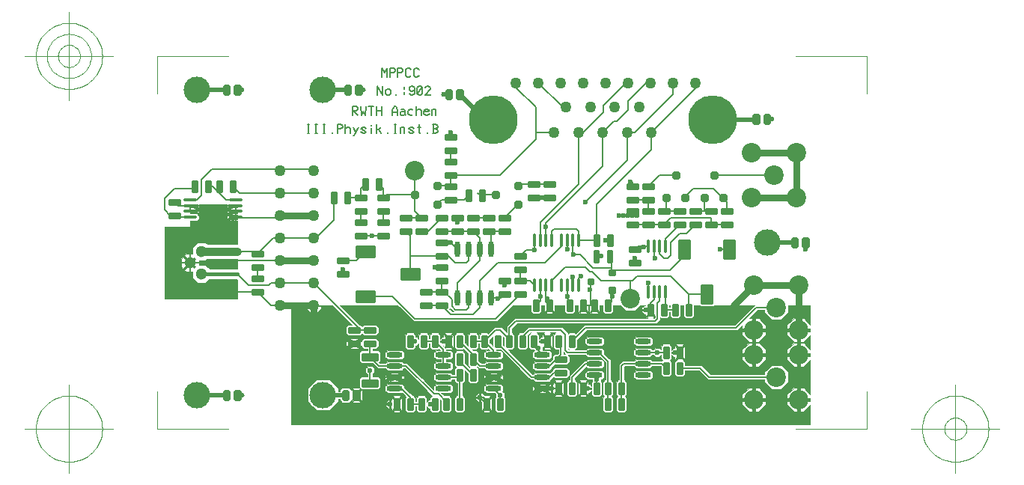
<source format=gbr>
G04 Generated by Ultiboard *
%FSLAX25Y25*%
%MOMM*%

%ADD10C,0.00100*%
%ADD11C,0.20000*%
%ADD12C,0.50000*%
%ADD13C,0.80000*%
%ADD14C,0.25400*%
%ADD15C,0.40000*%
%ADD16C,0.90000*%
%ADD17C,0.10000*%
%ADD18C,0.60000*%
%ADD19C,3.00000*%
%ADD20R,1.07975X1.86284*%
%ADD21C,0.42316*%
%ADD22R,1.05867X0.27534*%
%ADD23R,0.33833X0.31725*%
%ADD24C,0.59284*%
%ADD25C,5.50316*%
%ADD26C,1.27000*%
%ADD27O,1.77800X0.60960*%
%ADD28R,0.27534X1.05867*%
%ADD29R,0.27508X0.67716*%
%ADD30C,2.20000*%
%ADD31C,1.30000*%
%ADD32O,1.48184X0.38100*%
%ADD33R,1.86284X1.07975*%
%ADD34R,1.48184X0.57175*%
%ADD35R,0.31725X0.33833*%
%ADD36R,0.40000X0.40000*%
%ADD37C,0.40000*%
%ADD38O,0.38100X1.48184*%
%ADD39O,0.60960X1.77800*%


%LNCopper Top*%
%LPD*%
%FSLAX25Y25*%
%MOMM*%
G54D10*
X225150Y1854200D02*
X225150Y1810687D01*
X225150Y1810687D02*
X248226Y1787611D01*
X248226Y1787611D02*
X314816Y1854200D01*
X314816Y1854200D02*
X330200Y1854200D01*
X330200Y1854200D02*
X330200Y1838816D01*
X330200Y1838816D02*
X263611Y1772226D01*
X263611Y1772226D02*
X286687Y1749150D01*
X286687Y1749150D02*
X330200Y1749150D01*
X330200Y1749150D02*
X330200Y1447800D01*
X330200Y1447800D02*
X40050Y1447800D01*
X40050Y1447800D02*
X40050Y1854200D01*
X40050Y1854200D02*
X225150Y1854200D01*
G36*
X225150Y1447800D02*
X40050Y1447800D01*
X40050Y1854200D01*
X225150Y1854200D01*
X225150Y1447800D01*
G37*
X225150Y1447800D02*
X40050Y1447800D01*
X40050Y1447800D02*
X40050Y1854200D01*
X40050Y1854200D02*
X225150Y1854200D01*
X225150Y1854200D02*
X225150Y1447800D01*
G36*
X248226Y1447800D02*
X225150Y1447800D01*
X225150Y1810687D01*
X248226Y1787611D01*
X248226Y1447800D01*
G37*
X248226Y1447800D02*
X225150Y1447800D01*
X225150Y1447800D02*
X225150Y1810687D01*
X225150Y1810687D02*
X248226Y1787611D01*
X248226Y1787611D02*
X248226Y1447800D01*
G36*
X248226Y1772226D02*
X248226Y1787611D01*
X314816Y1854200D01*
X330200Y1854200D01*
X330200Y1838816D01*
X263611Y1772226D01*
X248226Y1772226D01*
G37*
X248226Y1772226D02*
X248226Y1787611D01*
X248226Y1787611D02*
X314816Y1854200D01*
X314816Y1854200D02*
X330200Y1854200D01*
X330200Y1854200D02*
X330200Y1838816D01*
X330200Y1838816D02*
X263611Y1772226D01*
X263611Y1772226D02*
X248226Y1772226D01*
G36*
X286687Y1447800D02*
X286687Y1749150D01*
X330200Y1749150D01*
X330200Y1447800D01*
X286687Y1447800D01*
G37*
X286687Y1447800D02*
X286687Y1749150D01*
X286687Y1749150D02*
X330200Y1749150D01*
X330200Y1749150D02*
X330200Y1447800D01*
X330200Y1447800D02*
X286687Y1447800D01*
G36*
X286687Y1447800D02*
X248226Y1447800D01*
X248226Y1772226D01*
X263611Y1772226D01*
X286687Y1749150D01*
X286687Y1447800D01*
G37*
X286687Y1447800D02*
X248226Y1447800D01*
X248226Y1447800D02*
X248226Y1772226D01*
X248226Y1772226D02*
X263611Y1772226D01*
X263611Y1772226D02*
X286687Y1749150D01*
X286687Y1749150D02*
X286687Y1447800D01*
X490358Y1622150D02*
X500713Y1622150D01*
X500713Y1622150D02*
X545713Y1667150D01*
X545713Y1667150D02*
X852869Y1667150D01*
X852869Y1667150D02*
X863600Y1656419D01*
X863600Y1656419D02*
X863600Y1447800D01*
X863600Y1447800D02*
X490358Y1447800D01*
X490358Y1447800D02*
X490358Y1622150D01*
G36*
X500713Y1447800D02*
X500713Y1622150D01*
X545713Y1667150D01*
X852869Y1667150D01*
X863600Y1656419D01*
X863600Y1447800D01*
X500713Y1447800D01*
G37*
X500713Y1447800D02*
X500713Y1622150D01*
X500713Y1622150D02*
X545713Y1667150D01*
X545713Y1667150D02*
X852869Y1667150D01*
X852869Y1667150D02*
X863600Y1656419D01*
X863600Y1656419D02*
X863600Y1447800D01*
X863600Y1447800D02*
X500713Y1447800D01*
G36*
X500713Y1447800D02*
X490358Y1447800D01*
X490358Y1622150D01*
X500713Y1622150D01*
X500713Y1447800D01*
G37*
X500713Y1447800D02*
X490358Y1447800D01*
X490358Y1447800D02*
X490358Y1622150D01*
X490358Y1622150D02*
X500713Y1622150D01*
X500713Y1622150D02*
X500713Y1447800D01*
X330200Y1749150D02*
X352150Y1749150D01*
X352150Y1749150D02*
X352150Y1683687D01*
X352150Y1683687D02*
X413687Y1622150D01*
X413687Y1622150D02*
X490358Y1622150D01*
X490358Y1622150D02*
X490358Y1447800D01*
X490358Y1447800D02*
X330200Y1447800D01*
X330200Y1447800D02*
X330200Y1749150D01*
G36*
X352150Y1447800D02*
X330200Y1447800D01*
X330200Y1749150D01*
X352150Y1749150D01*
X352150Y1447800D01*
G37*
X352150Y1447800D02*
X330200Y1447800D01*
X330200Y1447800D02*
X330200Y1749150D01*
X330200Y1749150D02*
X352150Y1749150D01*
X352150Y1749150D02*
X352150Y1447800D01*
G36*
X413687Y1447800D02*
X413687Y1622150D01*
X490358Y1622150D01*
X490358Y1447800D01*
X413687Y1447800D01*
G37*
X413687Y1447800D02*
X413687Y1622150D01*
X413687Y1622150D02*
X490358Y1622150D01*
X490358Y1622150D02*
X490358Y1447800D01*
X490358Y1447800D02*
X413687Y1447800D01*
G36*
X413687Y1447800D02*
X352150Y1447800D01*
X352150Y1683687D01*
X413687Y1622150D01*
X413687Y1447800D01*
G37*
X413687Y1447800D02*
X352150Y1447800D01*
X352150Y1447800D02*
X352150Y1683687D01*
X352150Y1683687D02*
X413687Y1622150D01*
X413687Y1622150D02*
X413687Y1447800D01*
X490358Y1876150D02*
X500713Y1876150D01*
X500713Y1876150D02*
X520713Y1896150D01*
X520713Y1896150D02*
X863600Y1896150D01*
X863600Y1896150D02*
X863600Y1787250D01*
X863600Y1787250D02*
X545713Y1787250D01*
X545713Y1787250D02*
X500713Y1832250D01*
X500713Y1832250D02*
X490358Y1832250D01*
X490358Y1832250D02*
X490358Y1876150D01*
G36*
X500713Y1876150D02*
X520713Y1896150D01*
X863600Y1896150D01*
X863600Y1787250D01*
X545713Y1787250D01*
X500713Y1832250D01*
X500713Y1876150D01*
G37*
X500713Y1876150D02*
X520713Y1896150D01*
X520713Y1896150D02*
X863600Y1896150D01*
X863600Y1896150D02*
X863600Y1787250D01*
X863600Y1787250D02*
X545713Y1787250D01*
X545713Y1787250D02*
X500713Y1832250D01*
X500713Y1832250D02*
X500713Y1876150D01*
G36*
X500713Y1832250D02*
X490358Y1832250D01*
X490358Y1876150D01*
X500713Y1876150D01*
X500713Y1832250D01*
G37*
X500713Y1832250D02*
X490358Y1832250D01*
X490358Y1832250D02*
X490358Y1876150D01*
X490358Y1876150D02*
X500713Y1876150D01*
X500713Y1876150D02*
X500713Y1832250D01*
X520713Y2066250D02*
X500713Y2086250D01*
X500713Y2086250D02*
X490358Y2086250D01*
X490358Y2086250D02*
X490358Y2260600D01*
X490358Y2260600D02*
X863600Y2260600D01*
X863600Y2260600D02*
X863600Y2066250D01*
X863600Y2066250D02*
X520713Y2066250D01*
G36*
X500713Y2260600D02*
X500713Y2086250D01*
X490358Y2086250D01*
X490358Y2260600D01*
X500713Y2260600D01*
G37*
X500713Y2260600D02*
X500713Y2086250D01*
X500713Y2086250D02*
X490358Y2086250D01*
X490358Y2086250D02*
X490358Y2260600D01*
X490358Y2260600D02*
X500713Y2260600D01*
G36*
X500713Y2260600D02*
X863600Y2260600D01*
X863600Y2066250D01*
X520713Y2066250D01*
X500713Y2086250D01*
X500713Y2260600D01*
G37*
X500713Y2260600D02*
X863600Y2260600D01*
X863600Y2260600D02*
X863600Y2066250D01*
X863600Y2066250D02*
X520713Y2066250D01*
X520713Y2066250D02*
X500713Y2086250D01*
X500713Y2086250D02*
X500713Y2260600D01*
X375226Y1914611D02*
X390611Y1899226D01*
X390611Y1899226D02*
X345584Y1854200D01*
X345584Y1854200D02*
X330200Y1854200D01*
X330200Y1854200D02*
X330200Y1869584D01*
X330200Y1869584D02*
X375226Y1914611D01*
G36*
X375226Y1914611D02*
X390611Y1899226D01*
X345584Y1854200D01*
X330200Y1854200D01*
X330200Y1869584D01*
X375226Y1914611D01*
G37*
X375226Y1914611D02*
X390611Y1899226D01*
X390611Y1899226D02*
X345584Y1854200D01*
X345584Y1854200D02*
X330200Y1854200D01*
X330200Y1854200D02*
X330200Y1869584D01*
X330200Y1869584D02*
X375226Y1914611D01*
X435250Y1832250D02*
X435250Y1854200D01*
X435250Y1854200D02*
X490358Y1854200D01*
X490358Y1854200D02*
X490358Y1832250D01*
X490358Y1832250D02*
X435250Y1832250D01*
G36*
X435250Y1832250D02*
X435250Y1854200D01*
X490358Y1854200D01*
X490358Y1832250D01*
X435250Y1832250D01*
G37*
X435250Y1832250D02*
X435250Y1854200D01*
X435250Y1854200D02*
X490358Y1854200D01*
X490358Y1854200D02*
X490358Y1832250D01*
X490358Y1832250D02*
X435250Y1832250D01*
X435250Y1876150D02*
X490358Y1876150D01*
X490358Y1876150D02*
X490358Y1854200D01*
X490358Y1854200D02*
X435250Y1854200D01*
X435250Y1854200D02*
X435250Y1876150D01*
G36*
X435250Y1876150D02*
X490358Y1876150D01*
X490358Y1854200D01*
X435250Y1854200D01*
X435250Y1876150D01*
G37*
X435250Y1876150D02*
X490358Y1876150D01*
X490358Y1876150D02*
X490358Y1854200D01*
X490358Y1854200D02*
X435250Y1854200D01*
X435250Y1854200D02*
X435250Y1876150D01*
X375226Y1793789D02*
X330200Y1838816D01*
X330200Y1838816D02*
X330200Y1854200D01*
X330200Y1854200D02*
X345584Y1854200D01*
X345584Y1854200D02*
X390611Y1809174D01*
X390611Y1809174D02*
X375226Y1793789D01*
G36*
X375226Y1793789D02*
X330200Y1838816D01*
X330200Y1854200D01*
X345584Y1854200D01*
X390611Y1809174D01*
X375226Y1793789D01*
G37*
X375226Y1793789D02*
X330200Y1838816D01*
X330200Y1838816D02*
X330200Y1854200D01*
X330200Y1854200D02*
X345584Y1854200D01*
X345584Y1854200D02*
X390611Y1809174D01*
X390611Y1809174D02*
X375226Y1793789D01*
X490358Y2086250D02*
X413687Y2086250D01*
X413687Y2086250D02*
X352150Y2024713D01*
X352150Y2024713D02*
X352150Y1959250D01*
X352150Y1959250D02*
X330200Y1959250D01*
X330200Y1959250D02*
X330200Y2260600D01*
X330200Y2260600D02*
X490358Y2260600D01*
X490358Y2260600D02*
X490358Y2086250D01*
G36*
X413687Y2260600D02*
X490358Y2260600D01*
X490358Y2086250D01*
X413687Y2086250D01*
X413687Y2260600D01*
G37*
X413687Y2260600D02*
X490358Y2260600D01*
X490358Y2260600D02*
X490358Y2086250D01*
X490358Y2086250D02*
X413687Y2086250D01*
X413687Y2086250D02*
X413687Y2260600D01*
G36*
X330200Y2024713D02*
X352150Y2024713D01*
X352150Y1959250D01*
X330200Y1959250D01*
X330200Y2024713D01*
G37*
X330200Y2024713D02*
X352150Y2024713D01*
X352150Y2024713D02*
X352150Y1959250D01*
X352150Y1959250D02*
X330200Y1959250D01*
X330200Y1959250D02*
X330200Y2024713D01*
G36*
X330200Y2024713D02*
X330200Y2260600D01*
X413687Y2260600D01*
X413687Y2086250D01*
X352150Y2024713D01*
X330200Y2024713D01*
G37*
X330200Y2024713D02*
X330200Y2260600D01*
X330200Y2260600D02*
X413687Y2260600D01*
X413687Y2260600D02*
X413687Y2086250D01*
X413687Y2086250D02*
X352150Y2024713D01*
X352150Y2024713D02*
X330200Y2024713D01*
X330200Y1959250D02*
X286687Y1959250D01*
X286687Y1959250D02*
X263611Y1936174D01*
X263611Y1936174D02*
X330200Y1869584D01*
X330200Y1869584D02*
X330200Y1854200D01*
X330200Y1854200D02*
X314816Y1854200D01*
X314816Y1854200D02*
X248226Y1920789D01*
X248226Y1920789D02*
X225150Y1897713D01*
X225150Y1897713D02*
X225150Y1854200D01*
X225150Y1854200D02*
X40050Y1854200D01*
X40050Y1854200D02*
X40050Y2260600D01*
X40050Y2260600D02*
X330200Y2260600D01*
X330200Y2260600D02*
X330200Y1959250D01*
G36*
X286687Y2260600D02*
X330200Y2260600D01*
X330200Y1959250D01*
X286687Y1959250D01*
X286687Y2260600D01*
G37*
X286687Y2260600D02*
X330200Y2260600D01*
X330200Y2260600D02*
X330200Y1959250D01*
X330200Y1959250D02*
X286687Y1959250D01*
X286687Y1959250D02*
X286687Y2260600D01*
G36*
X40050Y1936174D02*
X40050Y2260600D01*
X286687Y2260600D01*
X286687Y1959250D01*
X263611Y1936174D01*
X40050Y1936174D01*
G37*
X40050Y1936174D02*
X40050Y2260600D01*
X40050Y2260600D02*
X286687Y2260600D01*
X286687Y2260600D02*
X286687Y1959250D01*
X286687Y1959250D02*
X263611Y1936174D01*
X263611Y1936174D02*
X40050Y1936174D01*
G36*
X248226Y1936174D02*
X263611Y1936174D01*
X330200Y1869584D01*
X330200Y1854200D01*
X314816Y1854200D01*
X248226Y1920789D01*
X248226Y1936174D01*
G37*
X248226Y1936174D02*
X263611Y1936174D01*
X263611Y1936174D02*
X330200Y1869584D01*
X330200Y1869584D02*
X330200Y1854200D01*
X330200Y1854200D02*
X314816Y1854200D01*
X314816Y1854200D02*
X248226Y1920789D01*
X248226Y1920789D02*
X248226Y1936174D01*
G36*
X40050Y1897713D02*
X225150Y1897713D01*
X225150Y1854200D01*
X40050Y1854200D01*
X40050Y1897713D01*
G37*
X40050Y1897713D02*
X225150Y1897713D01*
X225150Y1897713D02*
X225150Y1854200D01*
X225150Y1854200D02*
X40050Y1854200D01*
X40050Y1854200D02*
X40050Y1897713D01*
G36*
X40050Y1897713D02*
X40050Y1936174D01*
X248226Y1936174D01*
X248226Y1920789D01*
X225150Y1897713D01*
X40050Y1897713D01*
G37*
X40050Y1897713D02*
X40050Y1936174D01*
X40050Y1936174D02*
X248226Y1936174D01*
X248226Y1936174D02*
X248226Y1920789D01*
X248226Y1920789D02*
X225150Y1897713D01*
X225150Y1897713D02*
X40050Y1897713D01*
X5727953Y1087550D02*
X6514847Y1087550D01*
X6514847Y1087550D02*
X6514847Y944469D01*
X6514847Y944469D02*
X5727953Y944469D01*
X5727953Y944469D02*
X5727953Y1087550D01*
G36*
X5727953Y1087550D02*
X6514847Y1087550D01*
X6514847Y944469D01*
X5727953Y944469D01*
X5727953Y1087550D01*
G37*
X5727953Y1087550D02*
X6514847Y1087550D01*
X6514847Y1087550D02*
X6514847Y944469D01*
X6514847Y944469D02*
X5727953Y944469D01*
X5727953Y944469D02*
X5727953Y1087550D01*
X5866650Y851019D02*
X5867400Y849521D01*
X5867400Y849521D02*
X5906667Y927955D01*
X5906667Y927955D02*
X5899420Y935202D01*
X5899420Y935202D02*
X5837331Y935202D01*
X5837331Y935202D02*
X5837331Y944469D01*
X5837331Y944469D02*
X6514847Y944469D01*
X6514847Y944469D02*
X6514847Y838200D01*
X6514847Y838200D02*
X5925235Y838200D01*
X5925235Y838200D02*
X5925235Y909387D01*
X5925235Y909387D02*
X5917988Y916634D01*
X5917988Y916634D02*
X5878721Y838200D01*
X5878721Y838200D02*
X5856079Y838200D01*
X5856079Y838200D02*
X5853485Y843383D01*
X5853485Y843383D02*
X5866650Y843383D01*
X5866650Y843383D02*
X5866650Y851019D01*
G36*
X5867400Y843383D02*
X5866650Y843383D01*
X5866650Y851019D01*
X5867400Y849521D01*
X5867400Y843383D01*
G37*
X5867400Y843383D02*
X5866650Y843383D01*
X5866650Y843383D02*
X5866650Y851019D01*
X5866650Y851019D02*
X5867400Y849521D01*
X5867400Y849521D02*
X5867400Y843383D01*
G36*
X5867400Y843383D02*
X5867400Y838200D01*
X5856079Y838200D01*
X5853485Y843383D01*
X5867400Y843383D01*
G37*
X5867400Y843383D02*
X5867400Y838200D01*
X5867400Y838200D02*
X5856079Y838200D01*
X5856079Y838200D02*
X5853485Y843383D01*
X5853485Y843383D02*
X5867400Y843383D01*
G36*
X5899420Y944469D02*
X5899420Y935202D01*
X5837331Y935202D01*
X5837331Y944469D01*
X5899420Y944469D01*
G37*
X5899420Y944469D02*
X5899420Y935202D01*
X5899420Y935202D02*
X5837331Y935202D01*
X5837331Y935202D02*
X5837331Y944469D01*
X5837331Y944469D02*
X5899420Y944469D01*
G36*
X5899420Y944469D02*
X6514847Y944469D01*
X6514847Y927955D01*
X5906667Y927955D01*
X5899420Y935202D01*
X5899420Y944469D01*
G37*
X5899420Y944469D02*
X6514847Y944469D01*
X6514847Y944469D02*
X6514847Y927955D01*
X6514847Y927955D02*
X5906667Y927955D01*
X5906667Y927955D02*
X5899420Y935202D01*
X5899420Y935202D02*
X5899420Y944469D01*
G36*
X5925235Y927955D02*
X6514847Y927955D01*
X6514847Y838200D01*
X5925235Y838200D01*
X5925235Y927955D01*
G37*
X5925235Y927955D02*
X6514847Y927955D01*
X6514847Y927955D02*
X6514847Y838200D01*
X6514847Y838200D02*
X5925235Y838200D01*
X5925235Y838200D02*
X5925235Y927955D01*
G36*
X5917988Y927955D02*
X5917988Y916634D01*
X5878721Y838200D01*
X5867400Y838200D01*
X5867400Y849521D01*
X5906667Y927955D01*
X5917988Y927955D01*
G37*
X5917988Y927955D02*
X5917988Y916634D01*
X5917988Y916634D02*
X5878721Y838200D01*
X5878721Y838200D02*
X5867400Y838200D01*
X5867400Y838200D02*
X5867400Y849521D01*
X5867400Y849521D02*
X5906667Y927955D01*
X5906667Y927955D02*
X5917988Y927955D01*
G36*
X5917988Y927955D02*
X5925235Y927955D01*
X5925235Y909387D01*
X5917988Y916634D01*
X5917988Y927955D01*
G37*
X5917988Y927955D02*
X5925235Y927955D01*
X5925235Y927955D02*
X5925235Y909387D01*
X5925235Y909387D02*
X5917988Y916634D01*
X5917988Y916634D02*
X5917988Y927955D01*
X5925235Y690450D02*
X5925235Y731587D01*
X5925235Y731587D02*
X5904953Y751869D01*
X5904953Y751869D02*
X5867400Y826879D01*
X5867400Y826879D02*
X5866650Y825381D01*
X5866650Y825381D02*
X5866650Y833017D01*
X5866650Y833017D02*
X5853485Y833017D01*
X5853485Y833017D02*
X5856079Y838200D01*
X5856079Y838200D02*
X5878721Y838200D01*
X5878721Y838200D02*
X5917988Y759766D01*
X5917988Y759766D02*
X5925235Y767013D01*
X5925235Y767013D02*
X5925235Y838200D01*
X5925235Y838200D02*
X6514847Y838200D01*
X6514847Y838200D02*
X6514847Y672847D01*
X6514847Y672847D02*
X6126050Y672847D01*
X6126050Y672847D02*
X6108447Y690450D01*
X6108447Y690450D02*
X5925235Y690450D01*
G36*
X6108447Y838200D02*
X6108447Y690450D01*
X5925235Y690450D01*
X5925235Y838200D01*
X6108447Y838200D01*
G37*
X6108447Y838200D02*
X6108447Y690450D01*
X6108447Y690450D02*
X5925235Y690450D01*
X5925235Y690450D02*
X5925235Y838200D01*
X5925235Y838200D02*
X6108447Y838200D01*
G36*
X6108447Y838200D02*
X6514847Y838200D01*
X6514847Y672847D01*
X6126050Y672847D01*
X6108447Y690450D01*
X6108447Y838200D01*
G37*
X6108447Y838200D02*
X6514847Y838200D01*
X6514847Y838200D02*
X6514847Y672847D01*
X6514847Y672847D02*
X6126050Y672847D01*
X6126050Y672847D02*
X6108447Y690450D01*
X6108447Y690450D02*
X6108447Y838200D01*
G36*
X5866650Y838200D02*
X5866650Y833017D01*
X5853485Y833017D01*
X5856079Y838200D01*
X5866650Y838200D01*
G37*
X5866650Y838200D02*
X5866650Y833017D01*
X5866650Y833017D02*
X5853485Y833017D01*
X5853485Y833017D02*
X5856079Y838200D01*
X5856079Y838200D02*
X5866650Y838200D01*
G36*
X5866650Y838200D02*
X5867400Y838200D01*
X5867400Y826879D01*
X5866650Y825381D01*
X5866650Y838200D01*
G37*
X5866650Y838200D02*
X5867400Y838200D01*
X5867400Y838200D02*
X5867400Y826879D01*
X5867400Y826879D02*
X5866650Y825381D01*
X5866650Y825381D02*
X5866650Y838200D01*
G36*
X5917988Y738834D02*
X5917988Y759766D01*
X5925235Y767013D01*
X5925235Y731587D01*
X5917988Y738834D01*
G37*
X5917988Y738834D02*
X5917988Y759766D01*
X5917988Y759766D02*
X5925235Y767013D01*
X5925235Y767013D02*
X5925235Y731587D01*
X5925235Y731587D02*
X5917988Y738834D01*
G36*
X5917988Y738834D02*
X5904953Y751869D01*
X5867400Y826879D01*
X5867400Y838200D01*
X5878721Y838200D01*
X5917988Y759766D01*
X5917988Y738834D01*
G37*
X5917988Y738834D02*
X5904953Y751869D01*
X5904953Y751869D02*
X5867400Y826879D01*
X5867400Y826879D02*
X5867400Y838200D01*
X5867400Y838200D02*
X5878721Y838200D01*
X5878721Y838200D02*
X5917988Y759766D01*
X5917988Y759766D02*
X5917988Y738834D01*
X5837331Y563398D02*
X5899420Y563398D01*
X5899420Y563398D02*
X5925235Y589213D01*
X5925235Y589213D02*
X5925235Y630350D01*
X5925235Y630350D02*
X6083553Y630350D01*
X6083553Y630350D02*
X6185153Y528750D01*
X6185153Y528750D02*
X6514847Y528750D01*
X6514847Y528750D02*
X6514847Y241553D01*
X6514847Y241553D02*
X5837331Y241553D01*
X5837331Y241553D02*
X5837331Y563398D01*
G36*
X5899420Y241553D02*
X5837331Y241553D01*
X5837331Y563398D01*
X5899420Y563398D01*
X5899420Y241553D01*
G37*
X5899420Y241553D02*
X5837331Y241553D01*
X5837331Y241553D02*
X5837331Y563398D01*
X5837331Y563398D02*
X5899420Y563398D01*
X5899420Y563398D02*
X5899420Y241553D01*
G36*
X6124690Y589213D02*
X5925235Y589213D01*
X5925235Y630350D01*
X6083553Y630350D01*
X6124690Y589213D01*
G37*
X6124690Y589213D02*
X5925235Y589213D01*
X5925235Y589213D02*
X5925235Y630350D01*
X5925235Y630350D02*
X6083553Y630350D01*
X6083553Y630350D02*
X6124690Y589213D01*
G36*
X6185153Y241553D02*
X6185153Y528750D01*
X6514847Y528750D01*
X6514847Y241553D01*
X6185153Y241553D01*
G37*
X6185153Y241553D02*
X6185153Y528750D01*
X6185153Y528750D02*
X6514847Y528750D01*
X6514847Y528750D02*
X6514847Y241553D01*
X6514847Y241553D02*
X6185153Y241553D01*
G36*
X6185153Y241553D02*
X5899420Y241553D01*
X5899420Y563398D01*
X5925235Y589213D01*
X6124690Y589213D01*
X6185153Y528750D01*
X6185153Y241553D01*
G37*
X6185153Y241553D02*
X5899420Y241553D01*
X5899420Y241553D02*
X5899420Y563398D01*
X5899420Y563398D02*
X5925235Y589213D01*
X5925235Y589213D02*
X6124690Y589213D01*
X6124690Y589213D02*
X6185153Y528750D01*
X6185153Y528750D02*
X6185153Y241553D01*
X4996765Y241553D02*
X4996765Y182813D01*
X4996765Y182813D02*
X5022580Y156998D01*
X5022580Y156998D02*
X5086620Y156998D01*
X5086620Y156998D02*
X5112435Y182813D01*
X5112435Y182813D02*
X5112435Y241553D01*
X5112435Y241553D02*
X5149165Y241553D01*
X5149165Y241553D02*
X5149165Y182813D01*
X5149165Y182813D02*
X5174980Y156998D01*
X5174980Y156998D02*
X5239020Y156998D01*
X5239020Y156998D02*
X5264835Y182813D01*
X5264835Y182813D02*
X5264835Y241553D01*
X5264835Y241553D02*
X6514847Y241553D01*
X6514847Y241553D02*
X6514847Y25450D01*
X6514847Y25450D02*
X3179486Y25450D01*
X3179486Y25450D02*
X3179486Y171292D01*
X3179486Y171292D02*
X3193780Y156998D01*
X3193780Y156998D02*
X3257820Y156998D01*
X3257820Y156998D02*
X3283635Y182813D01*
X3283635Y182813D02*
X3283635Y241553D01*
X3283635Y241553D02*
X3320365Y241553D01*
X3320365Y241553D02*
X3320365Y182813D01*
X3320365Y182813D02*
X3346180Y156998D01*
X3346180Y156998D02*
X3410220Y156998D01*
X3410220Y156998D02*
X3436035Y182813D01*
X3436035Y182813D02*
X3436035Y241553D01*
X3436035Y241553D02*
X3625165Y241553D01*
X3625165Y241553D02*
X3625165Y182813D01*
X3625165Y182813D02*
X3632412Y175566D01*
X3632412Y175566D02*
X3665448Y241553D01*
X3665448Y241553D02*
X3682436Y241553D01*
X3682436Y241553D02*
X3643733Y164245D01*
X3643733Y164245D02*
X3650980Y156998D01*
X3650980Y156998D02*
X3715020Y156998D01*
X3715020Y156998D02*
X3722267Y164245D01*
X3722267Y164245D02*
X3683564Y241553D01*
X3683564Y241553D02*
X3700552Y241553D01*
X3700552Y241553D02*
X3733588Y175566D01*
X3733588Y175566D02*
X3740835Y182813D01*
X3740835Y182813D02*
X3740835Y241553D01*
X3740835Y241553D02*
X3777565Y241553D01*
X3777565Y241553D02*
X3777565Y182813D01*
X3777565Y182813D02*
X3803380Y156998D01*
X3803380Y156998D02*
X3867420Y156998D01*
X3867420Y156998D02*
X3893235Y182813D01*
X3893235Y182813D02*
X3893235Y241553D01*
X3893235Y241553D02*
X4996765Y241553D01*
G36*
X5022580Y25450D02*
X4996765Y25450D01*
X4996765Y182813D01*
X5022580Y156998D01*
X5022580Y25450D01*
G37*
X5022580Y25450D02*
X4996765Y25450D01*
X4996765Y25450D02*
X4996765Y182813D01*
X4996765Y182813D02*
X5022580Y156998D01*
X5022580Y156998D02*
X5022580Y25450D01*
G36*
X3193780Y25450D02*
X3179486Y25450D01*
X3179486Y171292D01*
X3193780Y156998D01*
X3193780Y25450D01*
G37*
X3193780Y25450D02*
X3179486Y25450D01*
X3179486Y25450D02*
X3179486Y171292D01*
X3179486Y171292D02*
X3193780Y156998D01*
X3193780Y156998D02*
X3193780Y25450D01*
G36*
X5086620Y25450D02*
X5022580Y25450D01*
X5022580Y156998D01*
X5086620Y156998D01*
X5086620Y25450D01*
G37*
X5086620Y25450D02*
X5022580Y25450D01*
X5022580Y25450D02*
X5022580Y156998D01*
X5022580Y156998D02*
X5086620Y156998D01*
X5086620Y156998D02*
X5086620Y25450D01*
G36*
X3257820Y25450D02*
X3193780Y25450D01*
X3193780Y156998D01*
X3257820Y156998D01*
X3257820Y25450D01*
G37*
X3257820Y25450D02*
X3193780Y25450D01*
X3193780Y25450D02*
X3193780Y156998D01*
X3193780Y156998D02*
X3257820Y156998D01*
X3257820Y156998D02*
X3257820Y25450D01*
G36*
X5112435Y182813D02*
X5112435Y241553D01*
X5149165Y241553D01*
X5149165Y182813D01*
X5112435Y182813D01*
G37*
X5112435Y182813D02*
X5112435Y241553D01*
X5112435Y241553D02*
X5149165Y241553D01*
X5149165Y241553D02*
X5149165Y182813D01*
X5149165Y182813D02*
X5112435Y182813D01*
G36*
X6514847Y182813D02*
X5264835Y182813D01*
X5264835Y241553D01*
X6514847Y241553D01*
X6514847Y182813D01*
G37*
X6514847Y182813D02*
X5264835Y182813D01*
X5264835Y182813D02*
X5264835Y241553D01*
X5264835Y241553D02*
X6514847Y241553D01*
X6514847Y241553D02*
X6514847Y182813D01*
G36*
X3283635Y182813D02*
X3283635Y241553D01*
X3320365Y241553D01*
X3320365Y182813D01*
X3283635Y182813D01*
G37*
X3283635Y182813D02*
X3283635Y241553D01*
X3283635Y241553D02*
X3320365Y241553D01*
X3320365Y241553D02*
X3320365Y182813D01*
X3320365Y182813D02*
X3283635Y182813D01*
G36*
X3436035Y182813D02*
X3436035Y241553D01*
X3625165Y241553D01*
X3625165Y182813D01*
X3436035Y182813D01*
G37*
X3436035Y182813D02*
X3436035Y241553D01*
X3436035Y241553D02*
X3625165Y241553D01*
X3625165Y241553D02*
X3625165Y182813D01*
X3625165Y182813D02*
X3436035Y182813D01*
G36*
X3653029Y182813D02*
X3636040Y182813D01*
X3665448Y241553D01*
X3682436Y241553D01*
X3653029Y182813D01*
G37*
X3653029Y182813D02*
X3636040Y182813D01*
X3636040Y182813D02*
X3665448Y241553D01*
X3665448Y241553D02*
X3682436Y241553D01*
X3682436Y241553D02*
X3653029Y182813D01*
G36*
X3729960Y182813D02*
X3712971Y182813D01*
X3683564Y241553D01*
X3700552Y241553D01*
X3729960Y182813D01*
G37*
X3729960Y182813D02*
X3712971Y182813D01*
X3712971Y182813D02*
X3683564Y241553D01*
X3683564Y241553D02*
X3700552Y241553D01*
X3700552Y241553D02*
X3729960Y182813D01*
G36*
X3740835Y182813D02*
X3740835Y241553D01*
X3777565Y241553D01*
X3777565Y182813D01*
X3740835Y182813D01*
G37*
X3740835Y182813D02*
X3740835Y241553D01*
X3740835Y241553D02*
X3777565Y241553D01*
X3777565Y241553D02*
X3777565Y182813D01*
X3777565Y182813D02*
X3740835Y182813D01*
G36*
X4996765Y182813D02*
X3893235Y182813D01*
X3893235Y241553D01*
X4996765Y241553D01*
X4996765Y182813D01*
G37*
X4996765Y182813D02*
X3893235Y182813D01*
X3893235Y182813D02*
X3893235Y241553D01*
X3893235Y241553D02*
X4996765Y241553D01*
X4996765Y241553D02*
X4996765Y182813D01*
G36*
X5174980Y25450D02*
X5086620Y25450D01*
X5086620Y156998D01*
X5112435Y182813D01*
X5149165Y182813D01*
X5174980Y156998D01*
X5174980Y25450D01*
G37*
X5174980Y25450D02*
X5086620Y25450D01*
X5086620Y25450D02*
X5086620Y156998D01*
X5086620Y156998D02*
X5112435Y182813D01*
X5112435Y182813D02*
X5149165Y182813D01*
X5149165Y182813D02*
X5174980Y156998D01*
X5174980Y156998D02*
X5174980Y25450D01*
G36*
X3346180Y25450D02*
X3257820Y25450D01*
X3257820Y156998D01*
X3283635Y182813D01*
X3320365Y182813D01*
X3346180Y156998D01*
X3346180Y25450D01*
G37*
X3346180Y25450D02*
X3257820Y25450D01*
X3257820Y25450D02*
X3257820Y156998D01*
X3257820Y156998D02*
X3283635Y182813D01*
X3283635Y182813D02*
X3320365Y182813D01*
X3320365Y182813D02*
X3346180Y156998D01*
X3346180Y156998D02*
X3346180Y25450D01*
G36*
X5239020Y25450D02*
X5239020Y156998D01*
X5264835Y182813D01*
X6514847Y182813D01*
X6514847Y25450D01*
X5239020Y25450D01*
G37*
X5239020Y25450D02*
X5239020Y156998D01*
X5239020Y156998D02*
X5264835Y182813D01*
X5264835Y182813D02*
X6514847Y182813D01*
X6514847Y182813D02*
X6514847Y25450D01*
X6514847Y25450D02*
X5239020Y25450D01*
G36*
X5239020Y25450D02*
X5174980Y25450D01*
X5174980Y156998D01*
X5239020Y156998D01*
X5239020Y25450D01*
G37*
X5239020Y25450D02*
X5174980Y25450D01*
X5174980Y25450D02*
X5174980Y156998D01*
X5174980Y156998D02*
X5239020Y156998D01*
X5239020Y156998D02*
X5239020Y25450D01*
G36*
X3410220Y25450D02*
X3346180Y25450D01*
X3346180Y156998D01*
X3410220Y156998D01*
X3410220Y25450D01*
G37*
X3410220Y25450D02*
X3346180Y25450D01*
X3346180Y25450D02*
X3346180Y156998D01*
X3346180Y156998D02*
X3410220Y156998D01*
X3410220Y156998D02*
X3410220Y25450D01*
G36*
X3632412Y25450D02*
X3410220Y25450D01*
X3410220Y156998D01*
X3436035Y182813D01*
X3625165Y182813D01*
X3632412Y175566D01*
X3632412Y25450D01*
G37*
X3632412Y25450D02*
X3410220Y25450D01*
X3410220Y25450D02*
X3410220Y156998D01*
X3410220Y156998D02*
X3436035Y182813D01*
X3436035Y182813D02*
X3625165Y182813D01*
X3625165Y182813D02*
X3632412Y175566D01*
X3632412Y175566D02*
X3632412Y25450D01*
G36*
X3632412Y164245D02*
X3632412Y175566D01*
X3636040Y182813D01*
X3653029Y182813D01*
X3643733Y164245D01*
X3632412Y164245D01*
G37*
X3632412Y164245D02*
X3632412Y175566D01*
X3632412Y175566D02*
X3636040Y182813D01*
X3636040Y182813D02*
X3653029Y182813D01*
X3653029Y182813D02*
X3643733Y164245D01*
X3643733Y164245D02*
X3632412Y164245D01*
G36*
X3650980Y25450D02*
X3632412Y25450D01*
X3632412Y164245D01*
X3643733Y164245D01*
X3650980Y156998D01*
X3650980Y25450D01*
G37*
X3650980Y25450D02*
X3632412Y25450D01*
X3632412Y25450D02*
X3632412Y164245D01*
X3632412Y164245D02*
X3643733Y164245D01*
X3643733Y164245D02*
X3650980Y156998D01*
X3650980Y156998D02*
X3650980Y25450D01*
G36*
X3715020Y25450D02*
X3650980Y25450D01*
X3650980Y156998D01*
X3715020Y156998D01*
X3715020Y25450D01*
G37*
X3715020Y25450D02*
X3650980Y25450D01*
X3650980Y25450D02*
X3650980Y156998D01*
X3650980Y156998D02*
X3715020Y156998D01*
X3715020Y156998D02*
X3715020Y25450D01*
G36*
X4996765Y164245D02*
X3874667Y164245D01*
X3893235Y182813D01*
X4996765Y182813D01*
X4996765Y164245D01*
G37*
X4996765Y164245D02*
X3874667Y164245D01*
X3874667Y164245D02*
X3893235Y182813D01*
X3893235Y182813D02*
X4996765Y182813D01*
X4996765Y182813D02*
X4996765Y164245D01*
G36*
X3733588Y164245D02*
X3733588Y175566D01*
X3740835Y182813D01*
X3777565Y182813D01*
X3796133Y164245D01*
X3733588Y164245D01*
G37*
X3733588Y164245D02*
X3733588Y175566D01*
X3733588Y175566D02*
X3740835Y182813D01*
X3740835Y182813D02*
X3777565Y182813D01*
X3777565Y182813D02*
X3796133Y164245D01*
X3796133Y164245D02*
X3733588Y164245D01*
G36*
X3733588Y164245D02*
X3722267Y164245D01*
X3712971Y182813D01*
X3729960Y182813D01*
X3733588Y175566D01*
X3733588Y164245D01*
G37*
X3733588Y164245D02*
X3722267Y164245D01*
X3722267Y164245D02*
X3712971Y182813D01*
X3712971Y182813D02*
X3729960Y182813D01*
X3729960Y182813D02*
X3733588Y175566D01*
X3733588Y175566D02*
X3733588Y164245D01*
G36*
X3803380Y25450D02*
X3715020Y25450D01*
X3715020Y156998D01*
X3722267Y164245D01*
X3796133Y164245D01*
X3803380Y156998D01*
X3803380Y25450D01*
G37*
X3803380Y25450D02*
X3715020Y25450D01*
X3715020Y25450D02*
X3715020Y156998D01*
X3715020Y156998D02*
X3722267Y164245D01*
X3722267Y164245D02*
X3796133Y164245D01*
X3796133Y164245D02*
X3803380Y156998D01*
X3803380Y156998D02*
X3803380Y25450D01*
G36*
X3867420Y25450D02*
X3867420Y156998D01*
X3874667Y164245D01*
X4996765Y164245D01*
X4996765Y25450D01*
X3867420Y25450D01*
G37*
X3867420Y25450D02*
X3867420Y156998D01*
X3867420Y156998D02*
X3874667Y164245D01*
X3874667Y164245D02*
X4996765Y164245D01*
X4996765Y164245D02*
X4996765Y25450D01*
X4996765Y25450D02*
X3867420Y25450D01*
G36*
X3867420Y25450D02*
X3803380Y25450D01*
X3803380Y156998D01*
X3867420Y156998D01*
X3867420Y25450D01*
G37*
X3867420Y25450D02*
X3803380Y25450D01*
X3803380Y25450D02*
X3803380Y156998D01*
X3803380Y156998D02*
X3867420Y156998D01*
X3867420Y156998D02*
X3867420Y25450D01*
X5758765Y1290750D02*
X5758765Y1249613D01*
X5758765Y1249613D02*
X5784580Y1223798D01*
X5784580Y1223798D02*
X5848620Y1223798D01*
X5848620Y1223798D02*
X5874435Y1249613D01*
X5874435Y1249613D02*
X5874435Y1371600D01*
X5874435Y1371600D02*
X5911165Y1371600D01*
X5911165Y1371600D02*
X5911165Y1249613D01*
X5911165Y1249613D02*
X5936980Y1223798D01*
X5936980Y1223798D02*
X6001020Y1223798D01*
X6001020Y1223798D02*
X6026835Y1249613D01*
X6026835Y1249613D02*
X6026835Y1371600D01*
X6026835Y1371600D02*
X6089749Y1371600D01*
X6089749Y1371600D02*
X6099959Y1361390D01*
X6099959Y1361390D02*
X6244441Y1361390D01*
X6244441Y1361390D02*
X6254651Y1371600D01*
X6254651Y1371600D02*
X6514847Y1371600D01*
X6514847Y1371600D02*
X6514847Y1172544D01*
X6514847Y1172544D02*
X6489953Y1147650D01*
X6489953Y1147650D02*
X5727953Y1147650D01*
X5727953Y1147650D02*
X5727953Y1230131D01*
X5727953Y1230131D02*
X5747435Y1249613D01*
X5747435Y1249613D02*
X5747435Y1290750D01*
X5747435Y1290750D02*
X5758765Y1290750D01*
G36*
X5784580Y1147650D02*
X5758765Y1147650D01*
X5758765Y1249613D01*
X5784580Y1223798D01*
X5784580Y1147650D01*
G37*
X5784580Y1147650D02*
X5758765Y1147650D01*
X5758765Y1147650D02*
X5758765Y1249613D01*
X5758765Y1249613D02*
X5784580Y1223798D01*
X5784580Y1223798D02*
X5784580Y1147650D01*
G36*
X5758765Y1249613D02*
X5747435Y1249613D01*
X5747435Y1290750D01*
X5758765Y1290750D01*
X5758765Y1249613D01*
G37*
X5758765Y1249613D02*
X5747435Y1249613D01*
X5747435Y1249613D02*
X5747435Y1290750D01*
X5747435Y1290750D02*
X5758765Y1290750D01*
X5758765Y1290750D02*
X5758765Y1249613D01*
G36*
X5758765Y1249613D02*
X5758765Y1147650D01*
X5727953Y1147650D01*
X5727953Y1230131D01*
X5747435Y1249613D01*
X5758765Y1249613D01*
G37*
X5758765Y1249613D02*
X5758765Y1147650D01*
X5758765Y1147650D02*
X5727953Y1147650D01*
X5727953Y1147650D02*
X5727953Y1230131D01*
X5727953Y1230131D02*
X5747435Y1249613D01*
X5747435Y1249613D02*
X5758765Y1249613D01*
G36*
X5848620Y1147650D02*
X5784580Y1147650D01*
X5784580Y1223798D01*
X5848620Y1223798D01*
X5848620Y1147650D01*
G37*
X5848620Y1147650D02*
X5784580Y1147650D01*
X5784580Y1147650D02*
X5784580Y1223798D01*
X5784580Y1223798D02*
X5848620Y1223798D01*
X5848620Y1223798D02*
X5848620Y1147650D01*
G36*
X5874435Y1249613D02*
X5874435Y1371600D01*
X5911165Y1371600D01*
X5911165Y1249613D01*
X5874435Y1249613D01*
G37*
X5874435Y1249613D02*
X5874435Y1371600D01*
X5874435Y1371600D02*
X5911165Y1371600D01*
X5911165Y1371600D02*
X5911165Y1249613D01*
X5911165Y1249613D02*
X5874435Y1249613D01*
G36*
X6099959Y1249613D02*
X6026835Y1249613D01*
X6026835Y1371600D01*
X6089749Y1371600D01*
X6099959Y1361390D01*
X6099959Y1249613D01*
G37*
X6099959Y1249613D02*
X6026835Y1249613D01*
X6026835Y1249613D02*
X6026835Y1371600D01*
X6026835Y1371600D02*
X6089749Y1371600D01*
X6089749Y1371600D02*
X6099959Y1361390D01*
X6099959Y1361390D02*
X6099959Y1249613D01*
G36*
X5936980Y1147650D02*
X5848620Y1147650D01*
X5848620Y1223798D01*
X5874435Y1249613D01*
X5911165Y1249613D01*
X5936980Y1223798D01*
X5936980Y1147650D01*
G37*
X5936980Y1147650D02*
X5848620Y1147650D01*
X5848620Y1147650D02*
X5848620Y1223798D01*
X5848620Y1223798D02*
X5874435Y1249613D01*
X5874435Y1249613D02*
X5911165Y1249613D01*
X5911165Y1249613D02*
X5936980Y1223798D01*
X5936980Y1223798D02*
X5936980Y1147650D01*
G36*
X6244441Y1249613D02*
X6244441Y1361390D01*
X6254651Y1371600D01*
X6514847Y1371600D01*
X6514847Y1249613D01*
X6244441Y1249613D01*
G37*
X6244441Y1249613D02*
X6244441Y1361390D01*
X6244441Y1361390D02*
X6254651Y1371600D01*
X6254651Y1371600D02*
X6514847Y1371600D01*
X6514847Y1371600D02*
X6514847Y1249613D01*
X6514847Y1249613D02*
X6244441Y1249613D01*
G36*
X6244441Y1249613D02*
X6099959Y1249613D01*
X6099959Y1361390D01*
X6244441Y1361390D01*
X6244441Y1249613D01*
G37*
X6244441Y1249613D02*
X6099959Y1249613D01*
X6099959Y1249613D02*
X6099959Y1361390D01*
X6099959Y1361390D02*
X6244441Y1361390D01*
X6244441Y1361390D02*
X6244441Y1249613D01*
G36*
X6001020Y1147650D02*
X6001020Y1223798D01*
X6026835Y1249613D01*
X6514847Y1249613D01*
X6514847Y1172544D01*
X6489953Y1147650D01*
X6001020Y1147650D01*
G37*
X6001020Y1147650D02*
X6001020Y1223798D01*
X6001020Y1223798D02*
X6026835Y1249613D01*
X6026835Y1249613D02*
X6514847Y1249613D01*
X6514847Y1249613D02*
X6514847Y1172544D01*
X6514847Y1172544D02*
X6489953Y1147650D01*
X6489953Y1147650D02*
X6001020Y1147650D01*
G36*
X6001020Y1147650D02*
X5936980Y1147650D01*
X5936980Y1223798D01*
X6001020Y1223798D01*
X6001020Y1147650D01*
G37*
X6001020Y1147650D02*
X5936980Y1147650D01*
X5936980Y1147650D02*
X5936980Y1223798D01*
X5936980Y1223798D02*
X6001020Y1223798D01*
X6001020Y1223798D02*
X6001020Y1147650D01*
X6210047Y588850D02*
X6126050Y672847D01*
X6126050Y672847D02*
X6514847Y672847D01*
X6514847Y672847D02*
X6514847Y588850D01*
X6514847Y588850D02*
X6210047Y588850D01*
G36*
X6210047Y588850D02*
X6126050Y672847D01*
X6514847Y672847D01*
X6514847Y588850D01*
X6210047Y588850D01*
G37*
X6210047Y588850D02*
X6126050Y672847D01*
X6126050Y672847D02*
X6514847Y672847D01*
X6514847Y672847D02*
X6514847Y588850D01*
X6514847Y588850D02*
X6210047Y588850D01*
X3320365Y528750D02*
X3320365Y513013D01*
X3320365Y513013D02*
X3346180Y487198D01*
X3346180Y487198D02*
X3348150Y487198D01*
X3348150Y487198D02*
X3348150Y351002D01*
X3348150Y351002D02*
X3346180Y351002D01*
X3346180Y351002D02*
X3320365Y325187D01*
X3320365Y325187D02*
X3320365Y241553D01*
X3320365Y241553D02*
X3283635Y241553D01*
X3283635Y241553D02*
X3283635Y325187D01*
X3283635Y325187D02*
X3257820Y351002D01*
X3257820Y351002D02*
X3196695Y351002D01*
X3196695Y351002D02*
X3179486Y368211D01*
X3179486Y368211D02*
X3179486Y378410D01*
X3179486Y378410D02*
X3272468Y378410D01*
X3272468Y378410D02*
X3303743Y409685D01*
X3303743Y409685D02*
X3303743Y453915D01*
X3303743Y453915D02*
X3272468Y485190D01*
X3272468Y485190D02*
X3179486Y485190D01*
X3179486Y485190D02*
X3179486Y505410D01*
X3179486Y505410D02*
X3272468Y505410D01*
X3272468Y505410D02*
X3295808Y528750D01*
X3295808Y528750D02*
X3320365Y528750D01*
G36*
X3346180Y487198D02*
X3348150Y487198D01*
X3348150Y351002D01*
X3346180Y351002D01*
X3346180Y487198D01*
G37*
X3346180Y487198D02*
X3348150Y487198D01*
X3348150Y487198D02*
X3348150Y351002D01*
X3348150Y351002D02*
X3346180Y351002D01*
X3346180Y351002D02*
X3346180Y487198D01*
G36*
X3346180Y351002D02*
X3320365Y325187D01*
X3320365Y513013D01*
X3346180Y487198D01*
X3346180Y351002D01*
G37*
X3346180Y351002D02*
X3320365Y325187D01*
X3320365Y325187D02*
X3320365Y513013D01*
X3320365Y513013D02*
X3346180Y487198D01*
X3346180Y487198D02*
X3346180Y351002D01*
G36*
X3257820Y378410D02*
X3257820Y351002D01*
X3196695Y351002D01*
X3179486Y368211D01*
X3179486Y378410D01*
X3257820Y378410D01*
G37*
X3257820Y378410D02*
X3257820Y351002D01*
X3257820Y351002D02*
X3196695Y351002D01*
X3196695Y351002D02*
X3179486Y368211D01*
X3179486Y368211D02*
X3179486Y378410D01*
X3179486Y378410D02*
X3257820Y378410D01*
G36*
X3272468Y485190D02*
X3179486Y485190D01*
X3179486Y505410D01*
X3272468Y505410D01*
X3272468Y485190D01*
G37*
X3272468Y485190D02*
X3179486Y485190D01*
X3179486Y485190D02*
X3179486Y505410D01*
X3179486Y505410D02*
X3272468Y505410D01*
X3272468Y505410D02*
X3272468Y485190D01*
G36*
X3272468Y505410D02*
X3283635Y516577D01*
X3283635Y474023D01*
X3272468Y485190D01*
X3272468Y505410D01*
G37*
X3272468Y505410D02*
X3283635Y516577D01*
X3283635Y516577D02*
X3283635Y474023D01*
X3283635Y474023D02*
X3272468Y485190D01*
X3272468Y485190D02*
X3272468Y505410D01*
G36*
X3320365Y409685D02*
X3320365Y241553D01*
X3283635Y241553D01*
X3283635Y389577D01*
X3303743Y409685D01*
X3320365Y409685D01*
G37*
X3320365Y409685D02*
X3320365Y241553D01*
X3320365Y241553D02*
X3283635Y241553D01*
X3283635Y241553D02*
X3283635Y389577D01*
X3283635Y389577D02*
X3303743Y409685D01*
X3303743Y409685D02*
X3320365Y409685D01*
G36*
X3272468Y336354D02*
X3272468Y378410D01*
X3283635Y389577D01*
X3283635Y325187D01*
X3272468Y336354D01*
G37*
X3272468Y336354D02*
X3272468Y378410D01*
X3272468Y378410D02*
X3283635Y389577D01*
X3283635Y389577D02*
X3283635Y325187D01*
X3283635Y325187D02*
X3272468Y336354D01*
G36*
X3272468Y336354D02*
X3257820Y351002D01*
X3257820Y378410D01*
X3272468Y378410D01*
X3272468Y336354D01*
G37*
X3272468Y336354D02*
X3257820Y351002D01*
X3257820Y351002D02*
X3257820Y378410D01*
X3257820Y378410D02*
X3272468Y378410D01*
X3272468Y378410D02*
X3272468Y336354D01*
G36*
X3303743Y528750D02*
X3303743Y453915D01*
X3283635Y474023D01*
X3283635Y516577D01*
X3295808Y528750D01*
X3303743Y528750D01*
G37*
X3303743Y528750D02*
X3303743Y453915D01*
X3303743Y453915D02*
X3283635Y474023D01*
X3283635Y474023D02*
X3283635Y516577D01*
X3283635Y516577D02*
X3295808Y528750D01*
X3295808Y528750D02*
X3303743Y528750D01*
G36*
X3303743Y528750D02*
X3320365Y528750D01*
X3320365Y409685D01*
X3303743Y409685D01*
X3303743Y528750D01*
G37*
X3303743Y528750D02*
X3320365Y528750D01*
X3320365Y528750D02*
X3320365Y409685D01*
X3320365Y409685D02*
X3303743Y409685D01*
X3303743Y409685D02*
X3303743Y528750D01*
X3221131Y1062202D02*
X3219180Y1062202D01*
X3219180Y1062202D02*
X3211933Y1054955D01*
X3211933Y1054955D02*
X3221131Y1036581D01*
X3221131Y1036581D02*
X3221131Y1015250D01*
X3221131Y1015250D02*
X3214822Y1015250D01*
X3214822Y1015250D02*
X3200612Y1043634D01*
X3200612Y1043634D02*
X3193365Y1036387D01*
X3193365Y1036387D02*
X3193365Y1015250D01*
X3193365Y1015250D02*
X3179669Y1015250D01*
X3179669Y1015250D02*
X3179486Y1015068D01*
X3179486Y1015068D02*
X3179486Y1189150D01*
X3179486Y1189150D02*
X3221131Y1189150D01*
X3221131Y1189150D02*
X3221131Y1062202D01*
G36*
X3219180Y1189150D02*
X3221131Y1189150D01*
X3221131Y1062202D01*
X3219180Y1062202D01*
X3219180Y1189150D01*
G37*
X3219180Y1189150D02*
X3221131Y1189150D01*
X3221131Y1189150D02*
X3221131Y1062202D01*
X3221131Y1062202D02*
X3219180Y1062202D01*
X3219180Y1062202D02*
X3219180Y1189150D01*
G36*
X3179486Y1054955D02*
X3179486Y1189150D01*
X3219180Y1189150D01*
X3219180Y1062202D01*
X3211933Y1054955D01*
X3179486Y1054955D01*
G37*
X3179486Y1054955D02*
X3179486Y1189150D01*
X3179486Y1189150D02*
X3219180Y1189150D01*
X3219180Y1189150D02*
X3219180Y1062202D01*
X3219180Y1062202D02*
X3211933Y1054955D01*
X3211933Y1054955D02*
X3179486Y1054955D01*
G36*
X3200612Y1054955D02*
X3211933Y1054955D01*
X3221131Y1036581D01*
X3221131Y1015250D01*
X3214822Y1015250D01*
X3200612Y1043634D01*
X3200612Y1054955D01*
G37*
X3200612Y1054955D02*
X3211933Y1054955D01*
X3211933Y1054955D02*
X3221131Y1036581D01*
X3221131Y1036581D02*
X3221131Y1015250D01*
X3221131Y1015250D02*
X3214822Y1015250D01*
X3214822Y1015250D02*
X3200612Y1043634D01*
X3200612Y1043634D02*
X3200612Y1054955D01*
G36*
X3179486Y1036387D02*
X3179486Y1054955D01*
X3200612Y1054955D01*
X3200612Y1043634D01*
X3193365Y1036387D01*
X3179486Y1036387D01*
G37*
X3179486Y1036387D02*
X3179486Y1054955D01*
X3179486Y1054955D02*
X3200612Y1054955D01*
X3200612Y1054955D02*
X3200612Y1043634D01*
X3200612Y1043634D02*
X3193365Y1036387D01*
X3193365Y1036387D02*
X3179486Y1036387D01*
G36*
X3179669Y1036387D02*
X3179669Y1015250D01*
X3179486Y1015068D01*
X3179486Y1036387D01*
X3179669Y1036387D01*
G37*
X3179669Y1036387D02*
X3179669Y1015250D01*
X3179669Y1015250D02*
X3179486Y1015068D01*
X3179486Y1015068D02*
X3179486Y1036387D01*
X3179486Y1036387D02*
X3179669Y1036387D01*
G36*
X3179669Y1036387D02*
X3193365Y1036387D01*
X3193365Y1015250D01*
X3179669Y1015250D01*
X3179669Y1036387D01*
G37*
X3179669Y1036387D02*
X3193365Y1036387D01*
X3193365Y1036387D02*
X3193365Y1015250D01*
X3193365Y1015250D02*
X3179669Y1015250D01*
X3179669Y1015250D02*
X3179669Y1036387D01*
X3206990Y899507D02*
X3214822Y915150D01*
X3214822Y915150D02*
X3221131Y915150D01*
X3221131Y915150D02*
X3242517Y936536D01*
X3242517Y936536D02*
X3218311Y888186D01*
X3218311Y888186D02*
X3206990Y899507D01*
G36*
X3221131Y893819D02*
X3221131Y915150D01*
X3242517Y936536D01*
X3221131Y893819D01*
G37*
X3221131Y893819D02*
X3221131Y915150D01*
X3221131Y915150D02*
X3242517Y936536D01*
X3242517Y936536D02*
X3221131Y893819D01*
G36*
X3221131Y893819D02*
X3218311Y888186D01*
X3206990Y899507D01*
X3214822Y915150D01*
X3221131Y915150D01*
X3221131Y893819D01*
G37*
X3221131Y893819D02*
X3218311Y888186D01*
X3218311Y888186D02*
X3206990Y899507D01*
X3206990Y899507D02*
X3214822Y915150D01*
X3214822Y915150D02*
X3221131Y915150D01*
X3221131Y915150D02*
X3221131Y893819D01*
X3193365Y970383D02*
X3193365Y960017D01*
X3193365Y960017D02*
X3179486Y960017D01*
X3179486Y960017D02*
X3179486Y970383D01*
X3179486Y970383D02*
X3193365Y970383D01*
G36*
X3193365Y970383D02*
X3193365Y960017D01*
X3179486Y960017D01*
X3179486Y970383D01*
X3193365Y970383D01*
G37*
X3193365Y970383D02*
X3193365Y960017D01*
X3193365Y960017D02*
X3179486Y960017D01*
X3179486Y960017D02*
X3179486Y970383D01*
X3179486Y970383D02*
X3193365Y970383D01*
X3193365Y915150D02*
X3193365Y913132D01*
X3193365Y913132D02*
X3191347Y915150D01*
X3191347Y915150D02*
X3193365Y915150D01*
G36*
X3193365Y915150D02*
X3193365Y913132D01*
X3191347Y915150D01*
X3193365Y915150D01*
G37*
X3193365Y915150D02*
X3193365Y913132D01*
X3193365Y913132D02*
X3191347Y915150D01*
X3191347Y915150D02*
X3193365Y915150D01*
X3338078Y673100D02*
X3320365Y655387D01*
X3320365Y655387D02*
X3320365Y588850D01*
X3320365Y588850D02*
X3295808Y588850D01*
X3295808Y588850D02*
X3272468Y612190D01*
X3272468Y612190D02*
X3179486Y612190D01*
X3179486Y612190D02*
X3179486Y632410D01*
X3179486Y632410D02*
X3272468Y632410D01*
X3272468Y632410D02*
X3303743Y663685D01*
X3303743Y663685D02*
X3303743Y707915D01*
X3303743Y707915D02*
X3287505Y724153D01*
X3287505Y724153D02*
X3320365Y724153D01*
X3320365Y724153D02*
X3320365Y690813D01*
X3320365Y690813D02*
X3338078Y673100D01*
G36*
X3272468Y612190D02*
X3179486Y612190D01*
X3179486Y632410D01*
X3272468Y632410D01*
X3272468Y612190D01*
G37*
X3272468Y612190D02*
X3179486Y612190D01*
X3179486Y612190D02*
X3179486Y632410D01*
X3179486Y632410D02*
X3272468Y632410D01*
X3272468Y632410D02*
X3272468Y612190D01*
G36*
X3272468Y632410D02*
X3295445Y655387D01*
X3320365Y655387D01*
X3320365Y588850D01*
X3295808Y588850D01*
X3272468Y612190D01*
X3272468Y632410D01*
G37*
X3272468Y632410D02*
X3295445Y655387D01*
X3295445Y655387D02*
X3320365Y655387D01*
X3320365Y655387D02*
X3320365Y588850D01*
X3320365Y588850D02*
X3295808Y588850D01*
X3295808Y588850D02*
X3272468Y612190D01*
X3272468Y612190D02*
X3272468Y632410D01*
G36*
X3328663Y663685D02*
X3320365Y655387D01*
X3295445Y655387D01*
X3303743Y663685D01*
X3328663Y663685D01*
G37*
X3328663Y663685D02*
X3320365Y655387D01*
X3320365Y655387D02*
X3295445Y655387D01*
X3295445Y655387D02*
X3303743Y663685D01*
X3303743Y663685D02*
X3328663Y663685D01*
G36*
X3303743Y724153D02*
X3303743Y707915D01*
X3287505Y724153D01*
X3303743Y724153D01*
G37*
X3303743Y724153D02*
X3303743Y707915D01*
X3303743Y707915D02*
X3287505Y724153D01*
X3287505Y724153D02*
X3303743Y724153D01*
G36*
X3320365Y663685D02*
X3320365Y690813D01*
X3338078Y673100D01*
X3328663Y663685D01*
X3320365Y663685D01*
G37*
X3320365Y663685D02*
X3320365Y690813D01*
X3320365Y690813D02*
X3338078Y673100D01*
X3338078Y673100D02*
X3328663Y663685D01*
X3328663Y663685D02*
X3320365Y663685D01*
G36*
X3320365Y663685D02*
X3303743Y663685D01*
X3303743Y724153D01*
X3320365Y724153D01*
X3320365Y663685D01*
G37*
X3320365Y663685D02*
X3303743Y663685D01*
X3303743Y663685D02*
X3303743Y724153D01*
X3303743Y724153D02*
X3320365Y724153D01*
X3320365Y724153D02*
X3320365Y663685D01*
X1691408Y462740D02*
X1655890Y427222D01*
X1655890Y427222D02*
X1655890Y283978D01*
X1655890Y283978D02*
X1691408Y248461D01*
X1691408Y248461D02*
X1691408Y25450D01*
X1691408Y25450D02*
X1473200Y25450D01*
X1473200Y25450D02*
X1473200Y1371600D01*
X1473200Y1371600D02*
X1691408Y1371600D01*
X1691408Y1371600D02*
X1691408Y1362652D01*
X1691408Y1362652D02*
X1640790Y1362652D01*
X1640790Y1362652D02*
X1640790Y1335808D01*
X1640790Y1335808D02*
X1691408Y1285190D01*
X1691408Y1285190D02*
X1691408Y462740D01*
G36*
X1655890Y25450D02*
X1655890Y283978D01*
X1691408Y248461D01*
X1691408Y25450D01*
X1655890Y25450D01*
G37*
X1655890Y25450D02*
X1655890Y283978D01*
X1655890Y283978D02*
X1691408Y248461D01*
X1691408Y248461D02*
X1691408Y25450D01*
X1691408Y25450D02*
X1655890Y25450D01*
G36*
X1655890Y25450D02*
X1473200Y25450D01*
X1473200Y427222D01*
X1655890Y427222D01*
X1655890Y25450D01*
G37*
X1655890Y25450D02*
X1473200Y25450D01*
X1473200Y25450D02*
X1473200Y427222D01*
X1473200Y427222D02*
X1655890Y427222D01*
X1655890Y427222D02*
X1655890Y25450D01*
G36*
X1473200Y1362652D02*
X1473200Y1371600D01*
X1691408Y1371600D01*
X1691408Y1362652D01*
X1473200Y1362652D01*
G37*
X1473200Y1362652D02*
X1473200Y1371600D01*
X1473200Y1371600D02*
X1691408Y1371600D01*
X1691408Y1371600D02*
X1691408Y1362652D01*
X1691408Y1362652D02*
X1473200Y1362652D01*
G36*
X1640790Y427222D02*
X1640790Y1335808D01*
X1691408Y1285190D01*
X1691408Y462740D01*
X1655890Y427222D01*
X1640790Y427222D01*
G37*
X1640790Y427222D02*
X1640790Y1335808D01*
X1640790Y1335808D02*
X1691408Y1285190D01*
X1691408Y1285190D02*
X1691408Y462740D01*
X1691408Y462740D02*
X1655890Y427222D01*
X1655890Y427222D02*
X1640790Y427222D01*
G36*
X1640790Y427222D02*
X1473200Y427222D01*
X1473200Y1362652D01*
X1640790Y1362652D01*
X1640790Y427222D01*
G37*
X1640790Y427222D02*
X1473200Y427222D01*
X1473200Y427222D02*
X1473200Y1362652D01*
X1473200Y1362652D02*
X1640790Y1362652D01*
X1640790Y1362652D02*
X1640790Y427222D01*
X2374647Y714744D02*
X2392359Y714744D01*
X2392359Y714744D02*
X2451353Y655750D01*
X2451353Y655750D02*
X2537725Y655750D01*
X2537725Y655750D02*
X2561065Y632410D01*
X2561065Y632410D02*
X2570069Y632410D01*
X2570069Y632410D02*
X2570069Y612190D01*
X2570069Y612190D02*
X2561065Y612190D01*
X2561065Y612190D02*
X2559501Y610626D01*
X2559501Y610626D02*
X2570069Y607579D01*
X2570069Y607579D02*
X2570069Y571313D01*
X2570069Y571313D02*
X2531354Y582479D01*
X2531354Y582479D02*
X2529790Y580915D01*
X2529790Y580915D02*
X2529790Y536685D01*
X2529790Y536685D02*
X2531354Y535121D01*
X2531354Y535121D02*
X2570069Y546287D01*
X2570069Y546287D02*
X2570069Y510022D01*
X2570069Y510022D02*
X2559501Y506974D01*
X2559501Y506974D02*
X2561065Y505410D01*
X2561065Y505410D02*
X2570069Y505410D01*
X2570069Y505410D02*
X2570069Y485190D01*
X2570069Y485190D02*
X2561065Y485190D01*
X2561065Y485190D02*
X2529790Y453915D01*
X2529790Y453915D02*
X2529790Y409685D01*
X2529790Y409685D02*
X2561065Y378410D01*
X2561065Y378410D02*
X2570069Y378410D01*
X2570069Y378410D02*
X2570069Y304050D01*
X2570069Y304050D02*
X2540750Y274731D01*
X2540750Y274731D02*
X2540750Y259183D01*
X2540750Y259183D02*
X2570069Y259183D01*
X2570069Y259183D02*
X2570069Y248817D01*
X2570069Y248817D02*
X2540750Y248817D01*
X2540750Y248817D02*
X2540750Y241553D01*
X2540750Y241553D02*
X2374647Y241553D01*
X2374647Y241553D02*
X2374647Y418411D01*
X2374647Y418411D02*
X2454545Y418411D01*
X2454545Y418411D02*
X2480360Y444225D01*
X2480360Y444225D02*
X2480360Y537908D01*
X2480360Y537908D02*
X2454545Y563722D01*
X2454545Y563722D02*
X2392250Y563722D01*
X2392250Y563722D02*
X2392250Y594269D01*
X2392250Y594269D02*
X2412250Y614269D01*
X2412250Y614269D02*
X2412250Y655731D01*
X2412250Y655731D02*
X2382931Y685050D01*
X2382931Y685050D02*
X2374647Y685050D01*
X2374647Y685050D02*
X2374647Y714744D01*
G36*
X2451353Y418411D02*
X2451353Y241553D01*
X2374647Y241553D01*
X2374647Y418411D01*
X2451353Y418411D01*
G37*
X2451353Y418411D02*
X2451353Y241553D01*
X2451353Y241553D02*
X2374647Y241553D01*
X2374647Y241553D02*
X2374647Y418411D01*
X2374647Y418411D02*
X2451353Y418411D01*
G36*
X2454545Y241553D02*
X2451353Y241553D01*
X2451353Y418411D01*
X2454545Y418411D01*
X2454545Y241553D01*
G37*
X2454545Y241553D02*
X2451353Y241553D01*
X2451353Y241553D02*
X2451353Y418411D01*
X2451353Y418411D02*
X2454545Y418411D01*
X2454545Y418411D02*
X2454545Y241553D01*
G36*
X2451353Y614269D02*
X2451353Y563722D01*
X2392250Y563722D01*
X2392250Y594269D01*
X2412250Y614269D01*
X2451353Y614269D01*
G37*
X2451353Y614269D02*
X2451353Y563722D01*
X2451353Y563722D02*
X2392250Y563722D01*
X2392250Y563722D02*
X2392250Y594269D01*
X2392250Y594269D02*
X2412250Y614269D01*
X2412250Y614269D02*
X2451353Y614269D01*
G36*
X2412250Y694853D02*
X2451353Y655750D01*
X2451353Y614269D01*
X2412250Y614269D01*
X2412250Y694853D01*
G37*
X2412250Y694853D02*
X2451353Y655750D01*
X2451353Y655750D02*
X2451353Y614269D01*
X2451353Y614269D02*
X2412250Y614269D01*
X2412250Y614269D02*
X2412250Y694853D01*
G36*
X2529790Y241553D02*
X2454545Y241553D01*
X2454545Y418411D01*
X2480360Y444225D01*
X2529790Y444225D01*
X2529790Y241553D01*
G37*
X2529790Y241553D02*
X2454545Y241553D01*
X2454545Y241553D02*
X2454545Y418411D01*
X2454545Y418411D02*
X2480360Y444225D01*
X2480360Y444225D02*
X2529790Y444225D01*
X2529790Y444225D02*
X2529790Y241553D01*
G36*
X2382931Y714744D02*
X2382931Y685050D01*
X2374647Y685050D01*
X2374647Y714744D01*
X2382931Y714744D01*
G37*
X2382931Y714744D02*
X2382931Y685050D01*
X2382931Y685050D02*
X2374647Y685050D01*
X2374647Y685050D02*
X2374647Y714744D01*
X2374647Y714744D02*
X2382931Y714744D01*
G36*
X2382931Y714744D02*
X2392359Y714744D01*
X2412250Y694853D01*
X2412250Y655731D01*
X2382931Y685050D01*
X2382931Y714744D01*
G37*
X2382931Y714744D02*
X2392359Y714744D01*
X2392359Y714744D02*
X2412250Y694853D01*
X2412250Y694853D02*
X2412250Y655731D01*
X2412250Y655731D02*
X2382931Y685050D01*
X2382931Y685050D02*
X2382931Y714744D01*
G36*
X2454545Y655750D02*
X2454545Y563722D01*
X2451353Y563722D01*
X2451353Y655750D01*
X2454545Y655750D01*
G37*
X2454545Y655750D02*
X2454545Y563722D01*
X2454545Y563722D02*
X2451353Y563722D01*
X2451353Y563722D02*
X2451353Y655750D01*
X2451353Y655750D02*
X2454545Y655750D01*
G36*
X2454545Y655750D02*
X2480360Y655750D01*
X2480360Y537908D01*
X2454545Y563722D01*
X2454545Y655750D01*
G37*
X2454545Y655750D02*
X2480360Y655750D01*
X2480360Y655750D02*
X2480360Y537908D01*
X2480360Y537908D02*
X2454545Y563722D01*
X2454545Y563722D02*
X2454545Y655750D01*
G36*
X2561065Y632410D02*
X2570069Y632410D01*
X2570069Y612190D01*
X2561065Y612190D01*
X2561065Y632410D01*
G37*
X2561065Y632410D02*
X2570069Y632410D01*
X2570069Y632410D02*
X2570069Y612190D01*
X2570069Y612190D02*
X2561065Y612190D01*
X2561065Y612190D02*
X2561065Y632410D01*
G36*
X2561065Y573909D02*
X2561065Y610175D01*
X2570069Y607579D01*
X2570069Y571313D01*
X2561065Y573909D01*
G37*
X2561065Y573909D02*
X2561065Y610175D01*
X2561065Y610175D02*
X2570069Y607579D01*
X2570069Y607579D02*
X2570069Y571313D01*
X2570069Y571313D02*
X2561065Y573909D01*
G36*
X2561065Y507425D02*
X2561065Y543691D01*
X2570069Y546287D01*
X2570069Y510022D01*
X2561065Y507425D01*
G37*
X2561065Y507425D02*
X2561065Y543691D01*
X2561065Y543691D02*
X2570069Y546287D01*
X2570069Y546287D02*
X2570069Y510022D01*
X2570069Y510022D02*
X2561065Y507425D01*
G36*
X2561065Y505410D02*
X2570069Y505410D01*
X2570069Y485190D01*
X2561065Y485190D01*
X2561065Y505410D01*
G37*
X2561065Y505410D02*
X2570069Y505410D01*
X2570069Y505410D02*
X2570069Y485190D01*
X2570069Y485190D02*
X2561065Y485190D01*
X2561065Y485190D02*
X2561065Y505410D01*
G36*
X2561065Y295046D02*
X2561065Y378410D01*
X2570069Y378410D01*
X2570069Y304050D01*
X2561065Y295046D01*
G37*
X2561065Y295046D02*
X2561065Y378410D01*
X2561065Y378410D02*
X2570069Y378410D01*
X2570069Y378410D02*
X2570069Y304050D01*
X2570069Y304050D02*
X2561065Y295046D01*
G36*
X2561065Y248817D02*
X2561065Y259183D01*
X2570069Y259183D01*
X2570069Y248817D01*
X2561065Y248817D01*
G37*
X2561065Y248817D02*
X2561065Y259183D01*
X2561065Y259183D02*
X2570069Y259183D01*
X2570069Y259183D02*
X2570069Y248817D01*
X2570069Y248817D02*
X2561065Y248817D01*
G36*
X2480360Y453915D02*
X2529790Y453915D01*
X2529790Y444225D01*
X2480360Y444225D01*
X2480360Y453915D01*
G37*
X2480360Y453915D02*
X2529790Y453915D01*
X2529790Y453915D02*
X2529790Y444225D01*
X2529790Y444225D02*
X2480360Y444225D01*
X2480360Y444225D02*
X2480360Y453915D01*
G36*
X2529790Y248817D02*
X2540750Y248817D01*
X2540750Y241553D01*
X2529790Y241553D01*
X2529790Y248817D01*
G37*
X2529790Y248817D02*
X2540750Y248817D01*
X2540750Y248817D02*
X2540750Y241553D01*
X2540750Y241553D02*
X2529790Y241553D01*
X2529790Y241553D02*
X2529790Y248817D01*
G36*
X2480360Y610626D02*
X2480360Y655750D01*
X2537725Y655750D01*
X2561065Y632410D01*
X2561065Y612190D01*
X2559501Y610626D01*
X2480360Y610626D01*
G37*
X2480360Y610626D02*
X2480360Y655750D01*
X2480360Y655750D02*
X2537725Y655750D01*
X2537725Y655750D02*
X2561065Y632410D01*
X2561065Y632410D02*
X2561065Y612190D01*
X2561065Y612190D02*
X2559501Y610626D01*
X2559501Y610626D02*
X2480360Y610626D01*
G36*
X2529790Y274731D02*
X2529790Y409685D01*
X2561065Y378410D01*
X2561065Y295046D01*
X2540750Y274731D01*
X2529790Y274731D01*
G37*
X2529790Y274731D02*
X2529790Y409685D01*
X2529790Y409685D02*
X2561065Y378410D01*
X2561065Y378410D02*
X2561065Y295046D01*
X2561065Y295046D02*
X2540750Y274731D01*
X2540750Y274731D02*
X2529790Y274731D01*
G36*
X2531354Y610626D02*
X2559501Y610626D01*
X2561065Y610175D01*
X2561065Y573909D01*
X2531354Y582479D01*
X2531354Y610626D01*
G37*
X2531354Y610626D02*
X2559501Y610626D01*
X2559501Y610626D02*
X2561065Y610175D01*
X2561065Y610175D02*
X2561065Y573909D01*
X2561065Y573909D02*
X2531354Y582479D01*
X2531354Y582479D02*
X2531354Y610626D01*
G36*
X2540750Y248817D02*
X2540750Y259183D01*
X2561065Y259183D01*
X2561065Y248817D01*
X2540750Y248817D01*
G37*
X2540750Y248817D02*
X2540750Y259183D01*
X2540750Y259183D02*
X2561065Y259183D01*
X2561065Y259183D02*
X2561065Y248817D01*
X2561065Y248817D02*
X2540750Y248817D01*
G36*
X2540750Y248817D02*
X2529790Y248817D01*
X2529790Y274731D01*
X2540750Y274731D01*
X2540750Y248817D01*
G37*
X2540750Y248817D02*
X2529790Y248817D01*
X2529790Y248817D02*
X2529790Y274731D01*
X2529790Y274731D02*
X2540750Y274731D01*
X2540750Y274731D02*
X2540750Y248817D01*
G36*
X2480360Y580915D02*
X2480360Y610626D01*
X2531354Y610626D01*
X2531354Y582479D01*
X2529790Y580915D01*
X2480360Y580915D01*
G37*
X2480360Y580915D02*
X2480360Y610626D01*
X2480360Y610626D02*
X2531354Y610626D01*
X2531354Y610626D02*
X2531354Y582479D01*
X2531354Y582479D02*
X2529790Y580915D01*
X2529790Y580915D02*
X2480360Y580915D01*
G36*
X2529790Y453915D02*
X2480360Y453915D01*
X2480360Y580915D01*
X2529790Y580915D01*
X2529790Y453915D01*
G37*
X2529790Y453915D02*
X2480360Y453915D01*
X2480360Y453915D02*
X2480360Y580915D01*
X2480360Y580915D02*
X2529790Y580915D01*
X2529790Y580915D02*
X2529790Y453915D01*
G36*
X2531354Y455479D02*
X2529790Y453915D01*
X2529790Y536685D01*
X2531354Y535121D01*
X2531354Y455479D01*
G37*
X2531354Y455479D02*
X2529790Y453915D01*
X2529790Y453915D02*
X2529790Y536685D01*
X2529790Y536685D02*
X2531354Y535121D01*
X2531354Y535121D02*
X2531354Y455479D01*
G36*
X2531354Y506974D02*
X2559501Y506974D01*
X2561065Y505410D01*
X2561065Y485190D01*
X2531354Y455479D01*
X2531354Y506974D01*
G37*
X2531354Y506974D02*
X2559501Y506974D01*
X2559501Y506974D02*
X2561065Y505410D01*
X2561065Y505410D02*
X2561065Y485190D01*
X2561065Y485190D02*
X2531354Y455479D01*
X2531354Y455479D02*
X2531354Y506974D01*
G36*
X2531354Y506974D02*
X2531354Y535121D01*
X2561065Y543691D01*
X2561065Y507425D01*
X2559501Y506974D01*
X2531354Y506974D01*
G37*
X2531354Y506974D02*
X2531354Y535121D01*
X2531354Y535121D02*
X2561065Y543691D01*
X2561065Y543691D02*
X2561065Y507425D01*
X2561065Y507425D02*
X2559501Y506974D01*
X2559501Y506974D02*
X2531354Y506974D01*
X2888565Y223950D02*
X2888565Y182813D01*
X2888565Y182813D02*
X2914380Y156998D01*
X2914380Y156998D02*
X2958847Y156998D01*
X2958847Y156998D02*
X2958847Y25450D01*
X2958847Y25450D02*
X2374647Y25450D01*
X2374647Y25450D02*
X2374647Y241553D01*
X2374647Y241553D02*
X2540750Y241553D01*
X2540750Y241553D02*
X2540750Y233269D01*
X2540750Y233269D02*
X2570069Y203950D01*
X2570069Y203950D02*
X2585617Y203950D01*
X2585617Y203950D02*
X2585617Y241553D01*
X2585617Y241553D02*
X2595983Y241553D01*
X2595983Y241553D02*
X2595983Y203950D01*
X2595983Y203950D02*
X2609165Y203950D01*
X2609165Y203950D02*
X2609165Y182813D01*
X2609165Y182813D02*
X2616412Y175566D01*
X2616412Y175566D02*
X2649448Y241553D01*
X2649448Y241553D02*
X2666436Y241553D01*
X2666436Y241553D02*
X2627733Y164245D01*
X2627733Y164245D02*
X2634980Y156998D01*
X2634980Y156998D02*
X2699020Y156998D01*
X2699020Y156998D02*
X2706267Y164245D01*
X2706267Y164245D02*
X2667564Y241553D01*
X2667564Y241553D02*
X2684552Y241553D01*
X2684552Y241553D02*
X2717588Y175566D01*
X2717588Y175566D02*
X2724835Y182813D01*
X2724835Y182813D02*
X2724835Y241553D01*
X2724835Y241553D02*
X2761565Y241553D01*
X2761565Y241553D02*
X2761565Y182813D01*
X2761565Y182813D02*
X2787380Y156998D01*
X2787380Y156998D02*
X2851420Y156998D01*
X2851420Y156998D02*
X2877235Y182813D01*
X2877235Y182813D02*
X2877235Y223950D01*
X2877235Y223950D02*
X2888565Y223950D01*
G36*
X2914380Y25450D02*
X2914380Y156998D01*
X2958847Y156998D01*
X2958847Y25450D01*
X2914380Y25450D01*
G37*
X2914380Y25450D02*
X2914380Y156998D01*
X2914380Y156998D02*
X2958847Y156998D01*
X2958847Y156998D02*
X2958847Y25450D01*
X2958847Y25450D02*
X2914380Y25450D01*
G36*
X2914380Y25450D02*
X2888565Y25450D01*
X2888565Y182813D01*
X2914380Y156998D01*
X2914380Y25450D01*
G37*
X2914380Y25450D02*
X2888565Y25450D01*
X2888565Y25450D02*
X2888565Y182813D01*
X2888565Y182813D02*
X2914380Y156998D01*
X2914380Y156998D02*
X2914380Y25450D01*
G36*
X2540750Y25450D02*
X2374647Y25450D01*
X2374647Y241553D01*
X2540750Y241553D01*
X2540750Y25450D01*
G37*
X2540750Y25450D02*
X2374647Y25450D01*
X2374647Y25450D02*
X2374647Y241553D01*
X2374647Y241553D02*
X2540750Y241553D01*
X2540750Y241553D02*
X2540750Y25450D01*
G36*
X2570069Y25450D02*
X2540750Y25450D01*
X2540750Y233269D01*
X2570069Y203950D01*
X2570069Y25450D01*
G37*
X2570069Y25450D02*
X2540750Y25450D01*
X2540750Y25450D02*
X2540750Y233269D01*
X2540750Y233269D02*
X2570069Y203950D01*
X2570069Y203950D02*
X2570069Y25450D01*
G36*
X2585617Y203950D02*
X2585617Y241553D01*
X2595983Y241553D01*
X2595983Y203950D01*
X2585617Y203950D01*
G37*
X2585617Y203950D02*
X2585617Y241553D01*
X2585617Y241553D02*
X2595983Y241553D01*
X2595983Y241553D02*
X2595983Y203950D01*
X2595983Y203950D02*
X2585617Y203950D01*
G36*
X2647611Y203950D02*
X2630622Y203950D01*
X2649448Y241553D01*
X2666436Y241553D01*
X2647611Y203950D01*
G37*
X2647611Y203950D02*
X2630622Y203950D01*
X2630622Y203950D02*
X2649448Y241553D01*
X2649448Y241553D02*
X2666436Y241553D01*
X2666436Y241553D02*
X2647611Y203950D01*
G36*
X2703378Y203950D02*
X2686389Y203950D01*
X2667564Y241553D01*
X2684552Y241553D01*
X2703378Y203950D01*
G37*
X2703378Y203950D02*
X2686389Y203950D01*
X2686389Y203950D02*
X2667564Y241553D01*
X2667564Y241553D02*
X2684552Y241553D01*
X2684552Y241553D02*
X2703378Y203950D01*
G36*
X2761565Y203950D02*
X2724835Y203950D01*
X2724835Y241553D01*
X2761565Y241553D01*
X2761565Y203950D01*
G37*
X2761565Y203950D02*
X2724835Y203950D01*
X2724835Y203950D02*
X2724835Y241553D01*
X2724835Y241553D02*
X2761565Y241553D01*
X2761565Y241553D02*
X2761565Y203950D01*
G36*
X2888565Y203950D02*
X2877235Y203950D01*
X2877235Y223950D01*
X2888565Y223950D01*
X2888565Y203950D01*
G37*
X2888565Y203950D02*
X2877235Y203950D01*
X2877235Y203950D02*
X2877235Y223950D01*
X2877235Y223950D02*
X2888565Y223950D01*
X2888565Y223950D02*
X2888565Y203950D01*
G36*
X2609165Y25450D02*
X2570069Y25450D01*
X2570069Y203950D01*
X2609165Y203950D01*
X2609165Y25450D01*
G37*
X2609165Y25450D02*
X2570069Y25450D01*
X2570069Y25450D02*
X2570069Y203950D01*
X2570069Y203950D02*
X2609165Y203950D01*
X2609165Y203950D02*
X2609165Y25450D01*
G36*
X2616412Y25450D02*
X2609165Y25450D01*
X2609165Y182813D01*
X2616412Y175566D01*
X2616412Y25450D01*
G37*
X2616412Y25450D02*
X2609165Y25450D01*
X2609165Y25450D02*
X2609165Y182813D01*
X2609165Y182813D02*
X2616412Y175566D01*
X2616412Y175566D02*
X2616412Y25450D01*
G36*
X2616412Y164245D02*
X2616412Y175566D01*
X2630622Y203950D01*
X2647611Y203950D01*
X2627733Y164245D01*
X2616412Y164245D01*
G37*
X2616412Y164245D02*
X2616412Y175566D01*
X2616412Y175566D02*
X2630622Y203950D01*
X2630622Y203950D02*
X2647611Y203950D01*
X2647611Y203950D02*
X2627733Y164245D01*
X2627733Y164245D02*
X2616412Y164245D01*
G36*
X2634980Y25450D02*
X2616412Y25450D01*
X2616412Y164245D01*
X2627733Y164245D01*
X2634980Y156998D01*
X2634980Y25450D01*
G37*
X2634980Y25450D02*
X2616412Y25450D01*
X2616412Y25450D02*
X2616412Y164245D01*
X2616412Y164245D02*
X2627733Y164245D01*
X2627733Y164245D02*
X2634980Y156998D01*
X2634980Y156998D02*
X2634980Y25450D01*
G36*
X2699020Y25450D02*
X2634980Y25450D01*
X2634980Y156998D01*
X2699020Y156998D01*
X2699020Y25450D01*
G37*
X2699020Y25450D02*
X2634980Y25450D01*
X2634980Y25450D02*
X2634980Y156998D01*
X2634980Y156998D02*
X2699020Y156998D01*
X2699020Y156998D02*
X2699020Y25450D01*
G36*
X2717588Y164245D02*
X2706267Y164245D01*
X2686389Y203950D01*
X2703378Y203950D01*
X2717588Y175566D01*
X2717588Y164245D01*
G37*
X2717588Y164245D02*
X2706267Y164245D01*
X2706267Y164245D02*
X2686389Y203950D01*
X2686389Y203950D02*
X2703378Y203950D01*
X2703378Y203950D02*
X2717588Y175566D01*
X2717588Y175566D02*
X2717588Y164245D01*
G36*
X2888565Y182813D02*
X2877235Y182813D01*
X2877235Y203950D01*
X2888565Y203950D01*
X2888565Y182813D01*
G37*
X2888565Y182813D02*
X2877235Y182813D01*
X2877235Y182813D02*
X2877235Y203950D01*
X2877235Y203950D02*
X2888565Y203950D01*
X2888565Y203950D02*
X2888565Y182813D01*
G36*
X2888565Y182813D02*
X2888565Y164245D01*
X2858667Y164245D01*
X2877235Y182813D01*
X2888565Y182813D01*
G37*
X2888565Y182813D02*
X2888565Y164245D01*
X2888565Y164245D02*
X2858667Y164245D01*
X2858667Y164245D02*
X2877235Y182813D01*
X2877235Y182813D02*
X2888565Y182813D01*
G36*
X2787380Y25450D02*
X2699020Y25450D01*
X2699020Y156998D01*
X2706267Y164245D01*
X2780133Y164245D01*
X2787380Y156998D01*
X2787380Y25450D01*
G37*
X2787380Y25450D02*
X2699020Y25450D01*
X2699020Y25450D02*
X2699020Y156998D01*
X2699020Y156998D02*
X2706267Y164245D01*
X2706267Y164245D02*
X2780133Y164245D01*
X2780133Y164245D02*
X2787380Y156998D01*
X2787380Y156998D02*
X2787380Y25450D01*
G36*
X2724835Y182813D02*
X2724835Y203950D01*
X2761565Y203950D01*
X2761565Y182813D01*
X2724835Y182813D01*
G37*
X2724835Y182813D02*
X2724835Y203950D01*
X2724835Y203950D02*
X2761565Y203950D01*
X2761565Y203950D02*
X2761565Y182813D01*
X2761565Y182813D02*
X2724835Y182813D01*
G36*
X2761565Y182813D02*
X2780133Y164245D01*
X2717588Y164245D01*
X2717588Y175566D01*
X2724835Y182813D01*
X2761565Y182813D01*
G37*
X2761565Y182813D02*
X2780133Y164245D01*
X2780133Y164245D02*
X2717588Y164245D01*
X2717588Y164245D02*
X2717588Y175566D01*
X2717588Y175566D02*
X2724835Y182813D01*
X2724835Y182813D02*
X2761565Y182813D01*
G36*
X2851420Y25450D02*
X2851420Y156998D01*
X2858667Y164245D01*
X2888565Y164245D01*
X2888565Y25450D01*
X2851420Y25450D01*
G37*
X2851420Y25450D02*
X2851420Y156998D01*
X2851420Y156998D02*
X2858667Y164245D01*
X2858667Y164245D02*
X2888565Y164245D01*
X2888565Y164245D02*
X2888565Y25450D01*
X2888565Y25450D02*
X2851420Y25450D01*
G36*
X2851420Y25450D02*
X2787380Y25450D01*
X2787380Y156998D01*
X2851420Y156998D01*
X2851420Y25450D01*
G37*
X2851420Y25450D02*
X2787380Y25450D01*
X2787380Y25450D02*
X2787380Y156998D01*
X2787380Y156998D02*
X2851420Y156998D01*
X2851420Y156998D02*
X2851420Y25450D01*
X2465949Y726148D02*
X2480360Y740559D01*
X2480360Y740559D02*
X2480360Y834241D01*
X2480360Y834241D02*
X2454545Y860056D01*
X2454545Y860056D02*
X2392250Y860056D01*
X2392250Y860056D02*
X2392250Y881965D01*
X2392250Y881965D02*
X2433387Y881965D01*
X2433387Y881965D02*
X2459202Y907780D01*
X2459202Y907780D02*
X2459202Y971820D01*
X2459202Y971820D02*
X2433387Y997635D01*
X2433387Y997635D02*
X2374647Y997635D01*
X2374647Y997635D02*
X2374647Y1034365D01*
X2374647Y1034365D02*
X2433387Y1034365D01*
X2433387Y1034365D02*
X2459202Y1060180D01*
X2459202Y1060180D02*
X2459202Y1124220D01*
X2459202Y1124220D02*
X2433387Y1150035D01*
X2433387Y1150035D02*
X2374647Y1150035D01*
X2374647Y1150035D02*
X2374647Y1371600D01*
X2374647Y1371600D02*
X2570069Y1371600D01*
X2570069Y1371600D02*
X2570069Y866190D01*
X2570069Y866190D02*
X2561065Y866190D01*
X2561065Y866190D02*
X2529790Y834915D01*
X2529790Y834915D02*
X2529790Y790685D01*
X2529790Y790685D02*
X2561065Y759410D01*
X2561065Y759410D02*
X2570069Y759410D01*
X2570069Y759410D02*
X2570069Y739190D01*
X2570069Y739190D02*
X2561065Y739190D01*
X2561065Y739190D02*
X2537725Y715850D01*
X2537725Y715850D02*
X2476247Y715850D01*
X2476247Y715850D02*
X2465949Y726148D01*
G36*
X2561065Y740559D02*
X2561065Y739190D01*
X2537725Y715850D01*
X2476247Y715850D01*
X2465949Y726148D01*
X2480360Y740559D01*
X2561065Y740559D01*
G37*
X2561065Y740559D02*
X2561065Y739190D01*
X2561065Y739190D02*
X2537725Y715850D01*
X2537725Y715850D02*
X2476247Y715850D01*
X2476247Y715850D02*
X2465949Y726148D01*
X2465949Y726148D02*
X2480360Y740559D01*
X2480360Y740559D02*
X2561065Y740559D01*
G36*
X2561065Y740559D02*
X2570069Y740559D01*
X2570069Y739190D01*
X2561065Y739190D01*
X2561065Y740559D01*
G37*
X2561065Y740559D02*
X2570069Y740559D01*
X2570069Y740559D02*
X2570069Y739190D01*
X2570069Y739190D02*
X2561065Y739190D01*
X2561065Y739190D02*
X2561065Y740559D01*
G36*
X2561065Y1371600D02*
X2570069Y1371600D01*
X2570069Y866190D01*
X2561065Y866190D01*
X2561065Y1371600D01*
G37*
X2561065Y1371600D02*
X2570069Y1371600D01*
X2570069Y1371600D02*
X2570069Y866190D01*
X2570069Y866190D02*
X2561065Y866190D01*
X2561065Y866190D02*
X2561065Y1371600D01*
G36*
X2433387Y860056D02*
X2433387Y881965D01*
X2454545Y903123D01*
X2454545Y860056D01*
X2433387Y860056D01*
G37*
X2433387Y860056D02*
X2433387Y881965D01*
X2433387Y881965D02*
X2454545Y903123D01*
X2454545Y903123D02*
X2454545Y860056D01*
X2454545Y860056D02*
X2433387Y860056D01*
G36*
X2433387Y860056D02*
X2392250Y860056D01*
X2392250Y881965D01*
X2433387Y881965D01*
X2433387Y860056D01*
G37*
X2433387Y860056D02*
X2392250Y860056D01*
X2392250Y860056D02*
X2392250Y881965D01*
X2392250Y881965D02*
X2433387Y881965D01*
X2433387Y881965D02*
X2433387Y860056D01*
G36*
X2433387Y997635D02*
X2374647Y997635D01*
X2374647Y1034365D01*
X2433387Y1034365D01*
X2433387Y997635D01*
G37*
X2433387Y997635D02*
X2374647Y997635D01*
X2374647Y997635D02*
X2374647Y1034365D01*
X2374647Y1034365D02*
X2433387Y1034365D01*
X2433387Y1034365D02*
X2433387Y997635D01*
G36*
X2433387Y1034365D02*
X2454545Y1055523D01*
X2454545Y976477D01*
X2433387Y997635D01*
X2433387Y1034365D01*
G37*
X2433387Y1034365D02*
X2454545Y1055523D01*
X2454545Y1055523D02*
X2454545Y976477D01*
X2454545Y976477D02*
X2433387Y997635D01*
X2433387Y997635D02*
X2433387Y1034365D01*
G36*
X2433387Y1371600D02*
X2433387Y1150035D01*
X2374647Y1150035D01*
X2374647Y1371600D01*
X2433387Y1371600D01*
G37*
X2433387Y1371600D02*
X2433387Y1150035D01*
X2433387Y1150035D02*
X2374647Y1150035D01*
X2374647Y1150035D02*
X2374647Y1371600D01*
X2374647Y1371600D02*
X2433387Y1371600D01*
G36*
X2433387Y1371600D02*
X2454545Y1371600D01*
X2454545Y1128877D01*
X2433387Y1150035D01*
X2433387Y1371600D01*
G37*
X2433387Y1371600D02*
X2454545Y1371600D01*
X2454545Y1371600D02*
X2454545Y1128877D01*
X2454545Y1128877D02*
X2433387Y1150035D01*
X2433387Y1150035D02*
X2433387Y1371600D01*
G36*
X2480360Y907780D02*
X2480360Y834241D01*
X2454545Y860056D01*
X2454545Y903123D01*
X2459202Y907780D01*
X2480360Y907780D01*
G37*
X2480360Y907780D02*
X2480360Y834241D01*
X2480360Y834241D02*
X2454545Y860056D01*
X2454545Y860056D02*
X2454545Y903123D01*
X2454545Y903123D02*
X2459202Y907780D01*
X2459202Y907780D02*
X2480360Y907780D01*
G36*
X2480360Y834915D02*
X2480360Y1371600D01*
X2561065Y1371600D01*
X2561065Y866190D01*
X2529790Y834915D01*
X2480360Y834915D01*
G37*
X2480360Y834915D02*
X2480360Y1371600D01*
X2480360Y1371600D02*
X2561065Y1371600D01*
X2561065Y1371600D02*
X2561065Y866190D01*
X2561065Y866190D02*
X2529790Y834915D01*
X2529790Y834915D02*
X2480360Y834915D01*
G36*
X2459202Y971820D02*
X2454545Y976477D01*
X2454545Y1055523D01*
X2459202Y1060180D01*
X2459202Y971820D01*
G37*
X2459202Y971820D02*
X2454545Y976477D01*
X2454545Y976477D02*
X2454545Y1055523D01*
X2454545Y1055523D02*
X2459202Y1060180D01*
X2459202Y1060180D02*
X2459202Y971820D01*
G36*
X2459202Y1371600D02*
X2459202Y1124220D01*
X2454545Y1128877D01*
X2454545Y1371600D01*
X2459202Y1371600D01*
G37*
X2459202Y1371600D02*
X2459202Y1124220D01*
X2459202Y1124220D02*
X2454545Y1128877D01*
X2454545Y1128877D02*
X2454545Y1371600D01*
X2454545Y1371600D02*
X2459202Y1371600D01*
G36*
X2459202Y1371600D02*
X2480360Y1371600D01*
X2480360Y907780D01*
X2459202Y907780D01*
X2459202Y1371600D01*
G37*
X2459202Y1371600D02*
X2480360Y1371600D01*
X2480360Y1371600D02*
X2480360Y907780D01*
X2480360Y907780D02*
X2459202Y907780D01*
X2459202Y907780D02*
X2459202Y1371600D01*
G36*
X2529790Y740559D02*
X2480360Y740559D01*
X2480360Y834915D01*
X2529790Y834915D01*
X2529790Y740559D01*
G37*
X2529790Y740559D02*
X2480360Y740559D01*
X2480360Y740559D02*
X2480360Y834915D01*
X2480360Y834915D02*
X2529790Y834915D01*
X2529790Y834915D02*
X2529790Y740559D01*
G36*
X2561065Y740559D02*
X2561065Y759410D01*
X2570069Y759410D01*
X2570069Y740559D01*
X2561065Y740559D01*
G37*
X2561065Y740559D02*
X2561065Y759410D01*
X2561065Y759410D02*
X2570069Y759410D01*
X2570069Y759410D02*
X2570069Y740559D01*
X2570069Y740559D02*
X2561065Y740559D01*
G36*
X2561065Y740559D02*
X2529790Y740559D01*
X2529790Y790685D01*
X2561065Y759410D01*
X2561065Y740559D01*
G37*
X2561065Y740559D02*
X2529790Y740559D01*
X2529790Y740559D02*
X2529790Y790685D01*
X2529790Y790685D02*
X2561065Y759410D01*
X2561065Y759410D02*
X2561065Y740559D01*
X1810140Y528510D02*
X1757178Y528510D01*
X1757178Y528510D02*
X1691408Y462740D01*
X1691408Y462740D02*
X1691408Y1285190D01*
X1691408Y1285190D02*
X1718252Y1285190D01*
X1718252Y1285190D02*
X1718252Y1362652D01*
X1718252Y1362652D02*
X1691408Y1362652D01*
X1691408Y1362652D02*
X1691408Y1371600D01*
X1691408Y1371600D02*
X1810140Y1371600D01*
X1810140Y1371600D02*
X1810140Y1362652D01*
X1810140Y1362652D02*
X1736148Y1362652D01*
X1736148Y1362652D02*
X1736148Y1285190D01*
X1736148Y1285190D02*
X1762992Y1285190D01*
X1762992Y1285190D02*
X1810140Y1332338D01*
X1810140Y1332338D02*
X1810140Y528510D01*
G36*
X1757178Y1362652D02*
X1757178Y1371600D01*
X1810140Y1371600D01*
X1810140Y1362652D01*
X1757178Y1362652D01*
G37*
X1757178Y1362652D02*
X1757178Y1371600D01*
X1757178Y1371600D02*
X1810140Y1371600D01*
X1810140Y1371600D02*
X1810140Y1362652D01*
X1810140Y1362652D02*
X1757178Y1362652D01*
G36*
X1691408Y1362652D02*
X1691408Y1371600D01*
X1757178Y1371600D01*
X1757178Y1362652D01*
X1691408Y1362652D01*
G37*
X1691408Y1362652D02*
X1691408Y1371600D01*
X1691408Y1371600D02*
X1757178Y1371600D01*
X1757178Y1371600D02*
X1757178Y1362652D01*
X1757178Y1362652D02*
X1691408Y1362652D01*
G36*
X1762992Y528510D02*
X1762992Y1285190D01*
X1810140Y1332338D01*
X1810140Y528510D01*
X1762992Y528510D01*
G37*
X1762992Y528510D02*
X1762992Y1285190D01*
X1762992Y1285190D02*
X1810140Y1332338D01*
X1810140Y1332338D02*
X1810140Y528510D01*
X1810140Y528510D02*
X1762992Y528510D01*
G36*
X1762992Y528510D02*
X1757178Y528510D01*
X1757178Y1285190D01*
X1762992Y1285190D01*
X1762992Y528510D01*
G37*
X1762992Y528510D02*
X1757178Y528510D01*
X1757178Y528510D02*
X1757178Y1285190D01*
X1757178Y1285190D02*
X1762992Y1285190D01*
X1762992Y1285190D02*
X1762992Y528510D01*
G36*
X1736148Y507480D02*
X1736148Y1285190D01*
X1757178Y1285190D01*
X1757178Y528510D01*
X1736148Y507480D01*
G37*
X1736148Y507480D02*
X1736148Y1285190D01*
X1736148Y1285190D02*
X1757178Y1285190D01*
X1757178Y1285190D02*
X1757178Y528510D01*
X1757178Y528510D02*
X1736148Y507480D01*
G36*
X1736148Y1285190D02*
X1718252Y1285190D01*
X1718252Y1362652D01*
X1736148Y1362652D01*
X1736148Y1285190D01*
G37*
X1736148Y1285190D02*
X1718252Y1285190D01*
X1718252Y1285190D02*
X1718252Y1362652D01*
X1718252Y1362652D02*
X1736148Y1362652D01*
X1736148Y1362652D02*
X1736148Y1285190D01*
G36*
X1736148Y1285190D02*
X1736148Y507480D01*
X1691408Y462740D01*
X1691408Y1285190D01*
X1736148Y1285190D01*
G37*
X1736148Y1285190D02*
X1736148Y507480D01*
X1736148Y507480D02*
X1691408Y462740D01*
X1691408Y462740D02*
X1691408Y1285190D01*
X1691408Y1285190D02*
X1736148Y1285190D01*
X2001710Y411226D02*
X2001710Y427222D01*
X2001710Y427222D02*
X1900422Y528510D01*
X1900422Y528510D02*
X1810140Y528510D01*
X1810140Y528510D02*
X1810140Y939800D01*
X1810140Y939800D02*
X2087398Y939800D01*
X2087398Y939800D02*
X2087398Y907780D01*
X2087398Y907780D02*
X2088689Y906489D01*
X2088689Y906489D02*
X2161167Y939800D01*
X2161167Y939800D02*
X2184400Y939800D01*
X2184400Y939800D02*
X2184400Y916567D01*
X2184400Y916567D02*
X2111922Y883256D01*
X2111922Y883256D02*
X2113213Y881965D01*
X2113213Y881965D02*
X2184400Y881965D01*
X2184400Y881965D02*
X2184400Y442010D01*
X2184400Y442010D02*
X2174278Y442010D01*
X2174278Y442010D02*
X2165166Y432897D01*
X2165166Y432897D02*
X2180107Y411226D01*
X2180107Y411226D02*
X2158890Y411226D01*
X2158890Y411226D02*
X2152607Y420339D01*
X2152607Y420339D02*
X2148417Y416149D01*
X2148417Y416149D02*
X2122555Y442010D01*
X2122555Y442010D02*
X2051512Y442010D01*
X2051512Y442010D02*
X2020728Y411226D01*
X2020728Y411226D02*
X2001710Y411226D01*
G36*
X1900422Y939800D02*
X1900422Y528510D01*
X1810140Y528510D01*
X1810140Y939800D01*
X1900422Y939800D01*
G37*
X1900422Y939800D02*
X1900422Y528510D01*
X1900422Y528510D02*
X1810140Y528510D01*
X1810140Y528510D02*
X1810140Y939800D01*
X1810140Y939800D02*
X1900422Y939800D01*
G36*
X1900422Y939800D02*
X2001710Y939800D01*
X2001710Y427222D01*
X1900422Y528510D01*
X1900422Y939800D01*
G37*
X1900422Y939800D02*
X2001710Y939800D01*
X2001710Y939800D02*
X2001710Y427222D01*
X2001710Y427222D02*
X1900422Y528510D01*
X1900422Y528510D02*
X1900422Y939800D01*
G36*
X2088689Y442010D02*
X2087398Y442010D01*
X2087398Y907780D01*
X2088689Y906489D01*
X2088689Y442010D01*
G37*
X2088689Y442010D02*
X2087398Y442010D01*
X2087398Y442010D02*
X2087398Y907780D01*
X2087398Y907780D02*
X2088689Y906489D01*
X2088689Y906489D02*
X2088689Y442010D01*
G36*
X2051512Y939800D02*
X2051512Y442010D01*
X2020728Y411226D01*
X2001710Y411226D01*
X2001710Y939800D01*
X2051512Y939800D01*
G37*
X2051512Y939800D02*
X2051512Y442010D01*
X2051512Y442010D02*
X2020728Y411226D01*
X2020728Y411226D02*
X2001710Y411226D01*
X2001710Y411226D02*
X2001710Y939800D01*
X2001710Y939800D02*
X2051512Y939800D01*
G36*
X2051512Y939800D02*
X2087398Y939800D01*
X2087398Y442010D01*
X2051512Y442010D01*
X2051512Y939800D01*
G37*
X2051512Y939800D02*
X2087398Y939800D01*
X2087398Y939800D02*
X2087398Y442010D01*
X2087398Y442010D02*
X2051512Y442010D01*
X2051512Y442010D02*
X2051512Y939800D01*
G36*
X2088689Y883256D02*
X2088689Y906489D01*
X2161167Y939800D01*
X2184400Y939800D01*
X2184400Y916567D01*
X2111922Y883256D01*
X2088689Y883256D01*
G37*
X2088689Y883256D02*
X2088689Y906489D01*
X2088689Y906489D02*
X2161167Y939800D01*
X2161167Y939800D02*
X2184400Y939800D01*
X2184400Y939800D02*
X2184400Y916567D01*
X2184400Y916567D02*
X2111922Y883256D01*
X2111922Y883256D02*
X2088689Y883256D01*
G36*
X2113213Y442010D02*
X2088689Y442010D01*
X2088689Y883256D01*
X2111922Y883256D01*
X2113213Y881965D01*
X2113213Y442010D01*
G37*
X2113213Y442010D02*
X2088689Y442010D01*
X2088689Y442010D02*
X2088689Y883256D01*
X2088689Y883256D02*
X2111922Y883256D01*
X2111922Y883256D02*
X2113213Y881965D01*
X2113213Y881965D02*
X2113213Y442010D01*
G36*
X2174278Y881965D02*
X2184400Y881965D01*
X2184400Y442010D01*
X2174278Y442010D01*
X2174278Y881965D01*
G37*
X2174278Y881965D02*
X2184400Y881965D01*
X2184400Y881965D02*
X2184400Y442010D01*
X2184400Y442010D02*
X2174278Y442010D01*
X2174278Y442010D02*
X2174278Y881965D01*
G36*
X2152607Y432897D02*
X2152607Y420339D01*
X2148417Y416149D01*
X2131668Y432897D01*
X2152607Y432897D01*
G37*
X2152607Y432897D02*
X2152607Y420339D01*
X2152607Y420339D02*
X2148417Y416149D01*
X2148417Y416149D02*
X2131668Y432897D01*
X2131668Y432897D02*
X2152607Y432897D01*
G36*
X2152607Y432897D02*
X2165166Y432897D01*
X2180107Y411226D01*
X2158890Y411226D01*
X2152607Y420339D01*
X2152607Y432897D01*
G37*
X2152607Y432897D02*
X2165166Y432897D01*
X2165166Y432897D02*
X2180107Y411226D01*
X2180107Y411226D02*
X2158890Y411226D01*
X2158890Y411226D02*
X2152607Y420339D01*
X2152607Y420339D02*
X2152607Y432897D01*
G36*
X2122555Y881965D02*
X2122555Y442010D01*
X2113213Y442010D01*
X2113213Y881965D01*
X2122555Y881965D01*
G37*
X2122555Y881965D02*
X2122555Y442010D01*
X2122555Y442010D02*
X2113213Y442010D01*
X2113213Y442010D02*
X2113213Y881965D01*
X2113213Y881965D02*
X2122555Y881965D01*
G36*
X2122555Y881965D02*
X2174278Y881965D01*
X2174278Y442010D01*
X2165166Y432897D01*
X2131668Y432897D01*
X2122555Y442010D01*
X2122555Y881965D01*
G37*
X2122555Y881965D02*
X2174278Y881965D01*
X2174278Y881965D02*
X2174278Y442010D01*
X2174278Y442010D02*
X2165166Y432897D01*
X2165166Y432897D02*
X2131668Y432897D01*
X2131668Y432897D02*
X2122555Y442010D01*
X2122555Y442010D02*
X2122555Y881965D01*
X2184400Y881965D02*
X2255587Y881965D01*
X2255587Y881965D02*
X2256878Y883256D01*
X2256878Y883256D02*
X2184400Y916567D01*
X2184400Y916567D02*
X2184400Y939800D01*
X2184400Y939800D02*
X2207633Y939800D01*
X2207633Y939800D02*
X2265198Y913343D01*
X2265198Y913343D02*
X2265198Y907780D01*
X2265198Y907780D02*
X2291013Y881965D01*
X2291013Y881965D02*
X2332150Y881965D01*
X2332150Y881965D02*
X2332150Y860056D01*
X2332150Y860056D02*
X2269855Y860056D01*
X2269855Y860056D02*
X2244040Y834241D01*
X2244040Y834241D02*
X2244040Y740559D01*
X2244040Y740559D02*
X2269855Y714744D01*
X2269855Y714744D02*
X2374647Y714744D01*
X2374647Y714744D02*
X2374647Y685050D01*
X2374647Y685050D02*
X2341469Y685050D01*
X2341469Y685050D02*
X2312150Y655731D01*
X2312150Y655731D02*
X2312150Y614269D01*
X2312150Y614269D02*
X2332150Y594269D01*
X2332150Y594269D02*
X2332150Y563722D01*
X2332150Y563722D02*
X2269855Y563722D01*
X2269855Y563722D02*
X2244040Y537908D01*
X2244040Y537908D02*
X2244040Y444225D01*
X2244040Y444225D02*
X2269855Y418411D01*
X2269855Y418411D02*
X2374647Y418411D01*
X2374647Y418411D02*
X2374647Y411226D01*
X2374647Y411226D02*
X2276106Y411226D01*
X2276106Y411226D02*
X2266993Y420339D01*
X2266993Y420339D02*
X2260711Y411226D01*
X2260711Y411226D02*
X2239493Y411226D01*
X2239493Y411226D02*
X2254435Y432897D01*
X2254435Y432897D02*
X2245322Y442010D01*
X2245322Y442010D02*
X2184400Y442010D01*
X2184400Y442010D02*
X2184400Y881965D01*
G36*
X2269855Y563722D02*
X2255587Y549455D01*
X2255587Y729011D01*
X2269855Y714744D01*
X2269855Y563722D01*
G37*
X2269855Y563722D02*
X2255587Y549455D01*
X2255587Y549455D02*
X2255587Y729011D01*
X2255587Y729011D02*
X2269855Y714744D01*
X2269855Y714744D02*
X2269855Y563722D01*
G36*
X2269855Y417477D02*
X2269855Y418411D01*
X2374647Y418411D01*
X2374647Y411226D01*
X2276106Y411226D01*
X2269855Y417477D01*
G37*
X2269855Y417477D02*
X2269855Y418411D01*
X2269855Y418411D02*
X2374647Y418411D01*
X2374647Y418411D02*
X2374647Y411226D01*
X2374647Y411226D02*
X2276106Y411226D01*
X2276106Y411226D02*
X2269855Y417477D01*
G36*
X2255368Y432897D02*
X2255587Y432678D01*
X2255587Y411226D01*
X2239493Y411226D01*
X2254435Y432897D01*
X2255368Y432897D01*
G37*
X2255368Y432897D02*
X2255587Y432678D01*
X2255587Y432678D02*
X2255587Y411226D01*
X2255587Y411226D02*
X2239493Y411226D01*
X2239493Y411226D02*
X2254435Y432897D01*
X2254435Y432897D02*
X2255368Y432897D01*
G36*
X2265198Y883256D02*
X2265198Y907780D01*
X2289722Y883256D01*
X2265198Y883256D01*
G37*
X2265198Y883256D02*
X2265198Y907780D01*
X2265198Y907780D02*
X2289722Y883256D01*
X2289722Y883256D02*
X2265198Y883256D01*
G36*
X2265198Y883256D02*
X2256878Y883256D01*
X2184400Y916567D01*
X2184400Y939800D01*
X2207633Y939800D01*
X2265198Y913343D01*
X2265198Y883256D01*
G37*
X2265198Y883256D02*
X2256878Y883256D01*
X2256878Y883256D02*
X2184400Y916567D01*
X2184400Y916567D02*
X2184400Y939800D01*
X2184400Y939800D02*
X2207633Y939800D01*
X2207633Y939800D02*
X2265198Y913343D01*
X2265198Y913343D02*
X2265198Y883256D01*
G36*
X2291013Y860056D02*
X2291013Y881965D01*
X2332150Y881965D01*
X2332150Y860056D01*
X2291013Y860056D01*
G37*
X2291013Y860056D02*
X2291013Y881965D01*
X2291013Y881965D02*
X2332150Y881965D01*
X2332150Y881965D02*
X2332150Y860056D01*
X2332150Y860056D02*
X2291013Y860056D01*
G36*
X2341469Y714744D02*
X2374647Y714744D01*
X2374647Y685050D01*
X2341469Y685050D01*
X2341469Y714744D01*
G37*
X2341469Y714744D02*
X2374647Y714744D01*
X2374647Y714744D02*
X2374647Y685050D01*
X2374647Y685050D02*
X2341469Y685050D01*
X2341469Y685050D02*
X2341469Y714744D01*
G36*
X2266993Y421272D02*
X2266993Y420339D01*
X2260711Y411226D01*
X2255587Y411226D01*
X2255587Y432678D01*
X2266993Y421272D01*
G37*
X2266993Y421272D02*
X2266993Y420339D01*
X2266993Y420339D02*
X2260711Y411226D01*
X2260711Y411226D02*
X2255587Y411226D01*
X2255587Y411226D02*
X2255587Y432678D01*
X2255587Y432678D02*
X2266993Y421272D01*
G36*
X2266993Y421272D02*
X2269855Y418411D01*
X2269855Y417477D01*
X2266993Y420339D01*
X2266993Y421272D01*
G37*
X2266993Y421272D02*
X2269855Y418411D01*
X2269855Y418411D02*
X2269855Y417477D01*
X2269855Y417477D02*
X2266993Y420339D01*
X2266993Y420339D02*
X2266993Y421272D01*
G36*
X2245322Y539190D02*
X2245322Y739277D01*
X2255587Y729011D01*
X2255587Y549455D01*
X2245322Y539190D01*
G37*
X2245322Y539190D02*
X2245322Y739277D01*
X2245322Y739277D02*
X2255587Y729011D01*
X2255587Y729011D02*
X2255587Y549455D01*
X2255587Y549455D02*
X2245322Y539190D01*
G36*
X2245322Y835523D02*
X2245322Y881965D01*
X2255587Y881965D01*
X2255587Y845788D01*
X2245322Y835523D01*
G37*
X2245322Y835523D02*
X2245322Y881965D01*
X2245322Y881965D02*
X2255587Y881965D01*
X2255587Y881965D02*
X2255587Y845788D01*
X2255587Y845788D02*
X2245322Y835523D01*
G36*
X2245322Y442943D02*
X2255368Y432897D01*
X2254435Y432897D01*
X2245322Y442010D01*
X2245322Y442943D01*
G37*
X2245322Y442943D02*
X2255368Y432897D01*
X2255368Y432897D02*
X2254435Y432897D01*
X2254435Y432897D02*
X2245322Y442010D01*
X2245322Y442010D02*
X2245322Y442943D01*
G36*
X2269855Y883256D02*
X2269855Y860056D01*
X2255587Y845788D01*
X2255587Y881965D01*
X2256878Y883256D01*
X2269855Y883256D01*
G37*
X2269855Y883256D02*
X2269855Y860056D01*
X2269855Y860056D02*
X2255587Y845788D01*
X2255587Y845788D02*
X2255587Y881965D01*
X2255587Y881965D02*
X2256878Y883256D01*
X2256878Y883256D02*
X2269855Y883256D01*
G36*
X2269855Y883256D02*
X2289722Y883256D01*
X2291013Y881965D01*
X2291013Y860056D01*
X2269855Y860056D01*
X2269855Y883256D01*
G37*
X2269855Y883256D02*
X2289722Y883256D01*
X2289722Y883256D02*
X2291013Y881965D01*
X2291013Y881965D02*
X2291013Y860056D01*
X2291013Y860056D02*
X2269855Y860056D01*
X2269855Y860056D02*
X2269855Y883256D01*
G36*
X2269855Y655731D02*
X2269855Y714744D01*
X2341469Y714744D01*
X2341469Y685050D01*
X2312150Y655731D01*
X2269855Y655731D01*
G37*
X2269855Y655731D02*
X2269855Y714744D01*
X2269855Y714744D02*
X2341469Y714744D01*
X2341469Y714744D02*
X2341469Y685050D01*
X2341469Y685050D02*
X2312150Y655731D01*
X2312150Y655731D02*
X2269855Y655731D01*
G36*
X2312150Y563722D02*
X2312150Y614269D01*
X2332150Y594269D01*
X2332150Y563722D01*
X2312150Y563722D01*
G37*
X2312150Y563722D02*
X2312150Y614269D01*
X2312150Y614269D02*
X2332150Y594269D01*
X2332150Y594269D02*
X2332150Y563722D01*
X2332150Y563722D02*
X2312150Y563722D01*
G36*
X2312150Y563722D02*
X2269855Y563722D01*
X2269855Y655731D01*
X2312150Y655731D01*
X2312150Y563722D01*
G37*
X2312150Y563722D02*
X2269855Y563722D01*
X2269855Y563722D02*
X2269855Y655731D01*
X2269855Y655731D02*
X2312150Y655731D01*
X2312150Y655731D02*
X2312150Y563722D01*
G36*
X2244040Y442010D02*
X2244040Y444225D01*
X2245322Y442943D01*
X2245322Y442010D01*
X2244040Y442010D01*
G37*
X2244040Y442010D02*
X2244040Y444225D01*
X2244040Y444225D02*
X2245322Y442943D01*
X2245322Y442943D02*
X2245322Y442010D01*
X2245322Y442010D02*
X2244040Y442010D01*
G36*
X2244040Y442010D02*
X2184400Y442010D01*
X2184400Y537908D01*
X2244040Y537908D01*
X2244040Y442010D01*
G37*
X2244040Y442010D02*
X2184400Y442010D01*
X2184400Y442010D02*
X2184400Y537908D01*
X2184400Y537908D02*
X2244040Y537908D01*
X2244040Y537908D02*
X2244040Y442010D01*
G36*
X2184400Y834241D02*
X2184400Y881965D01*
X2245322Y881965D01*
X2245322Y835523D01*
X2244040Y834241D01*
X2184400Y834241D01*
G37*
X2184400Y834241D02*
X2184400Y881965D01*
X2184400Y881965D02*
X2245322Y881965D01*
X2245322Y881965D02*
X2245322Y835523D01*
X2245322Y835523D02*
X2244040Y834241D01*
X2244040Y834241D02*
X2184400Y834241D01*
G36*
X2244040Y740559D02*
X2245322Y739277D01*
X2245322Y539190D01*
X2244040Y537908D01*
X2244040Y740559D01*
G37*
X2244040Y740559D02*
X2245322Y739277D01*
X2245322Y739277D02*
X2245322Y539190D01*
X2245322Y539190D02*
X2244040Y537908D01*
X2244040Y537908D02*
X2244040Y740559D01*
G36*
X2244040Y537908D02*
X2184400Y537908D01*
X2184400Y834241D01*
X2244040Y834241D01*
X2244040Y537908D01*
G37*
X2244040Y537908D02*
X2184400Y537908D01*
X2184400Y537908D02*
X2184400Y834241D01*
X2184400Y834241D02*
X2244040Y834241D01*
X2244040Y834241D02*
X2244040Y537908D01*
X1810140Y182690D02*
X1900422Y182690D01*
X1900422Y182690D02*
X2001710Y283978D01*
X2001710Y283978D02*
X2001710Y310550D01*
X2001710Y310550D02*
X2020728Y310550D01*
X2020728Y310550D02*
X2020728Y299974D01*
X2020728Y299974D02*
X2051512Y269190D01*
X2051512Y269190D02*
X2122555Y269190D01*
X2122555Y269190D02*
X2148417Y295052D01*
X2148417Y295052D02*
X2152607Y290862D01*
X2152607Y290862D02*
X2197242Y355600D01*
X2197242Y355600D02*
X2158890Y411226D01*
X2158890Y411226D02*
X2180107Y411226D01*
X2180107Y411226D02*
X2209800Y368159D01*
X2209800Y368159D02*
X2209800Y343041D01*
X2209800Y343041D02*
X2165166Y278303D01*
X2165166Y278303D02*
X2174278Y269190D01*
X2174278Y269190D02*
X2209800Y269190D01*
X2209800Y269190D02*
X2209800Y25450D01*
X2209800Y25450D02*
X1810140Y25450D01*
X1810140Y25450D02*
X1810140Y182690D01*
G36*
X1900422Y25450D02*
X1810140Y25450D01*
X1810140Y182690D01*
X1900422Y182690D01*
X1900422Y25450D01*
G37*
X1900422Y25450D02*
X1810140Y25450D01*
X1810140Y25450D02*
X1810140Y182690D01*
X1810140Y182690D02*
X1900422Y182690D01*
X1900422Y182690D02*
X1900422Y25450D01*
G36*
X2020728Y283978D02*
X2020728Y299974D01*
X2036723Y283978D01*
X2020728Y283978D01*
G37*
X2020728Y283978D02*
X2020728Y299974D01*
X2020728Y299974D02*
X2036723Y283978D01*
X2036723Y283978D02*
X2020728Y283978D01*
G36*
X2020728Y283978D02*
X2001710Y283978D01*
X2001710Y310550D01*
X2020728Y310550D01*
X2020728Y283978D01*
G37*
X2020728Y283978D02*
X2001710Y283978D01*
X2001710Y283978D02*
X2001710Y310550D01*
X2001710Y310550D02*
X2020728Y310550D01*
X2020728Y310550D02*
X2020728Y283978D01*
G36*
X2152607Y283978D02*
X2137344Y283978D01*
X2148417Y295052D01*
X2152607Y290862D01*
X2152607Y283978D01*
G37*
X2152607Y283978D02*
X2137344Y283978D01*
X2137344Y283978D02*
X2148417Y295052D01*
X2148417Y295052D02*
X2152607Y290862D01*
X2152607Y290862D02*
X2152607Y283978D01*
G36*
X2042399Y278303D02*
X1996034Y278303D01*
X2001710Y283978D01*
X2036723Y283978D01*
X2042399Y278303D01*
G37*
X2042399Y278303D02*
X1996034Y278303D01*
X1996034Y278303D02*
X2001710Y283978D01*
X2001710Y283978D02*
X2036723Y283978D01*
X2036723Y283978D02*
X2042399Y278303D01*
G36*
X2131668Y278303D02*
X2137344Y283978D01*
X2169079Y283978D01*
X2165166Y278303D01*
X2131668Y278303D01*
G37*
X2131668Y278303D02*
X2137344Y283978D01*
X2137344Y283978D02*
X2169079Y283978D01*
X2169079Y283978D02*
X2165166Y278303D01*
X2165166Y278303D02*
X2131668Y278303D01*
G36*
X2209800Y355600D02*
X2197242Y355600D01*
X2158890Y411226D01*
X2180107Y411226D01*
X2209800Y368159D01*
X2209800Y355600D01*
G37*
X2209800Y355600D02*
X2197242Y355600D01*
X2197242Y355600D02*
X2158890Y411226D01*
X2158890Y411226D02*
X2180107Y411226D01*
X2180107Y411226D02*
X2209800Y368159D01*
X2209800Y368159D02*
X2209800Y355600D01*
G36*
X2209800Y355600D02*
X2209800Y343041D01*
X2169079Y283978D01*
X2152607Y283978D01*
X2152607Y290862D01*
X2197242Y355600D01*
X2209800Y355600D01*
G37*
X2209800Y355600D02*
X2209800Y343041D01*
X2209800Y343041D02*
X2169079Y283978D01*
X2169079Y283978D02*
X2152607Y283978D01*
X2152607Y283978D02*
X2152607Y290862D01*
X2152607Y290862D02*
X2197242Y355600D01*
X2197242Y355600D02*
X2209800Y355600D01*
G36*
X2051512Y25450D02*
X1900422Y25450D01*
X1900422Y182690D01*
X1996034Y278303D01*
X2042399Y278303D01*
X2051512Y269190D01*
X2051512Y25450D01*
G37*
X2051512Y25450D02*
X1900422Y25450D01*
X1900422Y25450D02*
X1900422Y182690D01*
X1900422Y182690D02*
X1996034Y278303D01*
X1996034Y278303D02*
X2042399Y278303D01*
X2042399Y278303D02*
X2051512Y269190D01*
X2051512Y269190D02*
X2051512Y25450D01*
G36*
X2122555Y25450D02*
X2051512Y25450D01*
X2051512Y269190D01*
X2122555Y269190D01*
X2122555Y25450D01*
G37*
X2122555Y25450D02*
X2051512Y25450D01*
X2051512Y25450D02*
X2051512Y269190D01*
X2051512Y269190D02*
X2122555Y269190D01*
X2122555Y269190D02*
X2122555Y25450D01*
G36*
X2174278Y25450D02*
X2174278Y269190D01*
X2209800Y269190D01*
X2209800Y25450D01*
X2174278Y25450D01*
G37*
X2174278Y25450D02*
X2174278Y269190D01*
X2174278Y269190D02*
X2209800Y269190D01*
X2209800Y269190D02*
X2209800Y25450D01*
X2209800Y25450D02*
X2174278Y25450D01*
G36*
X2174278Y25450D02*
X2122555Y25450D01*
X2122555Y269190D01*
X2131668Y278303D01*
X2165166Y278303D01*
X2174278Y269190D01*
X2174278Y25450D01*
G37*
X2174278Y25450D02*
X2122555Y25450D01*
X2122555Y25450D02*
X2122555Y269190D01*
X2122555Y269190D02*
X2131668Y278303D01*
X2131668Y278303D02*
X2165166Y278303D01*
X2165166Y278303D02*
X2174278Y269190D01*
X2174278Y269190D02*
X2174278Y25450D01*
X2001710Y400650D02*
X2001710Y411226D01*
X2001710Y411226D02*
X2020728Y411226D01*
X2020728Y411226D02*
X2020728Y400650D01*
X2020728Y400650D02*
X2001710Y400650D01*
G36*
X2001710Y400650D02*
X2001710Y411226D01*
X2020728Y411226D01*
X2020728Y400650D01*
X2001710Y400650D01*
G37*
X2001710Y400650D02*
X2001710Y411226D01*
X2001710Y411226D02*
X2020728Y411226D01*
X2020728Y411226D02*
X2020728Y400650D01*
X2020728Y400650D02*
X2001710Y400650D01*
X1691408Y248461D02*
X1757178Y182690D01*
X1757178Y182690D02*
X1810140Y182690D01*
X1810140Y182690D02*
X1810140Y25450D01*
X1810140Y25450D02*
X1691408Y25450D01*
X1691408Y25450D02*
X1691408Y248461D01*
G36*
X1757178Y25450D02*
X1757178Y182690D01*
X1810140Y182690D01*
X1810140Y25450D01*
X1757178Y25450D01*
G37*
X1757178Y25450D02*
X1757178Y182690D01*
X1757178Y182690D02*
X1810140Y182690D01*
X1810140Y182690D02*
X1810140Y25450D01*
X1810140Y25450D02*
X1757178Y25450D01*
G36*
X1757178Y25450D02*
X1691408Y25450D01*
X1691408Y248461D01*
X1757178Y182690D01*
X1757178Y25450D01*
G37*
X1757178Y25450D02*
X1691408Y25450D01*
X1691408Y25450D02*
X1691408Y248461D01*
X1691408Y248461D02*
X1757178Y182690D01*
X1757178Y182690D02*
X1757178Y25450D01*
X2209800Y368159D02*
X2239493Y411226D01*
X2239493Y411226D02*
X2260711Y411226D01*
X2260711Y411226D02*
X2222359Y355600D01*
X2222359Y355600D02*
X2266993Y290862D01*
X2266993Y290862D02*
X2276106Y299974D01*
X2276106Y299974D02*
X2276106Y411226D01*
X2276106Y411226D02*
X2374647Y411226D01*
X2374647Y411226D02*
X2374647Y25450D01*
X2374647Y25450D02*
X2209800Y25450D01*
X2209800Y25450D02*
X2209800Y269190D01*
X2209800Y269190D02*
X2245322Y269190D01*
X2245322Y269190D02*
X2254435Y278303D01*
X2254435Y278303D02*
X2209800Y343041D01*
X2209800Y343041D02*
X2209800Y368159D01*
G36*
X2209800Y355600D02*
X2209800Y368159D01*
X2239493Y411226D01*
X2260711Y411226D01*
X2222359Y355600D01*
X2209800Y355600D01*
G37*
X2209800Y355600D02*
X2209800Y368159D01*
X2209800Y368159D02*
X2239493Y411226D01*
X2239493Y411226D02*
X2260711Y411226D01*
X2260711Y411226D02*
X2222359Y355600D01*
X2222359Y355600D02*
X2209800Y355600D01*
G36*
X2374647Y299974D02*
X2276106Y299974D01*
X2276106Y411226D01*
X2374647Y411226D01*
X2374647Y299974D01*
G37*
X2374647Y299974D02*
X2276106Y299974D01*
X2276106Y299974D02*
X2276106Y411226D01*
X2276106Y411226D02*
X2374647Y411226D01*
X2374647Y411226D02*
X2374647Y299974D01*
G36*
X2374647Y299974D02*
X2374647Y25450D01*
X2266993Y25450D01*
X2266993Y290862D01*
X2276106Y299974D01*
X2374647Y299974D01*
G37*
X2374647Y299974D02*
X2374647Y25450D01*
X2374647Y25450D02*
X2266993Y25450D01*
X2266993Y25450D02*
X2266993Y290862D01*
X2266993Y290862D02*
X2276106Y299974D01*
X2276106Y299974D02*
X2374647Y299974D01*
G36*
X2245322Y25450D02*
X2209800Y25450D01*
X2209800Y269190D01*
X2245322Y269190D01*
X2245322Y25450D01*
G37*
X2245322Y25450D02*
X2209800Y25450D01*
X2209800Y25450D02*
X2209800Y269190D01*
X2209800Y269190D02*
X2245322Y269190D01*
X2245322Y269190D02*
X2245322Y25450D01*
G36*
X2266993Y278303D02*
X2254435Y278303D01*
X2209800Y343041D01*
X2209800Y355600D01*
X2222359Y355600D01*
X2266993Y290862D01*
X2266993Y278303D01*
G37*
X2266993Y278303D02*
X2254435Y278303D01*
X2254435Y278303D02*
X2209800Y343041D01*
X2209800Y343041D02*
X2209800Y355600D01*
X2209800Y355600D02*
X2222359Y355600D01*
X2222359Y355600D02*
X2266993Y290862D01*
X2266993Y290862D02*
X2266993Y278303D01*
G36*
X2266993Y278303D02*
X2266993Y25450D01*
X2245322Y25450D01*
X2245322Y269190D01*
X2254435Y278303D01*
X2266993Y278303D01*
G37*
X2266993Y278303D02*
X2266993Y25450D01*
X2266993Y25450D02*
X2245322Y25450D01*
X2245322Y25450D02*
X2245322Y269190D01*
X2245322Y269190D02*
X2254435Y278303D01*
X2254435Y278303D02*
X2266993Y278303D01*
X2160268Y1150035D02*
X2113213Y1150035D01*
X2113213Y1150035D02*
X2087398Y1124220D01*
X2087398Y1124220D02*
X2087398Y1060180D01*
X2087398Y1060180D02*
X2113213Y1034365D01*
X2113213Y1034365D02*
X2184400Y1034365D01*
X2184400Y1034365D02*
X2184400Y997635D01*
X2184400Y997635D02*
X2113213Y997635D01*
X2113213Y997635D02*
X2111922Y996344D01*
X2111922Y996344D02*
X2184400Y963033D01*
X2184400Y963033D02*
X2184400Y939800D01*
X2184400Y939800D02*
X2161167Y939800D01*
X2161167Y939800D02*
X2088689Y973111D01*
X2088689Y973111D02*
X2087398Y971820D01*
X2087398Y971820D02*
X2087398Y939800D01*
X2087398Y939800D02*
X1810140Y939800D01*
X1810140Y939800D02*
X1810140Y1332338D01*
X1810140Y1332338D02*
X1813610Y1335808D01*
X1813610Y1335808D02*
X1813610Y1362652D01*
X1813610Y1362652D02*
X1810140Y1362652D01*
X1810140Y1362652D02*
X1810140Y1371600D01*
X1810140Y1371600D02*
X1938703Y1371600D01*
X1938703Y1371600D02*
X2160268Y1150035D01*
G36*
X2113213Y1197090D02*
X2160268Y1150035D01*
X2113213Y1150035D01*
X2113213Y1197090D01*
G37*
X2113213Y1197090D02*
X2160268Y1150035D01*
X2160268Y1150035D02*
X2113213Y1150035D01*
X2113213Y1150035D02*
X2113213Y1197090D01*
G36*
X2087398Y939800D02*
X1810140Y939800D01*
X1810140Y1124220D01*
X2087398Y1124220D01*
X2087398Y939800D01*
G37*
X2087398Y939800D02*
X1810140Y939800D01*
X1810140Y939800D02*
X1810140Y1124220D01*
X1810140Y1124220D02*
X2087398Y1124220D01*
X2087398Y1124220D02*
X2087398Y939800D01*
G36*
X1974495Y1335808D02*
X2113213Y1197090D01*
X2113213Y1150035D01*
X2087398Y1124220D01*
X1810140Y1124220D01*
X1810140Y1332338D01*
X1813610Y1335808D01*
X1974495Y1335808D01*
G37*
X1974495Y1335808D02*
X2113213Y1197090D01*
X2113213Y1197090D02*
X2113213Y1150035D01*
X2113213Y1150035D02*
X2087398Y1124220D01*
X2087398Y1124220D02*
X1810140Y1124220D01*
X1810140Y1124220D02*
X1810140Y1332338D01*
X1810140Y1332338D02*
X1813610Y1335808D01*
X1813610Y1335808D02*
X1974495Y1335808D01*
G36*
X2113213Y1034365D02*
X2184400Y1034365D01*
X2184400Y997635D01*
X2113213Y997635D01*
X2113213Y1034365D01*
G37*
X2113213Y1034365D02*
X2184400Y1034365D01*
X2184400Y1034365D02*
X2184400Y997635D01*
X2184400Y997635D02*
X2113213Y997635D01*
X2113213Y997635D02*
X2113213Y1034365D01*
G36*
X2113213Y961840D02*
X2113213Y995751D01*
X2184400Y963033D01*
X2184400Y939800D01*
X2161167Y939800D01*
X2113213Y961840D01*
G37*
X2113213Y961840D02*
X2113213Y995751D01*
X2113213Y995751D02*
X2184400Y963033D01*
X2184400Y963033D02*
X2184400Y939800D01*
X2184400Y939800D02*
X2161167Y939800D01*
X2161167Y939800D02*
X2113213Y961840D01*
G36*
X1813610Y1371600D02*
X1813610Y1362652D01*
X1810140Y1362652D01*
X1810140Y1371600D01*
X1813610Y1371600D01*
G37*
X1813610Y1371600D02*
X1813610Y1362652D01*
X1813610Y1362652D02*
X1810140Y1362652D01*
X1810140Y1362652D02*
X1810140Y1371600D01*
X1810140Y1371600D02*
X1813610Y1371600D01*
G36*
X1813610Y1371600D02*
X1938703Y1371600D01*
X1974495Y1335808D01*
X1813610Y1335808D01*
X1813610Y1371600D01*
G37*
X1813610Y1371600D02*
X1938703Y1371600D01*
X1938703Y1371600D02*
X1974495Y1335808D01*
X1974495Y1335808D02*
X1813610Y1335808D01*
X1813610Y1335808D02*
X1813610Y1371600D01*
G36*
X2088689Y1058889D02*
X2088689Y973111D01*
X2087398Y971820D01*
X2087398Y1060180D01*
X2088689Y1058889D01*
G37*
X2088689Y1058889D02*
X2088689Y973111D01*
X2088689Y973111D02*
X2087398Y971820D01*
X2087398Y971820D02*
X2087398Y1060180D01*
X2087398Y1060180D02*
X2088689Y1058889D01*
G36*
X2088689Y996344D02*
X2111922Y996344D01*
X2113213Y995751D01*
X2113213Y961840D01*
X2088689Y973111D01*
X2088689Y996344D01*
G37*
X2088689Y996344D02*
X2111922Y996344D01*
X2111922Y996344D02*
X2113213Y995751D01*
X2113213Y995751D02*
X2113213Y961840D01*
X2113213Y961840D02*
X2088689Y973111D01*
X2088689Y973111D02*
X2088689Y996344D01*
G36*
X2088689Y996344D02*
X2088689Y1058889D01*
X2113213Y1034365D01*
X2113213Y997635D01*
X2111922Y996344D01*
X2088689Y996344D01*
G37*
X2088689Y996344D02*
X2088689Y1058889D01*
X2088689Y1058889D02*
X2113213Y1034365D01*
X2113213Y1034365D02*
X2113213Y997635D01*
X2113213Y997635D02*
X2111922Y996344D01*
X2111922Y996344D02*
X2088689Y996344D01*
X2184400Y1210897D02*
X2023697Y1371600D01*
X2023697Y1371600D02*
X2184400Y1371600D01*
X2184400Y1371600D02*
X2184400Y1210897D01*
G36*
X2184400Y1210897D02*
X2023697Y1371600D01*
X2184400Y1371600D01*
X2184400Y1210897D01*
G37*
X2184400Y1210897D02*
X2023697Y1371600D01*
X2023697Y1371600D02*
X2184400Y1371600D01*
X2184400Y1371600D02*
X2184400Y1210897D01*
X2273300Y1132322D02*
X2255587Y1150035D01*
X2255587Y1150035D02*
X2245262Y1150035D01*
X2245262Y1150035D02*
X2184400Y1210897D01*
X2184400Y1210897D02*
X2184400Y1371600D01*
X2184400Y1371600D02*
X2374647Y1371600D01*
X2374647Y1371600D02*
X2374647Y1150035D01*
X2374647Y1150035D02*
X2291013Y1150035D01*
X2291013Y1150035D02*
X2273300Y1132322D01*
G36*
X2255587Y1371600D02*
X2255587Y1150035D01*
X2245262Y1150035D01*
X2184400Y1210897D01*
X2184400Y1371600D01*
X2255587Y1371600D01*
G37*
X2255587Y1371600D02*
X2255587Y1150035D01*
X2255587Y1150035D02*
X2245262Y1150035D01*
X2245262Y1150035D02*
X2184400Y1210897D01*
X2184400Y1210897D02*
X2184400Y1371600D01*
X2184400Y1371600D02*
X2255587Y1371600D01*
G36*
X2291013Y1371600D02*
X2291013Y1150035D01*
X2273300Y1132322D01*
X2255587Y1150035D01*
X2255587Y1371600D01*
X2291013Y1371600D01*
G37*
X2291013Y1371600D02*
X2291013Y1150035D01*
X2291013Y1150035D02*
X2273300Y1132322D01*
X2273300Y1132322D02*
X2255587Y1150035D01*
X2255587Y1150035D02*
X2255587Y1371600D01*
X2255587Y1371600D02*
X2291013Y1371600D01*
G36*
X2291013Y1371600D02*
X2374647Y1371600D01*
X2374647Y1150035D01*
X2291013Y1150035D01*
X2291013Y1371600D01*
G37*
X2291013Y1371600D02*
X2374647Y1371600D01*
X2374647Y1371600D02*
X2374647Y1150035D01*
X2374647Y1150035D02*
X2291013Y1150035D01*
X2291013Y1150035D02*
X2291013Y1371600D01*
X2184400Y1034365D02*
X2255587Y1034365D01*
X2255587Y1034365D02*
X2273300Y1052078D01*
X2273300Y1052078D02*
X2291013Y1034365D01*
X2291013Y1034365D02*
X2374647Y1034365D01*
X2374647Y1034365D02*
X2374647Y997635D01*
X2374647Y997635D02*
X2291013Y997635D01*
X2291013Y997635D02*
X2265198Y971820D01*
X2265198Y971820D02*
X2265198Y966257D01*
X2265198Y966257D02*
X2207633Y939800D01*
X2207633Y939800D02*
X2184400Y939800D01*
X2184400Y939800D02*
X2184400Y963033D01*
X2184400Y963033D02*
X2256878Y996344D01*
X2256878Y996344D02*
X2255587Y997635D01*
X2255587Y997635D02*
X2184400Y997635D01*
X2184400Y997635D02*
X2184400Y1034365D01*
G36*
X2255587Y995751D02*
X2255587Y961840D01*
X2207633Y939800D01*
X2184400Y939800D01*
X2184400Y963033D01*
X2255587Y995751D01*
G37*
X2255587Y995751D02*
X2255587Y961840D01*
X2255587Y961840D02*
X2207633Y939800D01*
X2207633Y939800D02*
X2184400Y939800D01*
X2184400Y939800D02*
X2184400Y963033D01*
X2184400Y963033D02*
X2255587Y995751D01*
G36*
X2255587Y997635D02*
X2184400Y997635D01*
X2184400Y1034365D01*
X2255587Y1034365D01*
X2255587Y997635D01*
G37*
X2255587Y997635D02*
X2184400Y997635D01*
X2184400Y997635D02*
X2184400Y1034365D01*
X2184400Y1034365D02*
X2255587Y1034365D01*
X2255587Y1034365D02*
X2255587Y997635D01*
G36*
X2291013Y1034365D02*
X2374647Y1034365D01*
X2374647Y997635D01*
X2291013Y997635D01*
X2291013Y1034365D01*
G37*
X2291013Y1034365D02*
X2374647Y1034365D01*
X2374647Y1034365D02*
X2374647Y997635D01*
X2374647Y997635D02*
X2291013Y997635D01*
X2291013Y997635D02*
X2291013Y1034365D01*
G36*
X2291013Y997635D02*
X2289722Y996344D01*
X2256878Y996344D01*
X2255587Y997635D01*
X2255587Y1034365D01*
X2273300Y1052078D01*
X2291013Y1034365D01*
X2291013Y997635D01*
G37*
X2291013Y997635D02*
X2289722Y996344D01*
X2289722Y996344D02*
X2256878Y996344D01*
X2256878Y996344D02*
X2255587Y997635D01*
X2255587Y997635D02*
X2255587Y1034365D01*
X2255587Y1034365D02*
X2273300Y1052078D01*
X2273300Y1052078D02*
X2291013Y1034365D01*
X2291013Y1034365D02*
X2291013Y997635D01*
G36*
X2255587Y971820D02*
X2265198Y971820D01*
X2265198Y966257D01*
X2255587Y961840D01*
X2255587Y971820D01*
G37*
X2255587Y971820D02*
X2265198Y971820D01*
X2265198Y971820D02*
X2265198Y966257D01*
X2265198Y966257D02*
X2255587Y961840D01*
X2255587Y961840D02*
X2255587Y971820D01*
G36*
X2255587Y971820D02*
X2255587Y995751D01*
X2256878Y996344D01*
X2289722Y996344D01*
X2265198Y971820D01*
X2255587Y971820D01*
G37*
X2255587Y971820D02*
X2255587Y995751D01*
X2255587Y995751D02*
X2256878Y996344D01*
X2256878Y996344D02*
X2289722Y996344D01*
X2289722Y996344D02*
X2265198Y971820D01*
X2265198Y971820D02*
X2255587Y971820D01*
X2913965Y938184D02*
X2913965Y894013D01*
X2913965Y894013D02*
X2939780Y868198D01*
X2939780Y868198D02*
X2958847Y868198D01*
X2958847Y868198D02*
X2958847Y538050D01*
X2958847Y538050D02*
X2781047Y715850D01*
X2781047Y715850D02*
X2745475Y715850D01*
X2745475Y715850D02*
X2730247Y731078D01*
X2730247Y731078D02*
X2730247Y767522D01*
X2730247Y767522D02*
X2753410Y790685D01*
X2753410Y790685D02*
X2753410Y834915D01*
X2753410Y834915D02*
X2730247Y858078D01*
X2730247Y858078D02*
X2730247Y952753D01*
X2730247Y952753D02*
X2761565Y952753D01*
X2761565Y952753D02*
X2761565Y894013D01*
X2761565Y894013D02*
X2787380Y868198D01*
X2787380Y868198D02*
X2851420Y868198D01*
X2851420Y868198D02*
X2877235Y894013D01*
X2877235Y894013D02*
X2877235Y915150D01*
X2877235Y915150D02*
X2890931Y915150D01*
X2890931Y915150D02*
X2913965Y938184D01*
G36*
X2939780Y557118D02*
X2939780Y868198D01*
X2958847Y868198D01*
X2958847Y538050D01*
X2939780Y557118D01*
G37*
X2939780Y557118D02*
X2939780Y868198D01*
X2939780Y868198D02*
X2958847Y868198D01*
X2958847Y868198D02*
X2958847Y538050D01*
X2958847Y538050D02*
X2939780Y557118D01*
G36*
X2939780Y557118D02*
X2913965Y582932D01*
X2913965Y894013D01*
X2939780Y868198D01*
X2939780Y557118D01*
G37*
X2939780Y557118D02*
X2913965Y582932D01*
X2913965Y582932D02*
X2913965Y894013D01*
X2913965Y894013D02*
X2939780Y868198D01*
X2939780Y868198D02*
X2939780Y557118D01*
G36*
X2781047Y790685D02*
X2781047Y715850D01*
X2745475Y715850D01*
X2730247Y731078D01*
X2730247Y767522D01*
X2753410Y790685D01*
X2781047Y790685D01*
G37*
X2781047Y790685D02*
X2781047Y715850D01*
X2781047Y715850D02*
X2745475Y715850D01*
X2745475Y715850D02*
X2730247Y731078D01*
X2730247Y731078D02*
X2730247Y767522D01*
X2730247Y767522D02*
X2753410Y790685D01*
X2753410Y790685D02*
X2781047Y790685D01*
G36*
X2787380Y709518D02*
X2781047Y715850D01*
X2781047Y874531D01*
X2787380Y868198D01*
X2787380Y709518D01*
G37*
X2787380Y709518D02*
X2781047Y715850D01*
X2781047Y715850D02*
X2781047Y874531D01*
X2781047Y874531D02*
X2787380Y868198D01*
X2787380Y868198D02*
X2787380Y709518D01*
G36*
X2753410Y952753D02*
X2753410Y834915D01*
X2730247Y858078D01*
X2730247Y952753D01*
X2753410Y952753D01*
G37*
X2753410Y952753D02*
X2753410Y834915D01*
X2753410Y834915D02*
X2730247Y858078D01*
X2730247Y858078D02*
X2730247Y952753D01*
X2730247Y952753D02*
X2753410Y952753D01*
G36*
X2851420Y645477D02*
X2787380Y709518D01*
X2787380Y868198D01*
X2851420Y868198D01*
X2851420Y645477D01*
G37*
X2851420Y645477D02*
X2787380Y709518D01*
X2787380Y709518D02*
X2787380Y868198D01*
X2787380Y868198D02*
X2851420Y868198D01*
X2851420Y868198D02*
X2851420Y645477D01*
G36*
X2761565Y790685D02*
X2761565Y894013D01*
X2781047Y874531D01*
X2781047Y790685D01*
X2761565Y790685D01*
G37*
X2761565Y790685D02*
X2761565Y894013D01*
X2761565Y894013D02*
X2781047Y874531D01*
X2781047Y874531D02*
X2781047Y790685D01*
X2781047Y790685D02*
X2761565Y790685D01*
G36*
X2761565Y790685D02*
X2753410Y790685D01*
X2753410Y952753D01*
X2761565Y952753D01*
X2761565Y790685D01*
G37*
X2761565Y790685D02*
X2753410Y790685D01*
X2753410Y790685D02*
X2753410Y952753D01*
X2753410Y952753D02*
X2761565Y952753D01*
X2761565Y952753D02*
X2761565Y790685D01*
G36*
X2913965Y894013D02*
X2913965Y582932D01*
X2851420Y645477D01*
X2851420Y868198D01*
X2877235Y894013D01*
X2913965Y894013D01*
G37*
X2913965Y894013D02*
X2913965Y582932D01*
X2913965Y582932D02*
X2851420Y645477D01*
X2851420Y645477D02*
X2851420Y868198D01*
X2851420Y868198D02*
X2877235Y894013D01*
X2877235Y894013D02*
X2913965Y894013D01*
G36*
X2890931Y894013D02*
X2890931Y915150D01*
X2913965Y938184D01*
X2913965Y894013D01*
X2890931Y894013D01*
G37*
X2890931Y894013D02*
X2890931Y915150D01*
X2890931Y915150D02*
X2913965Y938184D01*
X2913965Y938184D02*
X2913965Y894013D01*
X2913965Y894013D02*
X2890931Y894013D01*
G36*
X2890931Y894013D02*
X2877235Y894013D01*
X2877235Y915150D01*
X2890931Y915150D01*
X2890931Y894013D01*
G37*
X2890931Y894013D02*
X2877235Y894013D01*
X2877235Y894013D02*
X2877235Y915150D01*
X2877235Y915150D02*
X2890931Y915150D01*
X2890931Y915150D02*
X2890931Y894013D01*
X2958847Y868198D02*
X3003820Y868198D01*
X3003820Y868198D02*
X3029635Y894013D01*
X3029635Y894013D02*
X3029635Y935150D01*
X3029635Y935150D02*
X3040965Y935150D01*
X3040965Y935150D02*
X3040965Y894013D01*
X3040965Y894013D02*
X3066780Y868198D01*
X3066780Y868198D02*
X3130820Y868198D01*
X3130820Y868198D02*
X3142063Y879440D01*
X3142063Y879440D02*
X3155313Y866190D01*
X3155313Y866190D02*
X3111398Y866190D01*
X3111398Y866190D02*
X3080123Y834915D01*
X3080123Y834915D02*
X3080123Y790685D01*
X3080123Y790685D02*
X3111398Y759410D01*
X3111398Y759410D02*
X3161883Y759410D01*
X3161883Y759410D02*
X3161883Y739190D01*
X3161883Y739190D02*
X3111398Y739190D01*
X3111398Y739190D02*
X3080123Y707915D01*
X3080123Y707915D02*
X3080123Y663685D01*
X3080123Y663685D02*
X3111398Y632410D01*
X3111398Y632410D02*
X3179486Y632410D01*
X3179486Y632410D02*
X3179486Y612190D01*
X3179486Y612190D02*
X3111398Y612190D01*
X3111398Y612190D02*
X3080123Y580915D01*
X3080123Y580915D02*
X3080123Y536685D01*
X3080123Y536685D02*
X3111398Y505410D01*
X3111398Y505410D02*
X3179486Y505410D01*
X3179486Y505410D02*
X3179486Y485190D01*
X3179486Y485190D02*
X3111398Y485190D01*
X3111398Y485190D02*
X3080123Y453915D01*
X3080123Y453915D02*
X3080123Y416774D01*
X3080123Y416774D02*
X2958847Y538050D01*
X2958847Y538050D02*
X2958847Y868198D01*
G36*
X3003820Y493077D02*
X2958847Y538050D01*
X2958847Y868198D01*
X3003820Y868198D01*
X3003820Y493077D01*
G37*
X3003820Y493077D02*
X2958847Y538050D01*
X2958847Y538050D02*
X2958847Y868198D01*
X2958847Y868198D02*
X3003820Y868198D01*
X3003820Y868198D02*
X3003820Y493077D01*
G36*
X3029635Y894013D02*
X3029635Y935150D01*
X3040965Y935150D01*
X3040965Y894013D01*
X3029635Y894013D01*
G37*
X3029635Y894013D02*
X3029635Y935150D01*
X3029635Y935150D02*
X3040965Y935150D01*
X3040965Y935150D02*
X3040965Y894013D01*
X3040965Y894013D02*
X3029635Y894013D01*
G36*
X3066780Y430118D02*
X3003820Y493077D01*
X3003820Y868198D01*
X3029635Y894013D01*
X3040965Y894013D01*
X3066780Y868198D01*
X3066780Y430118D01*
G37*
X3066780Y430118D02*
X3003820Y493077D01*
X3003820Y493077D02*
X3003820Y868198D01*
X3003820Y868198D02*
X3029635Y894013D01*
X3029635Y894013D02*
X3040965Y894013D01*
X3040965Y894013D02*
X3066780Y868198D01*
X3066780Y868198D02*
X3066780Y430118D01*
G36*
X3130820Y866190D02*
X3130820Y868198D01*
X3142063Y879440D01*
X3155313Y866190D01*
X3130820Y866190D01*
G37*
X3130820Y866190D02*
X3130820Y868198D01*
X3130820Y868198D02*
X3142063Y879440D01*
X3142063Y879440D02*
X3155313Y866190D01*
X3155313Y866190D02*
X3130820Y866190D01*
G36*
X3130820Y739190D02*
X3130820Y759410D01*
X3161883Y759410D01*
X3161883Y739190D01*
X3130820Y739190D01*
G37*
X3130820Y739190D02*
X3130820Y759410D01*
X3130820Y759410D02*
X3161883Y759410D01*
X3161883Y759410D02*
X3161883Y739190D01*
X3161883Y739190D02*
X3130820Y739190D01*
G36*
X3130820Y612190D02*
X3130820Y632410D01*
X3179486Y632410D01*
X3179486Y612190D01*
X3130820Y612190D01*
G37*
X3130820Y612190D02*
X3130820Y632410D01*
X3130820Y632410D02*
X3179486Y632410D01*
X3179486Y632410D02*
X3179486Y612190D01*
X3179486Y612190D02*
X3130820Y612190D01*
G36*
X3130820Y485190D02*
X3130820Y505410D01*
X3179486Y505410D01*
X3179486Y485190D01*
X3130820Y485190D01*
G37*
X3130820Y485190D02*
X3130820Y505410D01*
X3130820Y505410D02*
X3179486Y505410D01*
X3179486Y505410D02*
X3179486Y485190D01*
X3179486Y485190D02*
X3130820Y485190D01*
G36*
X3111398Y632410D02*
X3130820Y632410D01*
X3130820Y612190D01*
X3111398Y612190D01*
X3111398Y632410D01*
G37*
X3111398Y632410D02*
X3130820Y632410D01*
X3130820Y632410D02*
X3130820Y612190D01*
X3130820Y612190D02*
X3111398Y612190D01*
X3111398Y612190D02*
X3111398Y632410D01*
G36*
X3111398Y759410D02*
X3130820Y759410D01*
X3130820Y739190D01*
X3111398Y739190D01*
X3111398Y759410D01*
G37*
X3111398Y759410D02*
X3130820Y759410D01*
X3130820Y759410D02*
X3130820Y739190D01*
X3130820Y739190D02*
X3111398Y739190D01*
X3111398Y739190D02*
X3111398Y759410D01*
G36*
X3111398Y868198D02*
X3130820Y868198D01*
X3130820Y866190D01*
X3111398Y866190D01*
X3111398Y868198D01*
G37*
X3111398Y868198D02*
X3130820Y868198D01*
X3130820Y868198D02*
X3130820Y866190D01*
X3130820Y866190D02*
X3111398Y866190D01*
X3111398Y866190D02*
X3111398Y868198D01*
G36*
X3111398Y505410D02*
X3130820Y505410D01*
X3130820Y485190D01*
X3111398Y485190D01*
X3111398Y505410D01*
G37*
X3111398Y505410D02*
X3130820Y505410D01*
X3130820Y505410D02*
X3130820Y485190D01*
X3130820Y485190D02*
X3111398Y485190D01*
X3111398Y485190D02*
X3111398Y505410D01*
G36*
X3080123Y536685D02*
X3111398Y505410D01*
X3111398Y485190D01*
X3080123Y453915D01*
X3080123Y536685D01*
G37*
X3080123Y536685D02*
X3111398Y505410D01*
X3111398Y505410D02*
X3111398Y485190D01*
X3111398Y485190D02*
X3080123Y453915D01*
X3080123Y453915D02*
X3080123Y536685D01*
G36*
X3080123Y416774D02*
X3066780Y430118D01*
X3066780Y580915D01*
X3080123Y580915D01*
X3080123Y416774D01*
G37*
X3080123Y416774D02*
X3066780Y430118D01*
X3066780Y430118D02*
X3066780Y580915D01*
X3066780Y580915D02*
X3080123Y580915D01*
X3080123Y580915D02*
X3080123Y416774D01*
G36*
X3066780Y834915D02*
X3066780Y868198D01*
X3111398Y868198D01*
X3111398Y866190D01*
X3080123Y834915D01*
X3066780Y834915D01*
G37*
X3066780Y834915D02*
X3066780Y868198D01*
X3066780Y868198D02*
X3111398Y868198D01*
X3111398Y868198D02*
X3111398Y866190D01*
X3111398Y866190D02*
X3080123Y834915D01*
X3080123Y834915D02*
X3066780Y834915D01*
G36*
X3080123Y790685D02*
X3111398Y759410D01*
X3111398Y739190D01*
X3080123Y707915D01*
X3080123Y790685D01*
G37*
X3080123Y790685D02*
X3111398Y759410D01*
X3111398Y759410D02*
X3111398Y739190D01*
X3111398Y739190D02*
X3080123Y707915D01*
X3080123Y707915D02*
X3080123Y790685D01*
G36*
X3080123Y663685D02*
X3111398Y632410D01*
X3111398Y612190D01*
X3080123Y580915D01*
X3080123Y663685D01*
G37*
X3080123Y663685D02*
X3111398Y632410D01*
X3111398Y632410D02*
X3111398Y612190D01*
X3111398Y612190D02*
X3080123Y580915D01*
X3080123Y580915D02*
X3080123Y663685D01*
G36*
X3080123Y580915D02*
X3066780Y580915D01*
X3066780Y834915D01*
X3080123Y834915D01*
X3080123Y580915D01*
G37*
X3080123Y580915D02*
X3066780Y580915D01*
X3066780Y580915D02*
X3066780Y834915D01*
X3066780Y834915D02*
X3080123Y834915D01*
X3080123Y834915D02*
X3080123Y580915D01*
X2958847Y351002D02*
X2914380Y351002D01*
X2914380Y351002D02*
X2888565Y325187D01*
X2888565Y325187D02*
X2888565Y284050D01*
X2888565Y284050D02*
X2877235Y284050D01*
X2877235Y284050D02*
X2877235Y325187D01*
X2877235Y325187D02*
X2851420Y351002D01*
X2851420Y351002D02*
X2841095Y351002D01*
X2841095Y351002D02*
X2753410Y438687D01*
X2753410Y438687D02*
X2753410Y453915D01*
X2753410Y453915D02*
X2730247Y477078D01*
X2730247Y477078D02*
X2730247Y541351D01*
X2730247Y541351D02*
X2751846Y535121D01*
X2751846Y535121D02*
X2753410Y536685D01*
X2753410Y536685D02*
X2753410Y580915D01*
X2753410Y580915D02*
X2751846Y582479D01*
X2751846Y582479D02*
X2730247Y576249D01*
X2730247Y576249D02*
X2730247Y640522D01*
X2730247Y640522D02*
X2745475Y655750D01*
X2745475Y655750D02*
X2756153Y655750D01*
X2756153Y655750D02*
X2958847Y453056D01*
X2958847Y453056D02*
X2958847Y351002D01*
G36*
X2914380Y497523D02*
X2958847Y453056D01*
X2958847Y351002D01*
X2914380Y351002D01*
X2914380Y497523D01*
G37*
X2914380Y497523D02*
X2958847Y453056D01*
X2958847Y453056D02*
X2958847Y351002D01*
X2958847Y351002D02*
X2914380Y351002D01*
X2914380Y351002D02*
X2914380Y497523D01*
G36*
X2888565Y325187D02*
X2888565Y284050D01*
X2877235Y284050D01*
X2877235Y325187D01*
X2888565Y325187D01*
G37*
X2888565Y325187D02*
X2888565Y284050D01*
X2888565Y284050D02*
X2877235Y284050D01*
X2877235Y284050D02*
X2877235Y325187D01*
X2877235Y325187D02*
X2888565Y325187D01*
G36*
X2851420Y560483D02*
X2914380Y497523D01*
X2914380Y351002D01*
X2888565Y325187D01*
X2877235Y325187D01*
X2851420Y351002D01*
X2851420Y560483D01*
G37*
X2851420Y560483D02*
X2914380Y497523D01*
X2914380Y497523D02*
X2914380Y351002D01*
X2914380Y351002D02*
X2888565Y325187D01*
X2888565Y325187D02*
X2877235Y325187D01*
X2877235Y325187D02*
X2851420Y351002D01*
X2851420Y351002D02*
X2851420Y560483D01*
G36*
X2753410Y655750D02*
X2756153Y655750D01*
X2851420Y560483D01*
X2851420Y351002D01*
X2841095Y351002D01*
X2753410Y438687D01*
X2753410Y655750D01*
G37*
X2753410Y655750D02*
X2756153Y655750D01*
X2756153Y655750D02*
X2851420Y560483D01*
X2851420Y560483D02*
X2851420Y351002D01*
X2851420Y351002D02*
X2841095Y351002D01*
X2841095Y351002D02*
X2753410Y438687D01*
X2753410Y438687D02*
X2753410Y655750D01*
G36*
X2751846Y455479D02*
X2751846Y535121D01*
X2753410Y536685D01*
X2753410Y453915D01*
X2751846Y455479D01*
G37*
X2751846Y455479D02*
X2751846Y535121D01*
X2751846Y535121D02*
X2753410Y536685D01*
X2753410Y536685D02*
X2753410Y453915D01*
X2753410Y453915D02*
X2751846Y455479D01*
G36*
X2751846Y455479D02*
X2730247Y477078D01*
X2730247Y541351D01*
X2751846Y535121D01*
X2751846Y455479D01*
G37*
X2751846Y455479D02*
X2730247Y477078D01*
X2730247Y477078D02*
X2730247Y541351D01*
X2730247Y541351D02*
X2751846Y535121D01*
X2751846Y535121D02*
X2751846Y455479D01*
G36*
X2751846Y655750D02*
X2751846Y582479D01*
X2730247Y576249D01*
X2730247Y640522D01*
X2745475Y655750D01*
X2751846Y655750D01*
G37*
X2751846Y655750D02*
X2751846Y582479D01*
X2751846Y582479D02*
X2730247Y576249D01*
X2730247Y576249D02*
X2730247Y640522D01*
X2730247Y640522D02*
X2745475Y655750D01*
X2745475Y655750D02*
X2751846Y655750D01*
G36*
X2751846Y655750D02*
X2753410Y655750D01*
X2753410Y580915D01*
X2751846Y582479D01*
X2751846Y655750D01*
G37*
X2751846Y655750D02*
X2753410Y655750D01*
X2753410Y655750D02*
X2753410Y580915D01*
X2753410Y580915D02*
X2751846Y582479D01*
X2751846Y582479D02*
X2751846Y655750D01*
X2706267Y343755D02*
X2699020Y351002D01*
X2699020Y351002D02*
X2634980Y351002D01*
X2634980Y351002D02*
X2627733Y343755D01*
X2627733Y343755D02*
X2611531Y343755D01*
X2611531Y343755D02*
X2611531Y378410D01*
X2611531Y378410D02*
X2722135Y378410D01*
X2722135Y378410D02*
X2725414Y381689D01*
X2725414Y381689D02*
X2730247Y376856D01*
X2730247Y376856D02*
X2730247Y343755D01*
X2730247Y343755D02*
X2706267Y343755D01*
G36*
X2634980Y378410D02*
X2634980Y351002D01*
X2627733Y343755D01*
X2611531Y343755D01*
X2611531Y378410D01*
X2634980Y378410D01*
G37*
X2634980Y378410D02*
X2634980Y351002D01*
X2634980Y351002D02*
X2627733Y343755D01*
X2627733Y343755D02*
X2611531Y343755D01*
X2611531Y343755D02*
X2611531Y378410D01*
X2611531Y378410D02*
X2634980Y378410D01*
G36*
X2634980Y378410D02*
X2699020Y378410D01*
X2699020Y351002D01*
X2634980Y351002D01*
X2634980Y378410D01*
G37*
X2634980Y378410D02*
X2699020Y378410D01*
X2699020Y378410D02*
X2699020Y351002D01*
X2699020Y351002D02*
X2634980Y351002D01*
X2634980Y351002D02*
X2634980Y378410D01*
G36*
X2722135Y343755D02*
X2722135Y378410D01*
X2725414Y381689D01*
X2730247Y376856D01*
X2730247Y343755D01*
X2722135Y343755D01*
G37*
X2722135Y343755D02*
X2722135Y378410D01*
X2722135Y378410D02*
X2725414Y381689D01*
X2725414Y381689D02*
X2730247Y376856D01*
X2730247Y376856D02*
X2730247Y343755D01*
X2730247Y343755D02*
X2722135Y343755D01*
G36*
X2722135Y343755D02*
X2706267Y343755D01*
X2699020Y351002D01*
X2699020Y378410D01*
X2722135Y378410D01*
X2722135Y343755D01*
G37*
X2722135Y343755D02*
X2706267Y343755D01*
X2706267Y343755D02*
X2699020Y351002D01*
X2699020Y351002D02*
X2699020Y378410D01*
X2699020Y378410D02*
X2722135Y378410D01*
X2722135Y378410D02*
X2722135Y343755D01*
X2627733Y343755D02*
X2667000Y265321D01*
X2667000Y265321D02*
X2706267Y343755D01*
X2706267Y343755D02*
X2730247Y343755D01*
X2730247Y343755D02*
X2730247Y241553D01*
X2730247Y241553D02*
X2724835Y241553D01*
X2724835Y241553D02*
X2724835Y325187D01*
X2724835Y325187D02*
X2717588Y332434D01*
X2717588Y332434D02*
X2678321Y254000D01*
X2678321Y254000D02*
X2684552Y241553D01*
X2684552Y241553D02*
X2667564Y241553D01*
X2667564Y241553D02*
X2667000Y242679D01*
X2667000Y242679D02*
X2666436Y241553D01*
X2666436Y241553D02*
X2649448Y241553D01*
X2649448Y241553D02*
X2655679Y254000D01*
X2655679Y254000D02*
X2616412Y332434D01*
X2616412Y332434D02*
X2611531Y327554D01*
X2611531Y327554D02*
X2611531Y343755D01*
X2611531Y343755D02*
X2627733Y343755D01*
G36*
X2724835Y343755D02*
X2730247Y343755D01*
X2730247Y241553D01*
X2724835Y241553D01*
X2724835Y343755D01*
G37*
X2724835Y343755D02*
X2730247Y343755D01*
X2730247Y343755D02*
X2730247Y241553D01*
X2730247Y241553D02*
X2724835Y241553D01*
X2724835Y241553D02*
X2724835Y343755D01*
G36*
X2667000Y254000D02*
X2667000Y242679D01*
X2666436Y241553D01*
X2649448Y241553D01*
X2655679Y254000D01*
X2667000Y254000D01*
G37*
X2667000Y254000D02*
X2667000Y242679D01*
X2667000Y242679D02*
X2666436Y241553D01*
X2666436Y241553D02*
X2649448Y241553D01*
X2649448Y241553D02*
X2655679Y254000D01*
X2655679Y254000D02*
X2667000Y254000D01*
G36*
X2717588Y343755D02*
X2724835Y343755D01*
X2724835Y325187D01*
X2717588Y332434D01*
X2717588Y343755D01*
G37*
X2717588Y343755D02*
X2724835Y343755D01*
X2724835Y343755D02*
X2724835Y325187D01*
X2724835Y325187D02*
X2717588Y332434D01*
X2717588Y332434D02*
X2717588Y343755D01*
G36*
X2616412Y343755D02*
X2616412Y332434D01*
X2611531Y327554D01*
X2611531Y343755D01*
X2616412Y343755D01*
G37*
X2616412Y343755D02*
X2616412Y332434D01*
X2616412Y332434D02*
X2611531Y327554D01*
X2611531Y327554D02*
X2611531Y343755D01*
X2611531Y343755D02*
X2616412Y343755D01*
G36*
X2616412Y343755D02*
X2627733Y343755D01*
X2667000Y265321D01*
X2667000Y254000D01*
X2655679Y254000D01*
X2616412Y332434D01*
X2616412Y343755D01*
G37*
X2616412Y343755D02*
X2627733Y343755D01*
X2627733Y343755D02*
X2667000Y265321D01*
X2667000Y265321D02*
X2667000Y254000D01*
X2667000Y254000D02*
X2655679Y254000D01*
X2655679Y254000D02*
X2616412Y332434D01*
X2616412Y332434D02*
X2616412Y343755D01*
G36*
X2667000Y254000D02*
X2678321Y254000D01*
X2684552Y241553D01*
X2667564Y241553D01*
X2667000Y242679D01*
X2667000Y254000D01*
G37*
X2667000Y254000D02*
X2678321Y254000D01*
X2678321Y254000D02*
X2684552Y241553D01*
X2684552Y241553D02*
X2667564Y241553D01*
X2667564Y241553D02*
X2667000Y242679D01*
X2667000Y242679D02*
X2667000Y254000D01*
G36*
X2667000Y254000D02*
X2667000Y265321D01*
X2706267Y343755D01*
X2717588Y343755D01*
X2717588Y332434D01*
X2678321Y254000D01*
X2667000Y254000D01*
G37*
X2667000Y254000D02*
X2667000Y265321D01*
X2667000Y265321D02*
X2706267Y343755D01*
X2706267Y343755D02*
X2717588Y343755D01*
X2717588Y343755D02*
X2717588Y332434D01*
X2717588Y332434D02*
X2678321Y254000D01*
X2678321Y254000D02*
X2667000Y254000D01*
X2771740Y335363D02*
X2761565Y325187D01*
X2761565Y325187D02*
X2761565Y241553D01*
X2761565Y241553D02*
X2730247Y241553D01*
X2730247Y241553D02*
X2730247Y376856D01*
X2730247Y376856D02*
X2771740Y335363D01*
G36*
X2730247Y325187D02*
X2761565Y325187D01*
X2761565Y241553D01*
X2730247Y241553D01*
X2730247Y325187D01*
G37*
X2730247Y325187D02*
X2761565Y325187D01*
X2761565Y325187D02*
X2761565Y241553D01*
X2761565Y241553D02*
X2730247Y241553D01*
X2730247Y241553D02*
X2730247Y325187D01*
G36*
X2730247Y325187D02*
X2730247Y376856D01*
X2771740Y335363D01*
X2761565Y325187D01*
X2730247Y325187D01*
G37*
X2730247Y325187D02*
X2730247Y376856D01*
X2730247Y376856D02*
X2771740Y335363D01*
X2771740Y335363D02*
X2761565Y325187D01*
X2761565Y325187D02*
X2730247Y325187D01*
X2609165Y259183D02*
X2609165Y248817D01*
X2609165Y248817D02*
X2595983Y248817D01*
X2595983Y248817D02*
X2595983Y241553D01*
X2595983Y241553D02*
X2585617Y241553D01*
X2585617Y241553D02*
X2585617Y248817D01*
X2585617Y248817D02*
X2570069Y248817D01*
X2570069Y248817D02*
X2570069Y259183D01*
X2570069Y259183D02*
X2585617Y259183D01*
X2585617Y259183D02*
X2585617Y304050D01*
X2585617Y304050D02*
X2570069Y304050D01*
X2570069Y304050D02*
X2570069Y378410D01*
X2570069Y378410D02*
X2611531Y378410D01*
X2611531Y378410D02*
X2611531Y327554D01*
X2611531Y327554D02*
X2609165Y325187D01*
X2609165Y325187D02*
X2609165Y304050D01*
X2609165Y304050D02*
X2595983Y304050D01*
X2595983Y304050D02*
X2595983Y259183D01*
X2595983Y259183D02*
X2609165Y259183D01*
G36*
X2595983Y248817D02*
X2595983Y241553D01*
X2585617Y241553D01*
X2585617Y248817D01*
X2595983Y248817D01*
G37*
X2595983Y248817D02*
X2595983Y241553D01*
X2595983Y241553D02*
X2585617Y241553D01*
X2585617Y241553D02*
X2585617Y248817D01*
X2585617Y248817D02*
X2595983Y248817D01*
G36*
X2609165Y259183D02*
X2609165Y248817D01*
X2570069Y248817D01*
X2570069Y259183D01*
X2609165Y259183D01*
G37*
X2609165Y259183D02*
X2609165Y248817D01*
X2609165Y248817D02*
X2570069Y248817D01*
X2570069Y248817D02*
X2570069Y259183D01*
X2570069Y259183D02*
X2609165Y259183D01*
G36*
X2585617Y378410D02*
X2585617Y304050D01*
X2570069Y304050D01*
X2570069Y378410D01*
X2585617Y378410D01*
G37*
X2585617Y378410D02*
X2585617Y304050D01*
X2585617Y304050D02*
X2570069Y304050D01*
X2570069Y304050D02*
X2570069Y378410D01*
X2570069Y378410D02*
X2585617Y378410D01*
G36*
X2585617Y325187D02*
X2585617Y378410D01*
X2611531Y378410D01*
X2611531Y327554D01*
X2609165Y325187D01*
X2585617Y325187D01*
G37*
X2585617Y325187D02*
X2585617Y378410D01*
X2585617Y378410D02*
X2611531Y378410D01*
X2611531Y378410D02*
X2611531Y327554D01*
X2611531Y327554D02*
X2609165Y325187D01*
X2609165Y325187D02*
X2585617Y325187D01*
G36*
X2585617Y304050D02*
X2595983Y304050D01*
X2595983Y259183D01*
X2585617Y259183D01*
X2585617Y304050D01*
G37*
X2585617Y304050D02*
X2595983Y304050D01*
X2595983Y304050D02*
X2595983Y259183D01*
X2595983Y259183D02*
X2585617Y259183D01*
X2585617Y259183D02*
X2585617Y304050D01*
G36*
X2585617Y304050D02*
X2585617Y325187D01*
X2609165Y325187D01*
X2609165Y304050D01*
X2585617Y304050D01*
G37*
X2585617Y304050D02*
X2585617Y325187D01*
X2585617Y325187D02*
X2609165Y325187D01*
X2609165Y325187D02*
X2609165Y304050D01*
X2609165Y304050D02*
X2585617Y304050D01*
X2570069Y546287D02*
X2611531Y558246D01*
X2611531Y558246D02*
X2611531Y521980D01*
X2611531Y521980D02*
X2570069Y510022D01*
X2570069Y510022D02*
X2570069Y546287D01*
G36*
X2570069Y546287D02*
X2611531Y558246D01*
X2611531Y521980D01*
X2570069Y510022D01*
X2570069Y546287D01*
G37*
X2570069Y546287D02*
X2611531Y558246D01*
X2611531Y558246D02*
X2611531Y521980D01*
X2611531Y521980D02*
X2570069Y510022D01*
X2570069Y510022D02*
X2570069Y546287D01*
X2611531Y595620D02*
X2641600Y586947D01*
X2641600Y586947D02*
X2723699Y610626D01*
X2723699Y610626D02*
X2722135Y612190D01*
X2722135Y612190D02*
X2611531Y612190D01*
X2611531Y612190D02*
X2611531Y632410D01*
X2611531Y632410D02*
X2722135Y632410D01*
X2722135Y632410D02*
X2730247Y640522D01*
X2730247Y640522D02*
X2730247Y576249D01*
X2730247Y576249D02*
X2669747Y558800D01*
X2669747Y558800D02*
X2730247Y541351D01*
X2730247Y541351D02*
X2730247Y477078D01*
X2730247Y477078D02*
X2722135Y485190D01*
X2722135Y485190D02*
X2611531Y485190D01*
X2611531Y485190D02*
X2611531Y505410D01*
X2611531Y505410D02*
X2722135Y505410D01*
X2722135Y505410D02*
X2723699Y506974D01*
X2723699Y506974D02*
X2641600Y530653D01*
X2641600Y530653D02*
X2611531Y521980D01*
X2611531Y521980D02*
X2611531Y558246D01*
X2611531Y558246D02*
X2613453Y558800D01*
X2613453Y558800D02*
X2611531Y559354D01*
X2611531Y559354D02*
X2611531Y595620D01*
G36*
X2641600Y505410D02*
X2641600Y485190D01*
X2611531Y485190D01*
X2611531Y505410D01*
X2641600Y505410D01*
G37*
X2641600Y505410D02*
X2641600Y485190D01*
X2641600Y485190D02*
X2611531Y485190D01*
X2611531Y485190D02*
X2611531Y505410D01*
X2611531Y505410D02*
X2641600Y505410D01*
G36*
X2722135Y485190D02*
X2641600Y485190D01*
X2641600Y505410D01*
X2722135Y505410D01*
X2722135Y485190D01*
G37*
X2722135Y485190D02*
X2641600Y485190D01*
X2641600Y485190D02*
X2641600Y505410D01*
X2641600Y505410D02*
X2722135Y505410D01*
X2722135Y505410D02*
X2722135Y485190D01*
G36*
X2641600Y558800D02*
X2613453Y558800D01*
X2611531Y559354D01*
X2611531Y595620D01*
X2641600Y586947D01*
X2641600Y558800D01*
G37*
X2641600Y558800D02*
X2613453Y558800D01*
X2613453Y558800D02*
X2611531Y559354D01*
X2611531Y559354D02*
X2611531Y595620D01*
X2611531Y595620D02*
X2641600Y586947D01*
X2641600Y586947D02*
X2641600Y558800D01*
G36*
X2641600Y558800D02*
X2641600Y530653D01*
X2611531Y521980D01*
X2611531Y558246D01*
X2613453Y558800D01*
X2641600Y558800D01*
G37*
X2641600Y558800D02*
X2641600Y530653D01*
X2641600Y530653D02*
X2611531Y521980D01*
X2611531Y521980D02*
X2611531Y558246D01*
X2611531Y558246D02*
X2613453Y558800D01*
X2613453Y558800D02*
X2641600Y558800D01*
G36*
X2730247Y506974D02*
X2730247Y477078D01*
X2722135Y485190D01*
X2722135Y505410D01*
X2723699Y506974D01*
X2730247Y506974D01*
G37*
X2730247Y506974D02*
X2730247Y477078D01*
X2730247Y477078D02*
X2722135Y485190D01*
X2722135Y485190D02*
X2722135Y505410D01*
X2722135Y505410D02*
X2723699Y506974D01*
X2723699Y506974D02*
X2730247Y506974D01*
G36*
X2722135Y612190D02*
X2611531Y612190D01*
X2611531Y632410D01*
X2722135Y632410D01*
X2722135Y612190D01*
G37*
X2722135Y612190D02*
X2611531Y612190D01*
X2611531Y612190D02*
X2611531Y632410D01*
X2611531Y632410D02*
X2722135Y632410D01*
X2722135Y632410D02*
X2722135Y612190D01*
G36*
X2722135Y632410D02*
X2730247Y640522D01*
X2730247Y610626D01*
X2723699Y610626D01*
X2722135Y612190D01*
X2722135Y632410D01*
G37*
X2722135Y632410D02*
X2730247Y640522D01*
X2730247Y640522D02*
X2730247Y610626D01*
X2730247Y610626D02*
X2723699Y610626D01*
X2723699Y610626D02*
X2722135Y612190D01*
X2722135Y612190D02*
X2722135Y632410D01*
G36*
X2641600Y558800D02*
X2669747Y558800D01*
X2730247Y541351D01*
X2730247Y506974D01*
X2723699Y506974D01*
X2641600Y530653D01*
X2641600Y558800D01*
G37*
X2641600Y558800D02*
X2669747Y558800D01*
X2669747Y558800D02*
X2730247Y541351D01*
X2730247Y541351D02*
X2730247Y506974D01*
X2730247Y506974D02*
X2723699Y506974D01*
X2723699Y506974D02*
X2641600Y530653D01*
X2641600Y530653D02*
X2641600Y558800D01*
G36*
X2641600Y558800D02*
X2641600Y586947D01*
X2723699Y610626D01*
X2730247Y610626D01*
X2730247Y576249D01*
X2669747Y558800D01*
X2641600Y558800D01*
G37*
X2641600Y558800D02*
X2641600Y586947D01*
X2641600Y586947D02*
X2723699Y610626D01*
X2723699Y610626D02*
X2730247Y610626D01*
X2730247Y610626D02*
X2730247Y576249D01*
X2730247Y576249D02*
X2669747Y558800D01*
X2669747Y558800D02*
X2641600Y558800D01*
X2611531Y739190D02*
X2570069Y739190D01*
X2570069Y739190D02*
X2570069Y759410D01*
X2570069Y759410D02*
X2611531Y759410D01*
X2611531Y759410D02*
X2611531Y739190D01*
G36*
X2611531Y739190D02*
X2570069Y739190D01*
X2570069Y759410D01*
X2611531Y759410D01*
X2611531Y739190D01*
G37*
X2611531Y739190D02*
X2570069Y739190D01*
X2570069Y739190D02*
X2570069Y759410D01*
X2570069Y759410D02*
X2611531Y759410D01*
X2611531Y759410D02*
X2611531Y739190D01*
X2730247Y731078D02*
X2722135Y739190D01*
X2722135Y739190D02*
X2611531Y739190D01*
X2611531Y739190D02*
X2611531Y759410D01*
X2611531Y759410D02*
X2722135Y759410D01*
X2722135Y759410D02*
X2730247Y767522D01*
X2730247Y767522D02*
X2730247Y731078D01*
G36*
X2722135Y739190D02*
X2611531Y739190D01*
X2611531Y759410D01*
X2722135Y759410D01*
X2722135Y739190D01*
G37*
X2722135Y739190D02*
X2611531Y739190D01*
X2611531Y739190D02*
X2611531Y759410D01*
X2611531Y759410D02*
X2722135Y759410D01*
X2722135Y759410D02*
X2722135Y739190D01*
G36*
X2722135Y759410D02*
X2730247Y767522D01*
X2730247Y731078D01*
X2722135Y739190D01*
X2722135Y759410D01*
G37*
X2722135Y759410D02*
X2730247Y767522D01*
X2730247Y767522D02*
X2730247Y731078D01*
X2730247Y731078D02*
X2722135Y739190D01*
X2722135Y739190D02*
X2722135Y759410D01*
X2570069Y505410D02*
X2611531Y505410D01*
X2611531Y505410D02*
X2611531Y485190D01*
X2611531Y485190D02*
X2570069Y485190D01*
X2570069Y485190D02*
X2570069Y505410D01*
G36*
X2570069Y505410D02*
X2611531Y505410D01*
X2611531Y485190D01*
X2570069Y485190D01*
X2570069Y505410D01*
G37*
X2570069Y505410D02*
X2611531Y505410D01*
X2611531Y505410D02*
X2611531Y485190D01*
X2611531Y485190D02*
X2570069Y485190D01*
X2570069Y485190D02*
X2570069Y505410D01*
X2570069Y607579D02*
X2611531Y595620D01*
X2611531Y595620D02*
X2611531Y559354D01*
X2611531Y559354D02*
X2570069Y571313D01*
X2570069Y571313D02*
X2570069Y607579D01*
G36*
X2570069Y607579D02*
X2611531Y595620D01*
X2611531Y559354D01*
X2570069Y571313D01*
X2570069Y607579D01*
G37*
X2570069Y607579D02*
X2611531Y595620D01*
X2611531Y595620D02*
X2611531Y559354D01*
X2611531Y559354D02*
X2570069Y571313D01*
X2570069Y571313D02*
X2570069Y607579D01*
X2611531Y612190D02*
X2570069Y612190D01*
X2570069Y612190D02*
X2570069Y632410D01*
X2570069Y632410D02*
X2611531Y632410D01*
X2611531Y632410D02*
X2611531Y612190D01*
G36*
X2611531Y612190D02*
X2570069Y612190D01*
X2570069Y632410D01*
X2611531Y632410D01*
X2611531Y612190D01*
G37*
X2611531Y612190D02*
X2570069Y612190D01*
X2570069Y612190D02*
X2570069Y632410D01*
X2570069Y632410D02*
X2611531Y632410D01*
X2611531Y632410D02*
X2611531Y612190D01*
X3063840Y348063D02*
X3040965Y325187D01*
X3040965Y325187D02*
X3040965Y304050D01*
X3040965Y304050D02*
X3027269Y304050D01*
X3027269Y304050D02*
X3004235Y281016D01*
X3004235Y281016D02*
X3004235Y325187D01*
X3004235Y325187D02*
X2978420Y351002D01*
X2978420Y351002D02*
X2958847Y351002D01*
X2958847Y351002D02*
X2958847Y380747D01*
X2958847Y380747D02*
X3031156Y380747D01*
X3031156Y380747D02*
X3063840Y348063D01*
G36*
X3027269Y325187D02*
X3027269Y304050D01*
X3004235Y281016D01*
X3004235Y325187D01*
X3027269Y325187D01*
G37*
X3027269Y325187D02*
X3027269Y304050D01*
X3027269Y304050D02*
X3004235Y281016D01*
X3004235Y281016D02*
X3004235Y325187D01*
X3004235Y325187D02*
X3027269Y325187D01*
G36*
X3027269Y325187D02*
X3040965Y325187D01*
X3040965Y304050D01*
X3027269Y304050D01*
X3027269Y325187D01*
G37*
X3027269Y325187D02*
X3040965Y325187D01*
X3040965Y325187D02*
X3040965Y304050D01*
X3040965Y304050D02*
X3027269Y304050D01*
X3027269Y304050D02*
X3027269Y325187D01*
G36*
X2978420Y380747D02*
X2978420Y351002D01*
X2958847Y351002D01*
X2958847Y380747D01*
X2978420Y380747D01*
G37*
X2978420Y380747D02*
X2978420Y351002D01*
X2978420Y351002D02*
X2958847Y351002D01*
X2958847Y351002D02*
X2958847Y380747D01*
X2958847Y380747D02*
X2978420Y380747D01*
G36*
X2978420Y380747D02*
X3031156Y380747D01*
X3063840Y348063D01*
X3040965Y325187D01*
X3004235Y325187D01*
X2978420Y351002D01*
X2978420Y380747D01*
G37*
X2978420Y380747D02*
X3031156Y380747D01*
X3031156Y380747D02*
X3063840Y348063D01*
X3063840Y348063D02*
X3040965Y325187D01*
X3040965Y325187D02*
X3004235Y325187D01*
X3004235Y325187D02*
X2978420Y351002D01*
X2978420Y351002D02*
X2978420Y380747D01*
X2958847Y453056D02*
X3031156Y380747D01*
X3031156Y380747D02*
X2958847Y380747D01*
X2958847Y380747D02*
X2958847Y453056D01*
G36*
X2958847Y453056D02*
X3031156Y380747D01*
X2958847Y380747D01*
X2958847Y453056D01*
G37*
X2958847Y453056D02*
X3031156Y380747D01*
X3031156Y380747D02*
X2958847Y380747D01*
X2958847Y380747D02*
X2958847Y453056D01*
X3040965Y203950D02*
X3040965Y182813D01*
X3040965Y182813D02*
X3066780Y156998D01*
X3066780Y156998D02*
X3130820Y156998D01*
X3130820Y156998D02*
X3156635Y182813D01*
X3156635Y182813D02*
X3156635Y266447D01*
X3156635Y266447D02*
X3167965Y266447D01*
X3167965Y266447D02*
X3167965Y182813D01*
X3167965Y182813D02*
X3179486Y171292D01*
X3179486Y171292D02*
X3179486Y25450D01*
X3179486Y25450D02*
X2958847Y25450D01*
X2958847Y25450D02*
X2958847Y156998D01*
X2958847Y156998D02*
X2978420Y156998D01*
X2978420Y156998D02*
X3004235Y182813D01*
X3004235Y182813D02*
X3004235Y226984D01*
X3004235Y226984D02*
X3027269Y203950D01*
X3027269Y203950D02*
X3040965Y203950D01*
G36*
X3066780Y25450D02*
X3040965Y25450D01*
X3040965Y182813D01*
X3066780Y156998D01*
X3066780Y25450D01*
G37*
X3066780Y25450D02*
X3040965Y25450D01*
X3040965Y25450D02*
X3040965Y182813D01*
X3040965Y182813D02*
X3066780Y156998D01*
X3066780Y156998D02*
X3066780Y25450D01*
G36*
X2978420Y25450D02*
X2958847Y25450D01*
X2958847Y156998D01*
X2978420Y156998D01*
X2978420Y25450D01*
G37*
X2978420Y25450D02*
X2958847Y25450D01*
X2958847Y25450D02*
X2958847Y156998D01*
X2958847Y156998D02*
X2978420Y156998D01*
X2978420Y156998D02*
X2978420Y25450D01*
G36*
X3130820Y25450D02*
X3066780Y25450D01*
X3066780Y156998D01*
X3130820Y156998D01*
X3130820Y25450D01*
G37*
X3130820Y25450D02*
X3066780Y25450D01*
X3066780Y25450D02*
X3066780Y156998D01*
X3066780Y156998D02*
X3130820Y156998D01*
X3130820Y156998D02*
X3130820Y25450D01*
G36*
X3040965Y182813D02*
X3040965Y25450D01*
X2978420Y25450D01*
X2978420Y156998D01*
X3004235Y182813D01*
X3040965Y182813D01*
G37*
X3040965Y182813D02*
X3040965Y25450D01*
X3040965Y25450D02*
X2978420Y25450D01*
X2978420Y25450D02*
X2978420Y156998D01*
X2978420Y156998D02*
X3004235Y182813D01*
X3004235Y182813D02*
X3040965Y182813D01*
G36*
X3156635Y182813D02*
X3156635Y266447D01*
X3167965Y266447D01*
X3167965Y182813D01*
X3156635Y182813D01*
G37*
X3156635Y182813D02*
X3156635Y266447D01*
X3156635Y266447D02*
X3167965Y266447D01*
X3167965Y266447D02*
X3167965Y182813D01*
X3167965Y182813D02*
X3156635Y182813D01*
G36*
X3167965Y182813D02*
X3179486Y171292D01*
X3179486Y25450D01*
X3130820Y25450D01*
X3130820Y156998D01*
X3156635Y182813D01*
X3167965Y182813D01*
G37*
X3167965Y182813D02*
X3179486Y171292D01*
X3179486Y171292D02*
X3179486Y25450D01*
X3179486Y25450D02*
X3130820Y25450D01*
X3130820Y25450D02*
X3130820Y156998D01*
X3130820Y156998D02*
X3156635Y182813D01*
X3156635Y182813D02*
X3167965Y182813D01*
G36*
X3027269Y182813D02*
X3027269Y203950D01*
X3040965Y203950D01*
X3040965Y182813D01*
X3027269Y182813D01*
G37*
X3027269Y182813D02*
X3027269Y203950D01*
X3027269Y203950D02*
X3040965Y203950D01*
X3040965Y203950D02*
X3040965Y182813D01*
X3040965Y182813D02*
X3027269Y182813D01*
G36*
X3027269Y182813D02*
X3004235Y182813D01*
X3004235Y226984D01*
X3027269Y203950D01*
X3027269Y182813D01*
G37*
X3027269Y182813D02*
X3004235Y182813D01*
X3004235Y182813D02*
X3004235Y226984D01*
X3004235Y226984D02*
X3027269Y203950D01*
X3027269Y203950D02*
X3027269Y182813D01*
X3169287Y378410D02*
X3179486Y378410D01*
X3179486Y378410D02*
X3179486Y368211D01*
X3179486Y368211D02*
X3169287Y378410D01*
G36*
X3169287Y378410D02*
X3179486Y378410D01*
X3179486Y368211D01*
X3169287Y378410D01*
G37*
X3169287Y378410D02*
X3179486Y378410D01*
X3179486Y378410D02*
X3179486Y368211D01*
X3179486Y368211D02*
X3169287Y378410D01*
X3156635Y266447D02*
X3156635Y306068D01*
X3156635Y306068D02*
X3167965Y294738D01*
X3167965Y294738D02*
X3167965Y266447D01*
X3167965Y266447D02*
X3156635Y266447D01*
G36*
X3156635Y266447D02*
X3156635Y306068D01*
X3167965Y294738D01*
X3167965Y266447D01*
X3156635Y266447D01*
G37*
X3156635Y266447D02*
X3156635Y306068D01*
X3156635Y306068D02*
X3167965Y294738D01*
X3167965Y294738D02*
X3167965Y266447D01*
X3167965Y266447D02*
X3156635Y266447D01*
X2958847Y1062202D02*
X2939780Y1062202D01*
X2939780Y1062202D02*
X2913965Y1036387D01*
X2913965Y1036387D02*
X2913965Y992216D01*
X2913965Y992216D02*
X2890931Y1015250D01*
X2890931Y1015250D02*
X2877235Y1015250D01*
X2877235Y1015250D02*
X2877235Y1036387D01*
X2877235Y1036387D02*
X2851420Y1062202D01*
X2851420Y1062202D02*
X2787380Y1062202D01*
X2787380Y1062202D02*
X2761565Y1036387D01*
X2761565Y1036387D02*
X2761565Y952753D01*
X2761565Y952753D02*
X2730247Y952753D01*
X2730247Y952753D02*
X2730247Y1316656D01*
X2730247Y1316656D02*
X2857753Y1189150D01*
X2857753Y1189150D02*
X2958847Y1189150D01*
X2958847Y1189150D02*
X2958847Y1062202D01*
G36*
X2939780Y1189150D02*
X2958847Y1189150D01*
X2958847Y1062202D01*
X2939780Y1062202D01*
X2939780Y1189150D01*
G37*
X2939780Y1189150D02*
X2958847Y1189150D01*
X2958847Y1189150D02*
X2958847Y1062202D01*
X2958847Y1062202D02*
X2939780Y1062202D01*
X2939780Y1062202D02*
X2939780Y1189150D01*
G36*
X2730247Y1036387D02*
X2761565Y1036387D01*
X2761565Y952753D01*
X2730247Y952753D01*
X2730247Y1036387D01*
G37*
X2730247Y1036387D02*
X2761565Y1036387D01*
X2761565Y1036387D02*
X2761565Y952753D01*
X2761565Y952753D02*
X2730247Y952753D01*
X2730247Y952753D02*
X2730247Y1036387D01*
G36*
X2890931Y1036387D02*
X2890931Y1015250D01*
X2877235Y1015250D01*
X2877235Y1036387D01*
X2890931Y1036387D01*
G37*
X2890931Y1036387D02*
X2890931Y1015250D01*
X2890931Y1015250D02*
X2877235Y1015250D01*
X2877235Y1015250D02*
X2877235Y1036387D01*
X2877235Y1036387D02*
X2890931Y1036387D01*
G36*
X2890931Y1036387D02*
X2913965Y1036387D01*
X2913965Y992216D01*
X2890931Y1015250D01*
X2890931Y1036387D01*
G37*
X2890931Y1036387D02*
X2913965Y1036387D01*
X2913965Y1036387D02*
X2913965Y992216D01*
X2913965Y992216D02*
X2890931Y1015250D01*
X2890931Y1015250D02*
X2890931Y1036387D01*
G36*
X2857753Y1055869D02*
X2857753Y1189150D01*
X2939780Y1189150D01*
X2939780Y1062202D01*
X2913965Y1036387D01*
X2877235Y1036387D01*
X2857753Y1055869D01*
G37*
X2857753Y1055869D02*
X2857753Y1189150D01*
X2857753Y1189150D02*
X2939780Y1189150D01*
X2939780Y1189150D02*
X2939780Y1062202D01*
X2939780Y1062202D02*
X2913965Y1036387D01*
X2913965Y1036387D02*
X2877235Y1036387D01*
X2877235Y1036387D02*
X2857753Y1055869D01*
G36*
X2851420Y1195483D02*
X2857753Y1189150D01*
X2857753Y1055869D01*
X2851420Y1062202D01*
X2851420Y1195483D01*
G37*
X2851420Y1195483D02*
X2857753Y1189150D01*
X2857753Y1189150D02*
X2857753Y1055869D01*
X2857753Y1055869D02*
X2851420Y1062202D01*
X2851420Y1062202D02*
X2851420Y1195483D01*
G36*
X2787380Y1259523D02*
X2787380Y1062202D01*
X2761565Y1036387D01*
X2730247Y1036387D01*
X2730247Y1316656D01*
X2787380Y1259523D01*
G37*
X2787380Y1259523D02*
X2787380Y1062202D01*
X2787380Y1062202D02*
X2761565Y1036387D01*
X2761565Y1036387D02*
X2730247Y1036387D01*
X2730247Y1036387D02*
X2730247Y1316656D01*
X2730247Y1316656D02*
X2787380Y1259523D01*
G36*
X2787380Y1259523D02*
X2851420Y1195483D01*
X2851420Y1062202D01*
X2787380Y1062202D01*
X2787380Y1259523D01*
G37*
X2787380Y1259523D02*
X2851420Y1195483D01*
X2851420Y1195483D02*
X2851420Y1062202D01*
X2851420Y1062202D02*
X2787380Y1062202D01*
X2787380Y1062202D02*
X2787380Y1259523D01*
X2730247Y858078D02*
X2722135Y866190D01*
X2722135Y866190D02*
X2611531Y866190D01*
X2611531Y866190D02*
X2611531Y1371600D01*
X2611531Y1371600D02*
X2675303Y1371600D01*
X2675303Y1371600D02*
X2730247Y1316656D01*
X2730247Y1316656D02*
X2730247Y858078D01*
G36*
X2722135Y1324768D02*
X2722135Y866190D01*
X2611531Y866190D01*
X2611531Y1371600D01*
X2675303Y1371600D01*
X2722135Y1324768D01*
G37*
X2722135Y1324768D02*
X2722135Y866190D01*
X2722135Y866190D02*
X2611531Y866190D01*
X2611531Y866190D02*
X2611531Y1371600D01*
X2611531Y1371600D02*
X2675303Y1371600D01*
X2675303Y1371600D02*
X2722135Y1324768D01*
G36*
X2722135Y1324768D02*
X2730247Y1316656D01*
X2730247Y858078D01*
X2722135Y866190D01*
X2722135Y1324768D01*
G37*
X2722135Y1324768D02*
X2730247Y1316656D01*
X2730247Y1316656D02*
X2730247Y858078D01*
X2730247Y858078D02*
X2722135Y866190D01*
X2722135Y866190D02*
X2722135Y1324768D01*
X2611531Y866190D02*
X2570069Y866190D01*
X2570069Y866190D02*
X2570069Y1371600D01*
X2570069Y1371600D02*
X2611531Y1371600D01*
X2611531Y1371600D02*
X2611531Y866190D01*
G36*
X2611531Y866190D02*
X2570069Y866190D01*
X2570069Y1371600D01*
X2611531Y1371600D01*
X2611531Y866190D01*
G37*
X2611531Y866190D02*
X2570069Y866190D01*
X2570069Y866190D02*
X2570069Y1371600D01*
X2570069Y1371600D02*
X2611531Y1371600D01*
X2611531Y1371600D02*
X2611531Y866190D01*
X3029635Y1036387D02*
X3003820Y1062202D01*
X3003820Y1062202D02*
X2958847Y1062202D01*
X2958847Y1062202D02*
X2958847Y1189150D01*
X2958847Y1189150D02*
X3179486Y1189150D01*
X3179486Y1189150D02*
X3179486Y1036387D01*
X3179486Y1036387D02*
X3156635Y1036387D01*
X3156635Y1036387D02*
X3130820Y1062202D01*
X3130820Y1062202D02*
X3066780Y1062202D01*
X3066780Y1062202D02*
X3040965Y1036387D01*
X3040965Y1036387D02*
X3029635Y1036387D01*
G36*
X3003820Y1189150D02*
X3003820Y1062202D01*
X2958847Y1062202D01*
X2958847Y1189150D01*
X3003820Y1189150D01*
G37*
X3003820Y1189150D02*
X3003820Y1062202D01*
X3003820Y1062202D02*
X2958847Y1062202D01*
X2958847Y1062202D02*
X2958847Y1189150D01*
X2958847Y1189150D02*
X3003820Y1189150D01*
G36*
X3130820Y1189150D02*
X3179486Y1189150D01*
X3179486Y1036387D01*
X3156635Y1036387D01*
X3130820Y1062202D01*
X3130820Y1189150D01*
G37*
X3130820Y1189150D02*
X3179486Y1189150D01*
X3179486Y1189150D02*
X3179486Y1036387D01*
X3179486Y1036387D02*
X3156635Y1036387D01*
X3156635Y1036387D02*
X3130820Y1062202D01*
X3130820Y1062202D02*
X3130820Y1189150D01*
G36*
X3066780Y1189150D02*
X3066780Y1062202D01*
X3040965Y1036387D01*
X3029635Y1036387D01*
X3003820Y1062202D01*
X3003820Y1189150D01*
X3066780Y1189150D01*
G37*
X3066780Y1189150D02*
X3066780Y1062202D01*
X3066780Y1062202D02*
X3040965Y1036387D01*
X3040965Y1036387D02*
X3029635Y1036387D01*
X3029635Y1036387D02*
X3003820Y1062202D01*
X3003820Y1062202D02*
X3003820Y1189150D01*
X3003820Y1189150D02*
X3066780Y1189150D01*
G36*
X3066780Y1189150D02*
X3130820Y1189150D01*
X3130820Y1062202D01*
X3066780Y1062202D01*
X3066780Y1189150D01*
G37*
X3066780Y1189150D02*
X3130820Y1189150D01*
X3130820Y1189150D02*
X3130820Y1062202D01*
X3130820Y1062202D02*
X3066780Y1062202D01*
X3066780Y1062202D02*
X3066780Y1189150D01*
X3029635Y995250D02*
X3029635Y1036387D01*
X3029635Y1036387D02*
X3040965Y1036387D01*
X3040965Y1036387D02*
X3040965Y995250D01*
X3040965Y995250D02*
X3029635Y995250D01*
G36*
X3029635Y995250D02*
X3029635Y1036387D01*
X3040965Y1036387D01*
X3040965Y995250D01*
X3029635Y995250D01*
G37*
X3029635Y995250D02*
X3029635Y1036387D01*
X3029635Y1036387D02*
X3040965Y1036387D01*
X3040965Y1036387D02*
X3040965Y995250D01*
X3040965Y995250D02*
X3029635Y995250D01*
X3156635Y992216D02*
X3156635Y1036387D01*
X3156635Y1036387D02*
X3179486Y1036387D01*
X3179486Y1036387D02*
X3179486Y1015068D01*
X3179486Y1015068D02*
X3156635Y992216D01*
G36*
X3156635Y992216D02*
X3156635Y1036387D01*
X3179486Y1036387D01*
X3179486Y1015068D01*
X3156635Y992216D01*
G37*
X3156635Y992216D02*
X3156635Y1036387D01*
X3156635Y1036387D02*
X3179486Y1036387D01*
X3179486Y1036387D02*
X3179486Y1015068D01*
X3179486Y1015068D02*
X3156635Y992216D01*
X3156635Y960017D02*
X3156635Y970383D01*
X3156635Y970383D02*
X3179486Y970383D01*
X3179486Y970383D02*
X3179486Y960017D01*
X3179486Y960017D02*
X3156635Y960017D01*
G36*
X3156635Y960017D02*
X3156635Y970383D01*
X3179486Y970383D01*
X3179486Y960017D01*
X3156635Y960017D01*
G37*
X3156635Y960017D02*
X3156635Y970383D01*
X3156635Y970383D02*
X3179486Y970383D01*
X3179486Y970383D02*
X3179486Y960017D01*
X3179486Y960017D02*
X3156635Y960017D01*
X4691463Y1050960D02*
X4680220Y1062202D01*
X4680220Y1062202D02*
X4616180Y1062202D01*
X4616180Y1062202D02*
X4602050Y1048072D01*
X4602050Y1048072D02*
X4602050Y1053847D01*
X4602050Y1053847D02*
X4533647Y1122250D01*
X4533647Y1122250D02*
X4533647Y1163750D01*
X4533647Y1163750D02*
X5507131Y1163750D01*
X5507131Y1163750D02*
X5507131Y1147650D01*
X5507131Y1147650D02*
X4788153Y1147650D01*
X4788153Y1147650D02*
X4691463Y1050960D01*
G36*
X4616180Y1163750D02*
X4680220Y1163750D01*
X4680220Y1062202D01*
X4616180Y1062202D01*
X4616180Y1163750D01*
G37*
X4616180Y1163750D02*
X4680220Y1163750D01*
X4680220Y1163750D02*
X4680220Y1062202D01*
X4680220Y1062202D02*
X4616180Y1062202D01*
X4616180Y1062202D02*
X4616180Y1163750D01*
G36*
X4788153Y1163750D02*
X4788153Y1147650D01*
X4691463Y1050960D01*
X4680220Y1062202D01*
X4680220Y1163750D01*
X4788153Y1163750D01*
G37*
X4788153Y1163750D02*
X4788153Y1147650D01*
X4788153Y1147650D02*
X4691463Y1050960D01*
X4691463Y1050960D02*
X4680220Y1062202D01*
X4680220Y1062202D02*
X4680220Y1163750D01*
X4680220Y1163750D02*
X4788153Y1163750D01*
G36*
X4788153Y1163750D02*
X5507131Y1163750D01*
X5507131Y1147650D01*
X4788153Y1147650D01*
X4788153Y1163750D01*
G37*
X4788153Y1163750D02*
X5507131Y1163750D01*
X5507131Y1163750D02*
X5507131Y1147650D01*
X5507131Y1147650D02*
X4788153Y1147650D01*
X4788153Y1147650D02*
X4788153Y1163750D01*
G36*
X4602050Y1163750D02*
X4602050Y1053847D01*
X4533647Y1122250D01*
X4533647Y1163750D01*
X4602050Y1163750D01*
G37*
X4602050Y1163750D02*
X4602050Y1053847D01*
X4602050Y1053847D02*
X4533647Y1122250D01*
X4533647Y1122250D02*
X4533647Y1163750D01*
X4533647Y1163750D02*
X4602050Y1163750D01*
G36*
X4602050Y1163750D02*
X4616180Y1163750D01*
X4616180Y1062202D01*
X4602050Y1048072D01*
X4602050Y1163750D01*
G37*
X4602050Y1163750D02*
X4616180Y1163750D01*
X4616180Y1163750D02*
X4616180Y1062202D01*
X4616180Y1062202D02*
X4602050Y1048072D01*
X4602050Y1048072D02*
X4602050Y1163750D01*
X4680272Y868250D02*
X4706035Y894013D01*
X4706035Y894013D02*
X4706035Y944469D01*
X4706035Y944469D02*
X4790390Y944469D01*
X4790390Y944469D02*
X4790390Y943085D01*
X4790390Y943085D02*
X4805269Y928206D01*
X4805269Y928206D02*
X4805269Y875194D01*
X4805269Y875194D02*
X4798325Y868250D01*
X4798325Y868250D02*
X4680272Y868250D01*
G36*
X4805269Y894013D02*
X4805269Y875194D01*
X4798325Y868250D01*
X4680272Y868250D01*
X4706035Y894013D01*
X4805269Y894013D01*
G37*
X4805269Y894013D02*
X4805269Y875194D01*
X4805269Y875194D02*
X4798325Y868250D01*
X4798325Y868250D02*
X4680272Y868250D01*
X4680272Y868250D02*
X4706035Y894013D01*
X4706035Y894013D02*
X4805269Y894013D01*
G36*
X4790390Y894013D02*
X4790390Y943085D01*
X4805269Y928206D01*
X4805269Y894013D01*
X4790390Y894013D01*
G37*
X4790390Y894013D02*
X4790390Y943085D01*
X4790390Y943085D02*
X4805269Y928206D01*
X4805269Y928206D02*
X4805269Y894013D01*
X4805269Y894013D02*
X4790390Y894013D01*
G36*
X4790390Y894013D02*
X4706035Y894013D01*
X4706035Y944469D01*
X4790390Y944469D01*
X4790390Y894013D01*
G37*
X4790390Y894013D02*
X4706035Y894013D01*
X4706035Y894013D02*
X4706035Y944469D01*
X4706035Y944469D02*
X4790390Y944469D01*
X4790390Y944469D02*
X4790390Y894013D01*
X4805686Y673789D02*
X4821665Y657810D01*
X4821665Y657810D02*
X4846731Y657810D01*
X4846731Y657810D02*
X4846731Y637590D01*
X4846731Y637590D02*
X4821665Y637590D01*
X4821665Y637590D02*
X4805269Y621194D01*
X4805269Y621194D02*
X4805269Y673372D01*
X4805269Y673372D02*
X4805686Y673789D01*
G36*
X4821665Y657810D02*
X4846731Y657810D01*
X4846731Y637590D01*
X4821665Y637590D01*
X4821665Y657810D01*
G37*
X4821665Y657810D02*
X4846731Y657810D01*
X4846731Y657810D02*
X4846731Y637590D01*
X4846731Y637590D02*
X4821665Y637590D01*
X4821665Y637590D02*
X4821665Y657810D01*
G36*
X4821665Y637590D02*
X4805269Y621194D01*
X4805269Y673372D01*
X4805686Y673789D01*
X4821665Y657810D01*
X4821665Y637590D01*
G37*
X4821665Y637590D02*
X4805269Y621194D01*
X4805269Y621194D02*
X4805269Y673372D01*
X4805269Y673372D02*
X4805686Y673789D01*
X4805686Y673789D02*
X4821665Y657810D01*
X4821665Y657810D02*
X4821665Y637590D01*
X4590365Y411069D02*
X4590365Y360613D01*
X4590365Y360613D02*
X4616180Y334798D01*
X4616180Y334798D02*
X4680220Y334798D01*
X4680220Y334798D02*
X4706035Y360613D01*
X4706035Y360613D02*
X4706035Y411069D01*
X4706035Y411069D02*
X4717365Y411069D01*
X4717365Y411069D02*
X4717365Y360613D01*
X4717365Y360613D02*
X4724612Y353366D01*
X4724612Y353366D02*
X4753500Y411069D01*
X4753500Y411069D02*
X4770489Y411069D01*
X4770489Y411069D02*
X4735933Y342045D01*
X4735933Y342045D02*
X4743180Y334798D01*
X4743180Y334798D02*
X4807220Y334798D01*
X4807220Y334798D02*
X4814467Y342045D01*
X4814467Y342045D02*
X4783883Y403136D01*
X4783883Y403136D02*
X4805269Y381750D01*
X4805269Y381750D02*
X4811578Y381750D01*
X4811578Y381750D02*
X4825788Y353366D01*
X4825788Y353366D02*
X4833035Y360613D01*
X4833035Y360613D02*
X4833035Y381750D01*
X4833035Y381750D02*
X4846731Y381750D01*
X4846731Y381750D02*
X4846731Y241553D01*
X4846731Y241553D02*
X4584953Y241553D01*
X4584953Y241553D02*
X4584953Y411069D01*
X4584953Y411069D02*
X4590365Y411069D01*
G36*
X4590365Y241553D02*
X4584953Y241553D01*
X4584953Y411069D01*
X4590365Y411069D01*
X4590365Y241553D01*
G37*
X4590365Y241553D02*
X4584953Y241553D01*
X4584953Y241553D02*
X4584953Y411069D01*
X4584953Y411069D02*
X4590365Y411069D01*
X4590365Y411069D02*
X4590365Y241553D01*
G36*
X4616180Y241553D02*
X4590365Y241553D01*
X4590365Y360613D01*
X4616180Y334798D01*
X4616180Y241553D01*
G37*
X4616180Y241553D02*
X4590365Y241553D01*
X4590365Y241553D02*
X4590365Y360613D01*
X4590365Y360613D02*
X4616180Y334798D01*
X4616180Y334798D02*
X4616180Y241553D01*
G36*
X4680220Y241553D02*
X4616180Y241553D01*
X4616180Y334798D01*
X4680220Y334798D01*
X4680220Y241553D01*
G37*
X4680220Y241553D02*
X4616180Y241553D01*
X4616180Y241553D02*
X4616180Y334798D01*
X4616180Y334798D02*
X4680220Y334798D01*
X4680220Y334798D02*
X4680220Y241553D01*
G36*
X4706035Y360613D02*
X4706035Y411069D01*
X4717365Y411069D01*
X4717365Y360613D01*
X4706035Y360613D01*
G37*
X4706035Y360613D02*
X4706035Y411069D01*
X4706035Y411069D02*
X4717365Y411069D01*
X4717365Y411069D02*
X4717365Y360613D01*
X4717365Y360613D02*
X4706035Y360613D01*
G36*
X4745229Y360613D02*
X4728240Y360613D01*
X4753500Y411069D01*
X4770489Y411069D01*
X4745229Y360613D01*
G37*
X4745229Y360613D02*
X4728240Y360613D01*
X4728240Y360613D02*
X4753500Y411069D01*
X4753500Y411069D02*
X4770489Y411069D01*
X4770489Y411069D02*
X4745229Y360613D01*
G36*
X4846731Y360613D02*
X4833035Y360613D01*
X4833035Y381750D01*
X4846731Y381750D01*
X4846731Y360613D01*
G37*
X4846731Y360613D02*
X4833035Y360613D01*
X4833035Y360613D02*
X4833035Y381750D01*
X4833035Y381750D02*
X4846731Y381750D01*
X4846731Y381750D02*
X4846731Y360613D01*
G36*
X4805269Y360613D02*
X4805269Y381750D01*
X4811578Y381750D01*
X4822160Y360613D01*
X4805269Y360613D01*
G37*
X4805269Y360613D02*
X4805269Y381750D01*
X4805269Y381750D02*
X4811578Y381750D01*
X4811578Y381750D02*
X4822160Y360613D01*
X4822160Y360613D02*
X4805269Y360613D01*
G36*
X4805269Y360613D02*
X4805171Y360613D01*
X4783883Y403136D01*
X4805269Y381750D01*
X4805269Y360613D01*
G37*
X4805269Y360613D02*
X4805171Y360613D01*
X4805171Y360613D02*
X4783883Y403136D01*
X4783883Y403136D02*
X4805269Y381750D01*
X4805269Y381750D02*
X4805269Y360613D01*
G36*
X4724612Y241553D02*
X4680220Y241553D01*
X4680220Y334798D01*
X4706035Y360613D01*
X4717365Y360613D01*
X4724612Y353366D01*
X4724612Y241553D01*
G37*
X4724612Y241553D02*
X4680220Y241553D01*
X4680220Y241553D02*
X4680220Y334798D01*
X4680220Y334798D02*
X4706035Y360613D01*
X4706035Y360613D02*
X4717365Y360613D01*
X4717365Y360613D02*
X4724612Y353366D01*
X4724612Y353366D02*
X4724612Y241553D01*
G36*
X4724612Y342045D02*
X4724612Y353366D01*
X4728240Y360613D01*
X4745229Y360613D01*
X4735933Y342045D01*
X4724612Y342045D01*
G37*
X4724612Y342045D02*
X4724612Y353366D01*
X4724612Y353366D02*
X4728240Y360613D01*
X4728240Y360613D02*
X4745229Y360613D01*
X4745229Y360613D02*
X4735933Y342045D01*
X4735933Y342045D02*
X4724612Y342045D01*
G36*
X4743180Y241553D02*
X4724612Y241553D01*
X4724612Y342045D01*
X4735933Y342045D01*
X4743180Y334798D01*
X4743180Y241553D01*
G37*
X4743180Y241553D02*
X4724612Y241553D01*
X4724612Y241553D02*
X4724612Y342045D01*
X4724612Y342045D02*
X4735933Y342045D01*
X4735933Y342045D02*
X4743180Y334798D01*
X4743180Y334798D02*
X4743180Y241553D01*
G36*
X4807220Y241553D02*
X4743180Y241553D01*
X4743180Y334798D01*
X4807220Y334798D01*
X4807220Y241553D01*
G37*
X4807220Y241553D02*
X4743180Y241553D01*
X4743180Y241553D02*
X4743180Y334798D01*
X4743180Y334798D02*
X4807220Y334798D01*
X4807220Y334798D02*
X4807220Y241553D01*
G36*
X4846731Y342045D02*
X4846731Y241553D01*
X4807220Y241553D01*
X4807220Y334798D01*
X4814467Y342045D01*
X4846731Y342045D01*
G37*
X4846731Y342045D02*
X4846731Y241553D01*
X4846731Y241553D02*
X4807220Y241553D01*
X4807220Y241553D02*
X4807220Y334798D01*
X4807220Y334798D02*
X4814467Y342045D01*
X4814467Y342045D02*
X4846731Y342045D01*
G36*
X4825788Y342045D02*
X4825788Y353366D01*
X4833035Y360613D01*
X4846731Y360613D01*
X4846731Y342045D01*
X4825788Y342045D01*
G37*
X4825788Y342045D02*
X4825788Y353366D01*
X4825788Y353366D02*
X4833035Y360613D01*
X4833035Y360613D02*
X4846731Y360613D01*
X4846731Y360613D02*
X4846731Y342045D01*
X4846731Y342045D02*
X4825788Y342045D01*
G36*
X4825788Y342045D02*
X4814467Y342045D01*
X4805171Y360613D01*
X4822160Y360613D01*
X4825788Y353366D01*
X4825788Y342045D01*
G37*
X4825788Y342045D02*
X4814467Y342045D01*
X4814467Y342045D02*
X4805171Y360613D01*
X4805171Y360613D02*
X4822160Y360613D01*
X4822160Y360613D02*
X4825788Y353366D01*
X4825788Y353366D02*
X4825788Y342045D01*
X4706035Y944469D02*
X4706035Y980538D01*
X4706035Y980538D02*
X4813047Y1087550D01*
X4813047Y1087550D02*
X5507131Y1087550D01*
X5507131Y1087550D02*
X5507131Y1018590D01*
X5507131Y1018590D02*
X5371998Y1018590D01*
X5371998Y1018590D02*
X5340723Y987315D01*
X5340723Y987315D02*
X5340723Y944469D01*
X5340723Y944469D02*
X5014010Y944469D01*
X5014010Y944469D02*
X5014010Y987315D01*
X5014010Y987315D02*
X4982735Y1018590D01*
X4982735Y1018590D02*
X4821665Y1018590D01*
X4821665Y1018590D02*
X4790390Y987315D01*
X4790390Y987315D02*
X4790390Y944469D01*
X4790390Y944469D02*
X4706035Y944469D01*
G36*
X5371998Y1087550D02*
X5507131Y1087550D01*
X5507131Y1018590D01*
X5371998Y1018590D01*
X5371998Y1087550D01*
G37*
X5371998Y1087550D02*
X5507131Y1087550D01*
X5507131Y1087550D02*
X5507131Y1018590D01*
X5507131Y1018590D02*
X5371998Y1018590D01*
X5371998Y1018590D02*
X5371998Y1087550D01*
G36*
X5340723Y987315D02*
X5340723Y944469D01*
X5014010Y944469D01*
X5014010Y987315D01*
X5340723Y987315D01*
G37*
X5340723Y987315D02*
X5340723Y944469D01*
X5340723Y944469D02*
X5014010Y944469D01*
X5014010Y944469D02*
X5014010Y987315D01*
X5014010Y987315D02*
X5340723Y987315D01*
G36*
X4712812Y987315D02*
X4790390Y987315D01*
X4790390Y944469D01*
X4706035Y944469D01*
X4706035Y980538D01*
X4712812Y987315D01*
G37*
X4712812Y987315D02*
X4790390Y987315D01*
X4790390Y987315D02*
X4790390Y944469D01*
X4790390Y944469D02*
X4706035Y944469D01*
X4706035Y944469D02*
X4706035Y980538D01*
X4706035Y980538D02*
X4712812Y987315D01*
G36*
X4982735Y1087550D02*
X5371998Y1087550D01*
X5371998Y1018590D01*
X5340723Y987315D01*
X5014010Y987315D01*
X4982735Y1018590D01*
X4982735Y1087550D01*
G37*
X4982735Y1087550D02*
X5371998Y1087550D01*
X5371998Y1087550D02*
X5371998Y1018590D01*
X5371998Y1018590D02*
X5340723Y987315D01*
X5340723Y987315D02*
X5014010Y987315D01*
X5014010Y987315D02*
X4982735Y1018590D01*
X4982735Y1018590D02*
X4982735Y1087550D01*
G36*
X4821665Y1087550D02*
X4821665Y1018590D01*
X4790390Y987315D01*
X4712812Y987315D01*
X4813047Y1087550D01*
X4821665Y1087550D01*
G37*
X4821665Y1087550D02*
X4821665Y1018590D01*
X4821665Y1018590D02*
X4790390Y987315D01*
X4790390Y987315D02*
X4712812Y987315D01*
X4712812Y987315D02*
X4813047Y1087550D01*
X4813047Y1087550D02*
X4821665Y1087550D01*
G36*
X4821665Y1087550D02*
X4982735Y1087550D01*
X4982735Y1018590D01*
X4821665Y1018590D01*
X4821665Y1087550D01*
G37*
X4821665Y1087550D02*
X4982735Y1087550D01*
X4982735Y1087550D02*
X4982735Y1018590D01*
X4982735Y1018590D02*
X4821665Y1018590D01*
X4821665Y1018590D02*
X4821665Y1087550D01*
X4997109Y1300069D02*
X5022580Y1274598D01*
X5022580Y1274598D02*
X5086620Y1274598D01*
X5086620Y1274598D02*
X5112091Y1300069D01*
X5112091Y1300069D02*
X5436350Y1300069D01*
X5436350Y1300069D02*
X5465669Y1270750D01*
X5465669Y1270750D02*
X5479365Y1270750D01*
X5479365Y1270750D02*
X5479365Y1249613D01*
X5479365Y1249613D02*
X5486612Y1242366D01*
X5486612Y1242366D02*
X5500822Y1270750D01*
X5500822Y1270750D02*
X5507131Y1270750D01*
X5507131Y1270750D02*
X5507131Y1249419D01*
X5507131Y1249419D02*
X5497933Y1231045D01*
X5497933Y1231045D02*
X5505128Y1223850D01*
X5505128Y1223850D02*
X4533647Y1223850D01*
X4533647Y1223850D02*
X4533647Y1300069D01*
X4533647Y1300069D02*
X4565309Y1300069D01*
X4565309Y1300069D02*
X4590780Y1274598D01*
X4590780Y1274598D02*
X4654820Y1274598D01*
X4654820Y1274598D02*
X4680291Y1300069D01*
X4680291Y1300069D02*
X4717709Y1300069D01*
X4717709Y1300069D02*
X4724612Y1293166D01*
X4724612Y1293166D02*
X4728068Y1300069D01*
X4728068Y1300069D02*
X4745056Y1300069D01*
X4745056Y1300069D02*
X4735933Y1281845D01*
X4735933Y1281845D02*
X4743180Y1274598D01*
X4743180Y1274598D02*
X4807220Y1274598D01*
X4807220Y1274598D02*
X4814467Y1281845D01*
X4814467Y1281845D02*
X4805344Y1300069D01*
X4805344Y1300069D02*
X4822333Y1300069D01*
X4822333Y1300069D02*
X4825788Y1293166D01*
X4825788Y1293166D02*
X4832691Y1300069D01*
X4832691Y1300069D02*
X4844709Y1300069D01*
X4844709Y1300069D02*
X4851612Y1293166D01*
X4851612Y1293166D02*
X4855068Y1300069D01*
X4855068Y1300069D02*
X4872056Y1300069D01*
X4872056Y1300069D02*
X4862933Y1281845D01*
X4862933Y1281845D02*
X4870180Y1274598D01*
X4870180Y1274598D02*
X4934220Y1274598D01*
X4934220Y1274598D02*
X4941467Y1281845D01*
X4941467Y1281845D02*
X4932344Y1300069D01*
X4932344Y1300069D02*
X4949333Y1300069D01*
X4949333Y1300069D02*
X4952788Y1293166D01*
X4952788Y1293166D02*
X4959691Y1300069D01*
X4959691Y1300069D02*
X4997109Y1300069D01*
G36*
X5086620Y1223850D02*
X5022580Y1223850D01*
X5022580Y1274598D01*
X5086620Y1274598D01*
X5086620Y1223850D01*
G37*
X5086620Y1223850D02*
X5022580Y1223850D01*
X5022580Y1223850D02*
X5022580Y1274598D01*
X5022580Y1274598D02*
X5086620Y1274598D01*
X5086620Y1274598D02*
X5086620Y1223850D01*
G36*
X4590780Y1223850D02*
X4533647Y1223850D01*
X4533647Y1300069D01*
X4565309Y1300069D01*
X4590780Y1274598D01*
X4590780Y1223850D01*
G37*
X4590780Y1223850D02*
X4533647Y1223850D01*
X4533647Y1223850D02*
X4533647Y1300069D01*
X4533647Y1300069D02*
X4565309Y1300069D01*
X4565309Y1300069D02*
X4590780Y1274598D01*
X4590780Y1274598D02*
X4590780Y1223850D01*
G36*
X5465669Y1223850D02*
X5086620Y1223850D01*
X5086620Y1274598D01*
X5112091Y1300069D01*
X5436350Y1300069D01*
X5465669Y1270750D01*
X5465669Y1223850D01*
G37*
X5465669Y1223850D02*
X5086620Y1223850D01*
X5086620Y1223850D02*
X5086620Y1274598D01*
X5086620Y1274598D02*
X5112091Y1300069D01*
X5112091Y1300069D02*
X5436350Y1300069D01*
X5436350Y1300069D02*
X5465669Y1270750D01*
X5465669Y1270750D02*
X5465669Y1223850D01*
G36*
X4654820Y1223850D02*
X4590780Y1223850D01*
X4590780Y1274598D01*
X4654820Y1274598D01*
X4654820Y1223850D01*
G37*
X4654820Y1223850D02*
X4590780Y1223850D01*
X4590780Y1223850D02*
X4590780Y1274598D01*
X4590780Y1274598D02*
X4654820Y1274598D01*
X4654820Y1274598D02*
X4654820Y1223850D01*
G36*
X5479365Y1223850D02*
X5465669Y1223850D01*
X5465669Y1270750D01*
X5479365Y1270750D01*
X5479365Y1223850D01*
G37*
X5479365Y1223850D02*
X5465669Y1223850D01*
X5465669Y1223850D02*
X5465669Y1270750D01*
X5465669Y1270750D02*
X5479365Y1270750D01*
X5479365Y1270750D02*
X5479365Y1223850D01*
G36*
X4724612Y1223850D02*
X4654820Y1223850D01*
X4654820Y1274598D01*
X4680291Y1300069D01*
X4717709Y1300069D01*
X4724612Y1293166D01*
X4724612Y1223850D01*
G37*
X4724612Y1223850D02*
X4654820Y1223850D01*
X4654820Y1223850D02*
X4654820Y1274598D01*
X4654820Y1274598D02*
X4680291Y1300069D01*
X4680291Y1300069D02*
X4717709Y1300069D01*
X4717709Y1300069D02*
X4724612Y1293166D01*
X4724612Y1293166D02*
X4724612Y1223850D01*
G36*
X5486612Y1223850D02*
X5479365Y1223850D01*
X5479365Y1249613D01*
X5486612Y1242366D01*
X5486612Y1223850D01*
G37*
X5486612Y1223850D02*
X5479365Y1223850D01*
X5479365Y1223850D02*
X5479365Y1249613D01*
X5479365Y1249613D02*
X5486612Y1242366D01*
X5486612Y1242366D02*
X5486612Y1223850D01*
G36*
X4724612Y1281845D02*
X4724612Y1293166D01*
X4728068Y1300069D01*
X4745056Y1300069D01*
X4735933Y1281845D01*
X4724612Y1281845D01*
G37*
X4724612Y1281845D02*
X4724612Y1293166D01*
X4724612Y1293166D02*
X4728068Y1300069D01*
X4728068Y1300069D02*
X4745056Y1300069D01*
X4745056Y1300069D02*
X4735933Y1281845D01*
X4735933Y1281845D02*
X4724612Y1281845D01*
G36*
X5486612Y1231045D02*
X5497933Y1231045D01*
X5505128Y1223850D01*
X5486612Y1223850D01*
X5486612Y1231045D01*
G37*
X5486612Y1231045D02*
X5497933Y1231045D01*
X5497933Y1231045D02*
X5505128Y1223850D01*
X5505128Y1223850D02*
X5486612Y1223850D01*
X5486612Y1223850D02*
X5486612Y1231045D01*
G36*
X5486612Y1231045D02*
X5486612Y1242366D01*
X5500822Y1270750D01*
X5507131Y1270750D01*
X5507131Y1249419D01*
X5497933Y1231045D01*
X5486612Y1231045D01*
G37*
X5486612Y1231045D02*
X5486612Y1242366D01*
X5486612Y1242366D02*
X5500822Y1270750D01*
X5500822Y1270750D02*
X5507131Y1270750D01*
X5507131Y1270750D02*
X5507131Y1249419D01*
X5507131Y1249419D02*
X5497933Y1231045D01*
X5497933Y1231045D02*
X5486612Y1231045D01*
G36*
X4743180Y1223850D02*
X4724612Y1223850D01*
X4724612Y1281845D01*
X4735933Y1281845D01*
X4743180Y1274598D01*
X4743180Y1223850D01*
G37*
X4743180Y1223850D02*
X4724612Y1223850D01*
X4724612Y1223850D02*
X4724612Y1281845D01*
X4724612Y1281845D02*
X4735933Y1281845D01*
X4735933Y1281845D02*
X4743180Y1274598D01*
X4743180Y1274598D02*
X4743180Y1223850D01*
G36*
X4807220Y1223850D02*
X4743180Y1223850D01*
X4743180Y1274598D01*
X4807220Y1274598D01*
X4807220Y1223850D01*
G37*
X4807220Y1223850D02*
X4743180Y1223850D01*
X4743180Y1223850D02*
X4743180Y1274598D01*
X4743180Y1274598D02*
X4807220Y1274598D01*
X4807220Y1274598D02*
X4807220Y1223850D01*
G36*
X4825788Y1281845D02*
X4814467Y1281845D01*
X4805344Y1300069D01*
X4822333Y1300069D01*
X4825788Y1293166D01*
X4825788Y1281845D01*
G37*
X4825788Y1281845D02*
X4814467Y1281845D01*
X4814467Y1281845D02*
X4805344Y1300069D01*
X4805344Y1300069D02*
X4822333Y1300069D01*
X4822333Y1300069D02*
X4825788Y1293166D01*
X4825788Y1293166D02*
X4825788Y1281845D01*
G36*
X4952788Y1281845D02*
X4952788Y1293166D01*
X4959691Y1300069D01*
X4997109Y1300069D01*
X5015333Y1281845D01*
X4952788Y1281845D01*
G37*
X4952788Y1281845D02*
X4952788Y1293166D01*
X4952788Y1293166D02*
X4959691Y1300069D01*
X4959691Y1300069D02*
X4997109Y1300069D01*
X4997109Y1300069D02*
X5015333Y1281845D01*
X5015333Y1281845D02*
X4952788Y1281845D01*
G36*
X4952788Y1281845D02*
X4941467Y1281845D01*
X4932344Y1300069D01*
X4949333Y1300069D01*
X4952788Y1293166D01*
X4952788Y1281845D01*
G37*
X4952788Y1281845D02*
X4941467Y1281845D01*
X4941467Y1281845D02*
X4932344Y1300069D01*
X4932344Y1300069D02*
X4949333Y1300069D01*
X4949333Y1300069D02*
X4952788Y1293166D01*
X4952788Y1293166D02*
X4952788Y1281845D01*
G36*
X4870180Y1223850D02*
X4807220Y1223850D01*
X4807220Y1274598D01*
X4814467Y1281845D01*
X4862933Y1281845D01*
X4870180Y1274598D01*
X4870180Y1223850D01*
G37*
X4870180Y1223850D02*
X4807220Y1223850D01*
X4807220Y1223850D02*
X4807220Y1274598D01*
X4807220Y1274598D02*
X4814467Y1281845D01*
X4814467Y1281845D02*
X4862933Y1281845D01*
X4862933Y1281845D02*
X4870180Y1274598D01*
X4870180Y1274598D02*
X4870180Y1223850D01*
G36*
X4851612Y1281845D02*
X4851612Y1293166D01*
X4855068Y1300069D01*
X4872056Y1300069D01*
X4862933Y1281845D01*
X4851612Y1281845D01*
G37*
X4851612Y1281845D02*
X4851612Y1293166D01*
X4851612Y1293166D02*
X4855068Y1300069D01*
X4855068Y1300069D02*
X4872056Y1300069D01*
X4872056Y1300069D02*
X4862933Y1281845D01*
X4862933Y1281845D02*
X4851612Y1281845D01*
G36*
X4851612Y1281845D02*
X4825788Y1281845D01*
X4825788Y1293166D01*
X4832691Y1300069D01*
X4844709Y1300069D01*
X4851612Y1293166D01*
X4851612Y1281845D01*
G37*
X4851612Y1281845D02*
X4825788Y1281845D01*
X4825788Y1281845D02*
X4825788Y1293166D01*
X4825788Y1293166D02*
X4832691Y1300069D01*
X4832691Y1300069D02*
X4844709Y1300069D01*
X4844709Y1300069D02*
X4851612Y1293166D01*
X4851612Y1293166D02*
X4851612Y1281845D01*
G36*
X4934220Y1223850D02*
X4934220Y1274598D01*
X4941467Y1281845D01*
X5015333Y1281845D01*
X5022580Y1274598D01*
X5022580Y1223850D01*
X4934220Y1223850D01*
G37*
X4934220Y1223850D02*
X4934220Y1274598D01*
X4934220Y1274598D02*
X4941467Y1281845D01*
X4941467Y1281845D02*
X5015333Y1281845D01*
X5015333Y1281845D02*
X5022580Y1274598D01*
X5022580Y1274598D02*
X5022580Y1223850D01*
X5022580Y1223850D02*
X4934220Y1223850D01*
G36*
X4934220Y1223850D02*
X4870180Y1223850D01*
X4870180Y1274598D01*
X4934220Y1274598D01*
X4934220Y1223850D01*
G37*
X4934220Y1223850D02*
X4870180Y1223850D01*
X4870180Y1223850D02*
X4870180Y1274598D01*
X4870180Y1274598D02*
X4934220Y1274598D01*
X4934220Y1274598D02*
X4934220Y1223850D01*
X4618150Y528802D02*
X4616180Y528802D01*
X4616180Y528802D02*
X4590365Y502987D01*
X4590365Y502987D02*
X4590365Y411069D01*
X4590365Y411069D02*
X4584953Y411069D01*
X4584953Y411069D02*
X4584953Y551765D01*
X4584953Y551765D02*
X4592387Y551765D01*
X4592387Y551765D02*
X4618202Y577580D01*
X4618202Y577580D02*
X4618202Y641620D01*
X4618202Y641620D02*
X4592387Y667435D01*
X4592387Y667435D02*
X4584953Y667435D01*
X4584953Y667435D02*
X4584953Y704165D01*
X4584953Y704165D02*
X4592387Y704165D01*
X4592387Y704165D02*
X4618202Y729980D01*
X4618202Y729980D02*
X4618202Y794020D01*
X4618202Y794020D02*
X4604072Y808150D01*
X4604072Y808150D02*
X4798325Y808150D01*
X4798325Y808150D02*
X4805269Y801206D01*
X4805269Y801206D02*
X4805269Y748194D01*
X4805269Y748194D02*
X4798325Y741250D01*
X4798325Y741250D02*
X4788153Y741250D01*
X4788153Y741250D02*
X4618150Y571247D01*
X4618150Y571247D02*
X4618150Y528802D01*
G36*
X4616180Y808150D02*
X4616180Y796043D01*
X4604072Y808150D01*
X4616180Y808150D01*
G37*
X4616180Y808150D02*
X4616180Y796043D01*
X4616180Y796043D02*
X4604072Y808150D01*
X4604072Y808150D02*
X4616180Y808150D01*
G36*
X4584953Y502987D02*
X4590365Y502987D01*
X4590365Y411069D01*
X4584953Y411069D01*
X4584953Y502987D01*
G37*
X4584953Y502987D02*
X4590365Y502987D01*
X4590365Y502987D02*
X4590365Y411069D01*
X4590365Y411069D02*
X4584953Y411069D01*
X4584953Y411069D02*
X4584953Y502987D01*
G36*
X4592387Y667435D02*
X4584953Y667435D01*
X4584953Y704165D01*
X4592387Y704165D01*
X4592387Y667435D01*
G37*
X4592387Y667435D02*
X4584953Y667435D01*
X4584953Y667435D02*
X4584953Y704165D01*
X4584953Y704165D02*
X4592387Y704165D01*
X4592387Y704165D02*
X4592387Y667435D01*
G36*
X4592387Y704165D02*
X4616180Y727957D01*
X4616180Y643643D01*
X4592387Y667435D01*
X4592387Y704165D01*
G37*
X4592387Y704165D02*
X4616180Y727957D01*
X4616180Y727957D02*
X4616180Y643643D01*
X4616180Y643643D02*
X4592387Y667435D01*
X4592387Y667435D02*
X4592387Y704165D01*
G36*
X4788153Y808150D02*
X4798325Y808150D01*
X4805269Y801206D01*
X4805269Y748194D01*
X4798325Y741250D01*
X4788153Y741250D01*
X4788153Y808150D01*
G37*
X4788153Y808150D02*
X4798325Y808150D01*
X4798325Y808150D02*
X4805269Y801206D01*
X4805269Y801206D02*
X4805269Y748194D01*
X4805269Y748194D02*
X4798325Y741250D01*
X4798325Y741250D02*
X4788153Y741250D01*
X4788153Y741250D02*
X4788153Y808150D01*
G36*
X4592387Y505009D02*
X4592387Y551765D01*
X4616180Y575557D01*
X4616180Y528802D01*
X4592387Y505009D01*
G37*
X4592387Y505009D02*
X4592387Y551765D01*
X4592387Y551765D02*
X4616180Y575557D01*
X4616180Y575557D02*
X4616180Y528802D01*
X4616180Y528802D02*
X4592387Y505009D01*
G36*
X4592387Y505009D02*
X4590365Y502987D01*
X4584953Y502987D01*
X4584953Y551765D01*
X4592387Y551765D01*
X4592387Y505009D01*
G37*
X4592387Y505009D02*
X4590365Y502987D01*
X4590365Y502987D02*
X4584953Y502987D01*
X4584953Y502987D02*
X4584953Y551765D01*
X4584953Y551765D02*
X4592387Y551765D01*
X4592387Y551765D02*
X4592387Y505009D01*
G36*
X4616180Y571247D02*
X4618150Y571247D01*
X4618150Y528802D01*
X4616180Y528802D01*
X4616180Y571247D01*
G37*
X4616180Y571247D02*
X4618150Y571247D01*
X4618150Y571247D02*
X4618150Y528802D01*
X4618150Y528802D02*
X4616180Y528802D01*
X4616180Y528802D02*
X4616180Y571247D01*
G36*
X4624483Y577580D02*
X4618150Y571247D01*
X4616180Y571247D01*
X4616180Y575557D01*
X4618202Y577580D01*
X4624483Y577580D01*
G37*
X4624483Y577580D02*
X4618150Y571247D01*
X4618150Y571247D02*
X4616180Y571247D01*
X4616180Y571247D02*
X4616180Y575557D01*
X4616180Y575557D02*
X4618202Y577580D01*
X4618202Y577580D02*
X4624483Y577580D01*
G36*
X4618202Y641620D02*
X4616180Y643643D01*
X4616180Y727957D01*
X4618202Y729980D01*
X4618202Y641620D01*
G37*
X4618202Y641620D02*
X4616180Y643643D01*
X4616180Y643643D02*
X4616180Y727957D01*
X4616180Y727957D02*
X4618202Y729980D01*
X4618202Y729980D02*
X4618202Y641620D01*
G36*
X4618202Y808150D02*
X4618202Y794020D01*
X4616180Y796043D01*
X4616180Y808150D01*
X4618202Y808150D01*
G37*
X4618202Y808150D02*
X4618202Y794020D01*
X4618202Y794020D02*
X4616180Y796043D01*
X4616180Y796043D02*
X4616180Y808150D01*
X4616180Y808150D02*
X4618202Y808150D01*
G36*
X4618202Y808150D02*
X4788153Y808150D01*
X4788153Y741250D01*
X4624483Y577580D01*
X4618202Y577580D01*
X4618202Y808150D01*
G37*
X4618202Y808150D02*
X4788153Y808150D01*
X4788153Y808150D02*
X4788153Y741250D01*
X4788153Y741250D02*
X4624483Y577580D01*
X4624483Y577580D02*
X4618202Y577580D01*
X4618202Y577580D02*
X4618202Y808150D01*
X4805269Y928206D02*
X4821665Y911810D01*
X4821665Y911810D02*
X4846731Y911810D01*
X4846731Y911810D02*
X4846731Y891590D01*
X4846731Y891590D02*
X4821665Y891590D01*
X4821665Y891590D02*
X4805269Y875194D01*
X4805269Y875194D02*
X4805269Y928206D01*
G36*
X4821665Y911810D02*
X4846731Y911810D01*
X4846731Y891590D01*
X4821665Y891590D01*
X4821665Y911810D01*
G37*
X4821665Y911810D02*
X4846731Y911810D01*
X4846731Y911810D02*
X4846731Y891590D01*
X4846731Y891590D02*
X4821665Y891590D01*
X4821665Y891590D02*
X4821665Y911810D01*
G36*
X4821665Y891590D02*
X4805269Y875194D01*
X4805269Y928206D01*
X4821665Y911810D01*
X4821665Y891590D01*
G37*
X4821665Y891590D02*
X4805269Y875194D01*
X4805269Y875194D02*
X4805269Y928206D01*
X4805269Y928206D02*
X4821665Y911810D01*
X4821665Y911810D02*
X4821665Y891590D01*
X4805269Y801206D02*
X4821665Y784810D01*
X4821665Y784810D02*
X4846731Y784810D01*
X4846731Y784810D02*
X4846731Y764590D01*
X4846731Y764590D02*
X4821665Y764590D01*
X4821665Y764590D02*
X4805269Y748194D01*
X4805269Y748194D02*
X4805269Y801206D01*
G36*
X4821665Y784810D02*
X4846731Y784810D01*
X4846731Y764590D01*
X4821665Y764590D01*
X4821665Y784810D01*
G37*
X4821665Y784810D02*
X4846731Y784810D01*
X4846731Y784810D02*
X4846731Y764590D01*
X4846731Y764590D02*
X4821665Y764590D01*
X4821665Y764590D02*
X4821665Y784810D01*
G36*
X4821665Y764590D02*
X4805269Y748194D01*
X4805269Y801206D01*
X4821665Y784810D01*
X4821665Y764590D01*
G37*
X4821665Y764590D02*
X4805269Y748194D01*
X4805269Y748194D02*
X4805269Y801206D01*
X4805269Y801206D02*
X4821665Y784810D01*
X4821665Y784810D02*
X4821665Y764590D01*
X4706035Y411069D02*
X4706035Y502987D01*
X4706035Y502987D02*
X4680220Y528802D01*
X4680220Y528802D02*
X4678250Y528802D01*
X4678250Y528802D02*
X4678250Y546353D01*
X4678250Y546353D02*
X4805269Y673372D01*
X4805269Y673372D02*
X4805269Y621194D01*
X4805269Y621194D02*
X4790390Y606315D01*
X4790390Y606315D02*
X4790390Y562085D01*
X4790390Y562085D02*
X4805269Y547206D01*
X4805269Y547206D02*
X4805269Y528802D01*
X4805269Y528802D02*
X4743180Y528802D01*
X4743180Y528802D02*
X4735933Y521555D01*
X4735933Y521555D02*
X4775200Y443121D01*
X4775200Y443121D02*
X4775950Y444619D01*
X4775950Y444619D02*
X4775950Y436983D01*
X4775950Y436983D02*
X4789116Y436983D01*
X4789116Y436983D02*
X4786521Y431800D01*
X4786521Y431800D02*
X4789116Y426617D01*
X4789116Y426617D02*
X4775950Y426617D01*
X4775950Y426617D02*
X4775950Y418981D01*
X4775950Y418981D02*
X4775200Y420479D01*
X4775200Y420479D02*
X4770489Y411069D01*
X4770489Y411069D02*
X4753500Y411069D01*
X4753500Y411069D02*
X4763879Y431800D01*
X4763879Y431800D02*
X4724612Y510234D01*
X4724612Y510234D02*
X4717365Y502987D01*
X4717365Y502987D02*
X4717365Y411069D01*
X4717365Y411069D02*
X4706035Y411069D01*
G36*
X4680220Y548323D02*
X4680220Y528802D01*
X4678250Y528802D01*
X4678250Y546353D01*
X4680220Y548323D01*
G37*
X4680220Y548323D02*
X4680220Y528802D01*
X4680220Y528802D02*
X4678250Y528802D01*
X4678250Y528802D02*
X4678250Y546353D01*
X4678250Y546353D02*
X4680220Y548323D01*
G36*
X4680220Y548323D02*
X4706035Y574138D01*
X4706035Y502987D01*
X4680220Y528802D01*
X4680220Y548323D01*
G37*
X4680220Y548323D02*
X4706035Y574138D01*
X4706035Y574138D02*
X4706035Y502987D01*
X4706035Y502987D02*
X4680220Y528802D01*
X4680220Y528802D02*
X4680220Y548323D01*
G36*
X4738212Y606315D02*
X4805269Y673372D01*
X4805269Y621194D01*
X4790390Y606315D01*
X4738212Y606315D01*
G37*
X4738212Y606315D02*
X4805269Y673372D01*
X4805269Y673372D02*
X4805269Y621194D01*
X4805269Y621194D02*
X4790390Y606315D01*
X4790390Y606315D02*
X4738212Y606315D01*
G36*
X4790390Y528802D02*
X4790390Y562085D01*
X4805269Y547206D01*
X4805269Y528802D01*
X4790390Y528802D01*
G37*
X4790390Y528802D02*
X4790390Y562085D01*
X4790390Y562085D02*
X4805269Y547206D01*
X4805269Y547206D02*
X4805269Y528802D01*
X4805269Y528802D02*
X4790390Y528802D01*
G36*
X4743180Y606315D02*
X4790390Y606315D01*
X4790390Y528802D01*
X4743180Y528802D01*
X4743180Y606315D01*
G37*
X4743180Y606315D02*
X4790390Y606315D01*
X4790390Y606315D02*
X4790390Y528802D01*
X4790390Y528802D02*
X4743180Y528802D01*
X4743180Y528802D02*
X4743180Y606315D01*
G36*
X4706035Y521555D02*
X4706035Y574138D01*
X4738212Y606315D01*
X4743180Y606315D01*
X4743180Y528802D01*
X4735933Y521555D01*
X4706035Y521555D01*
G37*
X4706035Y521555D02*
X4706035Y574138D01*
X4706035Y574138D02*
X4738212Y606315D01*
X4738212Y606315D02*
X4743180Y606315D01*
X4743180Y606315D02*
X4743180Y528802D01*
X4743180Y528802D02*
X4735933Y521555D01*
X4735933Y521555D02*
X4706035Y521555D01*
G36*
X4775950Y418981D02*
X4775200Y420479D01*
X4775200Y443121D01*
X4775950Y444619D01*
X4775950Y418981D01*
G37*
X4775950Y418981D02*
X4775200Y420479D01*
X4775200Y420479D02*
X4775200Y443121D01*
X4775200Y443121D02*
X4775950Y444619D01*
X4775950Y444619D02*
X4775950Y418981D01*
G36*
X4775200Y431800D02*
X4775200Y420479D01*
X4770489Y411069D01*
X4753500Y411069D01*
X4763879Y431800D01*
X4775200Y431800D01*
G37*
X4775200Y431800D02*
X4775200Y420479D01*
X4775200Y420479D02*
X4770489Y411069D01*
X4770489Y411069D02*
X4753500Y411069D01*
X4753500Y411069D02*
X4763879Y431800D01*
X4763879Y431800D02*
X4775200Y431800D01*
G36*
X4775950Y431800D02*
X4786521Y431800D01*
X4789116Y426617D01*
X4775950Y426617D01*
X4775950Y431800D01*
G37*
X4775950Y431800D02*
X4786521Y431800D01*
X4786521Y431800D02*
X4789116Y426617D01*
X4789116Y426617D02*
X4775950Y426617D01*
X4775950Y426617D02*
X4775950Y431800D01*
G36*
X4775950Y431800D02*
X4775950Y436983D01*
X4789116Y436983D01*
X4786521Y431800D01*
X4775950Y431800D01*
G37*
X4775950Y431800D02*
X4775950Y436983D01*
X4775950Y436983D02*
X4789116Y436983D01*
X4789116Y436983D02*
X4786521Y431800D01*
X4786521Y431800D02*
X4775950Y431800D01*
G36*
X4724612Y521555D02*
X4735933Y521555D01*
X4775200Y443121D01*
X4775200Y431800D01*
X4763879Y431800D01*
X4724612Y510234D01*
X4724612Y521555D01*
G37*
X4724612Y521555D02*
X4735933Y521555D01*
X4735933Y521555D02*
X4775200Y443121D01*
X4775200Y443121D02*
X4775200Y431800D01*
X4775200Y431800D02*
X4763879Y431800D01*
X4763879Y431800D02*
X4724612Y510234D01*
X4724612Y510234D02*
X4724612Y521555D01*
G36*
X4706035Y502987D02*
X4717365Y502987D01*
X4717365Y411069D01*
X4706035Y411069D01*
X4706035Y502987D01*
G37*
X4706035Y502987D02*
X4717365Y502987D01*
X4717365Y502987D02*
X4717365Y411069D01*
X4717365Y411069D02*
X4706035Y411069D01*
X4706035Y411069D02*
X4706035Y502987D01*
G36*
X4706035Y502987D02*
X4706035Y521555D01*
X4724612Y521555D01*
X4724612Y510234D01*
X4717365Y502987D01*
X4706035Y502987D01*
G37*
X4706035Y502987D02*
X4706035Y521555D01*
X4706035Y521555D02*
X4724612Y521555D01*
X4724612Y521555D02*
X4724612Y510234D01*
X4724612Y510234D02*
X4717365Y502987D01*
X4717365Y502987D02*
X4706035Y502987D01*
X4728068Y1300069D02*
X4763879Y1371600D01*
X4763879Y1371600D02*
X4786521Y1371600D01*
X4786521Y1371600D02*
X4822333Y1300069D01*
X4822333Y1300069D02*
X4805344Y1300069D01*
X4805344Y1300069D02*
X4775200Y1360279D01*
X4775200Y1360279D02*
X4745056Y1300069D01*
X4745056Y1300069D02*
X4728068Y1300069D01*
G36*
X4775200Y1371600D02*
X4775200Y1360279D01*
X4745056Y1300069D01*
X4728068Y1300069D01*
X4763879Y1371600D01*
X4775200Y1371600D01*
G37*
X4775200Y1371600D02*
X4775200Y1360279D01*
X4775200Y1360279D02*
X4745056Y1300069D01*
X4745056Y1300069D02*
X4728068Y1300069D01*
X4728068Y1300069D02*
X4763879Y1371600D01*
X4763879Y1371600D02*
X4775200Y1371600D01*
G36*
X4775200Y1371600D02*
X4786521Y1371600D01*
X4822333Y1300069D01*
X4805344Y1300069D01*
X4775200Y1360279D01*
X4775200Y1371600D01*
G37*
X4775200Y1371600D02*
X4786521Y1371600D01*
X4786521Y1371600D02*
X4822333Y1300069D01*
X4822333Y1300069D02*
X4805344Y1300069D01*
X4805344Y1300069D02*
X4775200Y1360279D01*
X4775200Y1360279D02*
X4775200Y1371600D01*
X4805269Y503181D02*
X4814467Y521555D01*
X4814467Y521555D02*
X4807220Y528802D01*
X4807220Y528802D02*
X4805269Y528802D01*
X4805269Y528802D02*
X4805269Y547206D01*
X4805269Y547206D02*
X4821665Y530810D01*
X4821665Y530810D02*
X4846731Y530810D01*
X4846731Y530810D02*
X4846731Y481850D01*
X4846731Y481850D02*
X4833035Y481850D01*
X4833035Y481850D02*
X4833035Y502987D01*
X4833035Y502987D02*
X4825788Y510234D01*
X4825788Y510234D02*
X4811578Y481850D01*
X4811578Y481850D02*
X4805269Y481850D01*
X4805269Y481850D02*
X4805269Y503181D01*
G36*
X4807220Y545255D02*
X4807220Y528802D01*
X4805269Y528802D01*
X4805269Y547206D01*
X4807220Y545255D01*
G37*
X4807220Y545255D02*
X4807220Y528802D01*
X4807220Y528802D02*
X4805269Y528802D01*
X4805269Y528802D02*
X4805269Y547206D01*
X4805269Y547206D02*
X4807220Y545255D01*
G36*
X4833035Y521555D02*
X4846731Y521555D01*
X4846731Y481850D01*
X4833035Y481850D01*
X4833035Y521555D01*
G37*
X4833035Y521555D02*
X4846731Y521555D01*
X4846731Y521555D02*
X4846731Y481850D01*
X4846731Y481850D02*
X4833035Y481850D01*
X4833035Y481850D02*
X4833035Y521555D01*
G36*
X4821665Y521555D02*
X4821665Y530810D01*
X4846731Y530810D01*
X4846731Y521555D01*
X4821665Y521555D01*
G37*
X4821665Y521555D02*
X4821665Y530810D01*
X4821665Y530810D02*
X4846731Y530810D01*
X4846731Y530810D02*
X4846731Y521555D01*
X4846731Y521555D02*
X4821665Y521555D01*
G36*
X4821665Y521555D02*
X4814467Y521555D01*
X4807220Y528802D01*
X4807220Y545255D01*
X4821665Y530810D01*
X4821665Y521555D01*
G37*
X4821665Y521555D02*
X4814467Y521555D01*
X4814467Y521555D02*
X4807220Y528802D01*
X4807220Y528802D02*
X4807220Y545255D01*
X4807220Y545255D02*
X4821665Y530810D01*
X4821665Y530810D02*
X4821665Y521555D01*
G36*
X4825788Y521555D02*
X4825788Y510234D01*
X4811578Y481850D01*
X4805269Y481850D01*
X4805269Y503181D01*
X4814467Y521555D01*
X4825788Y521555D01*
G37*
X4825788Y521555D02*
X4825788Y510234D01*
X4825788Y510234D02*
X4811578Y481850D01*
X4811578Y481850D02*
X4805269Y481850D01*
X4805269Y481850D02*
X4805269Y503181D01*
X4805269Y503181D02*
X4814467Y521555D01*
X4814467Y521555D02*
X4825788Y521555D01*
G36*
X4825788Y521555D02*
X4833035Y521555D01*
X4833035Y502987D01*
X4825788Y510234D01*
X4825788Y521555D01*
G37*
X4825788Y521555D02*
X4833035Y521555D01*
X4833035Y521555D02*
X4833035Y502987D01*
X4833035Y502987D02*
X4825788Y510234D01*
X4825788Y510234D02*
X4825788Y521555D01*
X4783883Y460464D02*
X4805269Y503181D01*
X4805269Y503181D02*
X4805269Y481850D01*
X4805269Y481850D02*
X4783883Y460464D01*
G36*
X4783883Y460464D02*
X4805269Y503181D01*
X4805269Y481850D01*
X4783883Y460464D01*
G37*
X4783883Y460464D02*
X4805269Y503181D01*
X4805269Y503181D02*
X4805269Y481850D01*
X4805269Y481850D02*
X4783883Y460464D01*
X3924553Y1316656D02*
X3979497Y1371600D01*
X3979497Y1371600D02*
X4025647Y1371600D01*
X4025647Y1371600D02*
X4025647Y1223850D01*
X4025647Y1223850D02*
X4000753Y1223850D01*
X4000753Y1223850D02*
X3924553Y1147650D01*
X3924553Y1147650D02*
X3924553Y1316656D01*
G36*
X4000753Y1371600D02*
X4000753Y1223850D01*
X3924553Y1147650D01*
X3924553Y1316656D01*
X3979497Y1371600D01*
X4000753Y1371600D01*
G37*
X4000753Y1371600D02*
X4000753Y1223850D01*
X4000753Y1223850D02*
X3924553Y1147650D01*
X3924553Y1147650D02*
X3924553Y1316656D01*
X3924553Y1316656D02*
X3979497Y1371600D01*
X3979497Y1371600D02*
X4000753Y1371600D01*
G36*
X4000753Y1371600D02*
X4025647Y1371600D01*
X4025647Y1223850D01*
X4000753Y1223850D01*
X4000753Y1371600D01*
G37*
X4000753Y1371600D02*
X4025647Y1371600D01*
X4025647Y1371600D02*
X4025647Y1223850D01*
X4025647Y1223850D02*
X4000753Y1223850D01*
X4000753Y1223850D02*
X4000753Y1371600D01*
X4158565Y944469D02*
X4158565Y894013D01*
X4158565Y894013D02*
X4184380Y868198D01*
X4184380Y868198D02*
X4217220Y868198D01*
X4217220Y868198D02*
X4224114Y861305D01*
X4224114Y861305D02*
X4197723Y834915D01*
X4197723Y834915D02*
X4197723Y790685D01*
X4197723Y790685D02*
X4228998Y759410D01*
X4228998Y759410D02*
X4297086Y759410D01*
X4297086Y759410D02*
X4297086Y739190D01*
X4297086Y739190D02*
X4228998Y739190D01*
X4228998Y739190D02*
X4197723Y707915D01*
X4197723Y707915D02*
X4197723Y663685D01*
X4197723Y663685D02*
X4228998Y632410D01*
X4228998Y632410D02*
X4297086Y632410D01*
X4297086Y632410D02*
X4297086Y612190D01*
X4297086Y612190D02*
X4228998Y612190D01*
X4228998Y612190D02*
X4205658Y588850D01*
X4205658Y588850D02*
X4203447Y588850D01*
X4203447Y588850D02*
X3924099Y868198D01*
X3924099Y868198D02*
X3969020Y868198D01*
X3969020Y868198D02*
X3994835Y894013D01*
X3994835Y894013D02*
X3994835Y944469D01*
X3994835Y944469D02*
X4031565Y944469D01*
X4031565Y944469D02*
X4031565Y894013D01*
X4031565Y894013D02*
X4057380Y868198D01*
X4057380Y868198D02*
X4121420Y868198D01*
X4121420Y868198D02*
X4147235Y894013D01*
X4147235Y894013D02*
X4147235Y944469D01*
X4147235Y944469D02*
X4158565Y944469D01*
G36*
X4184380Y607918D02*
X4158565Y633732D01*
X4158565Y894013D01*
X4184380Y868198D01*
X4184380Y607918D01*
G37*
X4184380Y607918D02*
X4158565Y633732D01*
X4158565Y633732D02*
X4158565Y894013D01*
X4158565Y894013D02*
X4184380Y868198D01*
X4184380Y868198D02*
X4184380Y607918D01*
G36*
X3969020Y823277D02*
X3924099Y868198D01*
X3969020Y868198D01*
X3969020Y823277D01*
G37*
X3969020Y823277D02*
X3924099Y868198D01*
X3924099Y868198D02*
X3969020Y868198D01*
X3969020Y868198D02*
X3969020Y823277D01*
G36*
X4184380Y834915D02*
X4184380Y868198D01*
X4217220Y868198D01*
X4224114Y861305D01*
X4197723Y834915D01*
X4184380Y834915D01*
G37*
X4184380Y834915D02*
X4184380Y868198D01*
X4184380Y868198D02*
X4217220Y868198D01*
X4217220Y868198D02*
X4224114Y861305D01*
X4224114Y861305D02*
X4197723Y834915D01*
X4197723Y834915D02*
X4184380Y834915D01*
G36*
X3994835Y894013D02*
X3994835Y944469D01*
X4031565Y944469D01*
X4031565Y894013D01*
X3994835Y894013D01*
G37*
X3994835Y894013D02*
X3994835Y944469D01*
X3994835Y944469D02*
X4031565Y944469D01*
X4031565Y944469D02*
X4031565Y894013D01*
X4031565Y894013D02*
X3994835Y894013D01*
G36*
X4158565Y894013D02*
X4147235Y894013D01*
X4147235Y944469D01*
X4158565Y944469D01*
X4158565Y894013D01*
G37*
X4158565Y894013D02*
X4147235Y894013D01*
X4147235Y894013D02*
X4147235Y944469D01*
X4147235Y944469D02*
X4158565Y944469D01*
X4158565Y944469D02*
X4158565Y894013D01*
G36*
X4197723Y594574D02*
X4184380Y607918D01*
X4184380Y834915D01*
X4197723Y834915D01*
X4197723Y594574D01*
G37*
X4197723Y594574D02*
X4184380Y607918D01*
X4184380Y607918D02*
X4184380Y834915D01*
X4184380Y834915D02*
X4197723Y834915D01*
X4197723Y834915D02*
X4197723Y594574D01*
G36*
X4057380Y734918D02*
X3969020Y823277D01*
X3969020Y868198D01*
X3994835Y894013D01*
X4031565Y894013D01*
X4057380Y868198D01*
X4057380Y734918D01*
G37*
X4057380Y734918D02*
X3969020Y823277D01*
X3969020Y823277D02*
X3969020Y868198D01*
X3969020Y868198D02*
X3994835Y894013D01*
X3994835Y894013D02*
X4031565Y894013D01*
X4031565Y894013D02*
X4057380Y868198D01*
X4057380Y868198D02*
X4057380Y734918D01*
G36*
X4228998Y759410D02*
X4297086Y759410D01*
X4297086Y739190D01*
X4228998Y739190D01*
X4228998Y759410D01*
G37*
X4228998Y759410D02*
X4297086Y759410D01*
X4297086Y759410D02*
X4297086Y739190D01*
X4297086Y739190D02*
X4228998Y739190D01*
X4228998Y739190D02*
X4228998Y759410D01*
G36*
X4228998Y739190D02*
X4197723Y707915D01*
X4197723Y790685D01*
X4228998Y759410D01*
X4228998Y739190D01*
G37*
X4228998Y739190D02*
X4197723Y707915D01*
X4197723Y707915D02*
X4197723Y790685D01*
X4197723Y790685D02*
X4228998Y759410D01*
X4228998Y759410D02*
X4228998Y739190D01*
G36*
X4228998Y632410D02*
X4297086Y632410D01*
X4297086Y612190D01*
X4228998Y612190D01*
X4228998Y632410D01*
G37*
X4228998Y632410D02*
X4297086Y632410D01*
X4297086Y632410D02*
X4297086Y612190D01*
X4297086Y612190D02*
X4228998Y612190D01*
X4228998Y612190D02*
X4228998Y632410D01*
G36*
X4228998Y612190D02*
X4205658Y588850D01*
X4203447Y588850D01*
X4197723Y594574D01*
X4197723Y663685D01*
X4228998Y632410D01*
X4228998Y612190D01*
G37*
X4228998Y612190D02*
X4205658Y588850D01*
X4205658Y588850D02*
X4203447Y588850D01*
X4203447Y588850D02*
X4197723Y594574D01*
X4197723Y594574D02*
X4197723Y663685D01*
X4197723Y663685D02*
X4228998Y632410D01*
X4228998Y632410D02*
X4228998Y612190D01*
G36*
X4121420Y670877D02*
X4121420Y868198D01*
X4147235Y894013D01*
X4158565Y894013D01*
X4158565Y633732D01*
X4121420Y670877D01*
G37*
X4121420Y670877D02*
X4121420Y868198D01*
X4121420Y868198D02*
X4147235Y894013D01*
X4147235Y894013D02*
X4158565Y894013D01*
X4158565Y894013D02*
X4158565Y633732D01*
X4158565Y633732D02*
X4121420Y670877D01*
G36*
X4121420Y670877D02*
X4057380Y734918D01*
X4057380Y868198D01*
X4121420Y868198D01*
X4121420Y670877D01*
G37*
X4121420Y670877D02*
X4057380Y734918D01*
X4057380Y734918D02*
X4057380Y868198D01*
X4057380Y868198D02*
X4121420Y868198D01*
X4121420Y868198D02*
X4121420Y670877D01*
X4199287Y455479D02*
X4197723Y453915D01*
X4197723Y453915D02*
X4197723Y409685D01*
X4197723Y409685D02*
X4199287Y408121D01*
X4199287Y408121D02*
X4199287Y376331D01*
X4199287Y376331D02*
X3885450Y376331D01*
X3885450Y376331D02*
X3861553Y400228D01*
X3861553Y400228D02*
X3871010Y409685D01*
X3871010Y409685D02*
X3871010Y453915D01*
X3871010Y453915D02*
X3839735Y485190D01*
X3839735Y485190D02*
X3746753Y485190D01*
X3746753Y485190D02*
X3746753Y505410D01*
X3746753Y505410D02*
X3839735Y505410D01*
X3839735Y505410D02*
X3841299Y506974D01*
X3841299Y506974D02*
X3759200Y530653D01*
X3759200Y530653D02*
X3746753Y527063D01*
X3746753Y527063D02*
X3746753Y558800D01*
X3746753Y558800D02*
X3787347Y558800D01*
X3787347Y558800D02*
X3869446Y535121D01*
X3869446Y535121D02*
X3871010Y536685D01*
X3871010Y536685D02*
X3871010Y558800D01*
X3871010Y558800D02*
X4148503Y558800D01*
X4148503Y558800D02*
X4178553Y528750D01*
X4178553Y528750D02*
X4199287Y528750D01*
X4199287Y528750D02*
X4199287Y455479D01*
G36*
X4197723Y376331D02*
X4197723Y409685D01*
X4199287Y408121D01*
X4199287Y376331D01*
X4197723Y376331D01*
G37*
X4197723Y376331D02*
X4197723Y409685D01*
X4197723Y409685D02*
X4199287Y408121D01*
X4199287Y408121D02*
X4199287Y376331D01*
X4199287Y376331D02*
X4197723Y376331D01*
G36*
X3839735Y485190D02*
X3746753Y485190D01*
X3746753Y505410D01*
X3839735Y505410D01*
X3839735Y485190D01*
G37*
X3839735Y485190D02*
X3746753Y485190D01*
X3746753Y485190D02*
X3746753Y505410D01*
X3746753Y505410D02*
X3839735Y505410D01*
X3839735Y505410D02*
X3839735Y485190D01*
G36*
X4197723Y409685D02*
X3871010Y409685D01*
X3871010Y453915D01*
X4197723Y453915D01*
X4197723Y409685D01*
G37*
X4197723Y409685D02*
X3871010Y409685D01*
X3871010Y409685D02*
X3871010Y453915D01*
X3871010Y453915D02*
X4197723Y453915D01*
X4197723Y453915D02*
X4197723Y409685D01*
G36*
X4197723Y409685D02*
X4197723Y376331D01*
X3885450Y376331D01*
X3861553Y400228D01*
X3871010Y409685D01*
X4197723Y409685D01*
G37*
X4197723Y409685D02*
X4197723Y376331D01*
X4197723Y376331D02*
X3885450Y376331D01*
X3885450Y376331D02*
X3861553Y400228D01*
X3861553Y400228D02*
X3871010Y409685D01*
X3871010Y409685D02*
X4197723Y409685D01*
G36*
X3759200Y558800D02*
X3759200Y530653D01*
X3746753Y527063D01*
X3746753Y558800D01*
X3759200Y558800D01*
G37*
X3759200Y558800D02*
X3759200Y530653D01*
X3759200Y530653D02*
X3746753Y527063D01*
X3746753Y527063D02*
X3746753Y558800D01*
X3746753Y558800D02*
X3759200Y558800D01*
G36*
X3759200Y558800D02*
X3787347Y558800D01*
X3839735Y543691D01*
X3839735Y507425D01*
X3759200Y530653D01*
X3759200Y558800D01*
G37*
X3759200Y558800D02*
X3787347Y558800D01*
X3787347Y558800D02*
X3839735Y543691D01*
X3839735Y543691D02*
X3839735Y507425D01*
X3839735Y507425D02*
X3759200Y530653D01*
X3759200Y530653D02*
X3759200Y558800D01*
G36*
X4170618Y536685D02*
X3871010Y536685D01*
X3871010Y558800D01*
X4148503Y558800D01*
X4170618Y536685D01*
G37*
X4170618Y536685D02*
X3871010Y536685D01*
X3871010Y536685D02*
X3871010Y558800D01*
X3871010Y558800D02*
X4148503Y558800D01*
X4148503Y558800D02*
X4170618Y536685D01*
G36*
X3869446Y506974D02*
X3841299Y506974D01*
X3839735Y507425D01*
X3839735Y543691D01*
X3869446Y535121D01*
X3869446Y506974D01*
G37*
X3869446Y506974D02*
X3841299Y506974D01*
X3841299Y506974D02*
X3839735Y507425D01*
X3839735Y507425D02*
X3839735Y543691D01*
X3839735Y543691D02*
X3869446Y535121D01*
X3869446Y535121D02*
X3869446Y506974D01*
G36*
X3869446Y506974D02*
X3869446Y455479D01*
X3839735Y485190D01*
X3839735Y505410D01*
X3841299Y506974D01*
X3869446Y506974D01*
G37*
X3869446Y506974D02*
X3869446Y455479D01*
X3869446Y455479D02*
X3839735Y485190D01*
X3839735Y485190D02*
X3839735Y505410D01*
X3839735Y505410D02*
X3841299Y506974D01*
X3841299Y506974D02*
X3869446Y506974D01*
G36*
X4178553Y453915D02*
X4178553Y528750D01*
X4199287Y528750D01*
X4199287Y455479D01*
X4197723Y453915D01*
X4178553Y453915D01*
G37*
X4178553Y453915D02*
X4178553Y528750D01*
X4178553Y528750D02*
X4199287Y528750D01*
X4199287Y528750D02*
X4199287Y455479D01*
X4199287Y455479D02*
X4197723Y453915D01*
X4197723Y453915D02*
X4178553Y453915D01*
G36*
X4178553Y453915D02*
X3871010Y453915D01*
X3869446Y455479D01*
X3869446Y535121D01*
X3871010Y536685D01*
X4170618Y536685D01*
X4178553Y528750D01*
X4178553Y453915D01*
G37*
X4178553Y453915D02*
X3871010Y453915D01*
X3871010Y453915D02*
X3869446Y455479D01*
X3869446Y455479D02*
X3869446Y535121D01*
X3869446Y535121D02*
X3871010Y536685D01*
X3871010Y536685D02*
X4170618Y536685D01*
X4170618Y536685D02*
X4178553Y528750D01*
X4178553Y528750D02*
X4178553Y453915D01*
X3789250Y868198D02*
X3839105Y868198D01*
X3839105Y868198D02*
X4148503Y558800D01*
X4148503Y558800D02*
X3871010Y558800D01*
X3871010Y558800D02*
X3871010Y580915D01*
X3871010Y580915D02*
X3869446Y582479D01*
X3869446Y582479D02*
X3787347Y558800D01*
X3787347Y558800D02*
X3746753Y558800D01*
X3746753Y558800D02*
X3746753Y590537D01*
X3746753Y590537D02*
X3759200Y586947D01*
X3759200Y586947D02*
X3841299Y610626D01*
X3841299Y610626D02*
X3839735Y612190D01*
X3839735Y612190D02*
X3746753Y612190D01*
X3746753Y612190D02*
X3746753Y632410D01*
X3746753Y632410D02*
X3839735Y632410D01*
X3839735Y632410D02*
X3871010Y663685D01*
X3871010Y663685D02*
X3871010Y707915D01*
X3871010Y707915D02*
X3839735Y739190D01*
X3839735Y739190D02*
X3746753Y739190D01*
X3746753Y739190D02*
X3746753Y759410D01*
X3746753Y759410D02*
X3839735Y759410D01*
X3839735Y759410D02*
X3871010Y790685D01*
X3871010Y790685D02*
X3871010Y834915D01*
X3871010Y834915D02*
X3839735Y866190D01*
X3839735Y866190D02*
X3789250Y866190D01*
X3789250Y866190D02*
X3789250Y868198D01*
G36*
X3871010Y836293D02*
X4148503Y558800D01*
X3871010Y558800D01*
X3871010Y836293D01*
G37*
X3871010Y836293D02*
X4148503Y558800D01*
X4148503Y558800D02*
X3871010Y558800D01*
X3871010Y558800D02*
X3871010Y836293D01*
G36*
X3869446Y662121D02*
X3871010Y663685D01*
X3871010Y580915D01*
X3869446Y582479D01*
X3869446Y662121D01*
G37*
X3869446Y662121D02*
X3871010Y663685D01*
X3871010Y663685D02*
X3871010Y580915D01*
X3871010Y580915D02*
X3869446Y582479D01*
X3869446Y582479D02*
X3869446Y662121D01*
G36*
X3839735Y739190D02*
X3746753Y739190D01*
X3746753Y759410D01*
X3839735Y759410D01*
X3839735Y739190D01*
G37*
X3839735Y739190D02*
X3746753Y739190D01*
X3746753Y739190D02*
X3746753Y759410D01*
X3746753Y759410D02*
X3839735Y759410D01*
X3839735Y759410D02*
X3839735Y739190D01*
G36*
X3839735Y759410D02*
X3871010Y790685D01*
X3871010Y707915D01*
X3839735Y739190D01*
X3839735Y759410D01*
G37*
X3839735Y759410D02*
X3871010Y790685D01*
X3871010Y790685D02*
X3871010Y707915D01*
X3871010Y707915D02*
X3839735Y739190D01*
X3839735Y739190D02*
X3839735Y759410D01*
G36*
X3839735Y867568D02*
X3839735Y866190D01*
X3789250Y866190D01*
X3789250Y868198D01*
X3839105Y868198D01*
X3839735Y867568D01*
G37*
X3839735Y867568D02*
X3839735Y866190D01*
X3839735Y866190D02*
X3789250Y866190D01*
X3789250Y866190D02*
X3789250Y868198D01*
X3789250Y868198D02*
X3839105Y868198D01*
X3839105Y868198D02*
X3839735Y867568D01*
G36*
X3839735Y867568D02*
X3871010Y836293D01*
X3871010Y834915D01*
X3839735Y866190D01*
X3839735Y867568D01*
G37*
X3839735Y867568D02*
X3871010Y836293D01*
X3871010Y836293D02*
X3871010Y834915D01*
X3871010Y834915D02*
X3839735Y866190D01*
X3839735Y866190D02*
X3839735Y867568D01*
G36*
X3759200Y558800D02*
X3746753Y558800D01*
X3746753Y590537D01*
X3759200Y586947D01*
X3759200Y558800D01*
G37*
X3759200Y558800D02*
X3746753Y558800D01*
X3746753Y558800D02*
X3746753Y590537D01*
X3746753Y590537D02*
X3759200Y586947D01*
X3759200Y586947D02*
X3759200Y558800D01*
G36*
X3869446Y610626D02*
X3869446Y582479D01*
X3787347Y558800D01*
X3759200Y558800D01*
X3759200Y586947D01*
X3841299Y610626D01*
X3869446Y610626D01*
G37*
X3869446Y610626D02*
X3869446Y582479D01*
X3869446Y582479D02*
X3787347Y558800D01*
X3787347Y558800D02*
X3759200Y558800D01*
X3759200Y558800D02*
X3759200Y586947D01*
X3759200Y586947D02*
X3841299Y610626D01*
X3841299Y610626D02*
X3869446Y610626D01*
G36*
X3839735Y612190D02*
X3746753Y612190D01*
X3746753Y632410D01*
X3839735Y632410D01*
X3839735Y612190D01*
G37*
X3839735Y612190D02*
X3746753Y612190D01*
X3746753Y612190D02*
X3746753Y632410D01*
X3746753Y632410D02*
X38397
... [281994 chars truncated]
</source>
